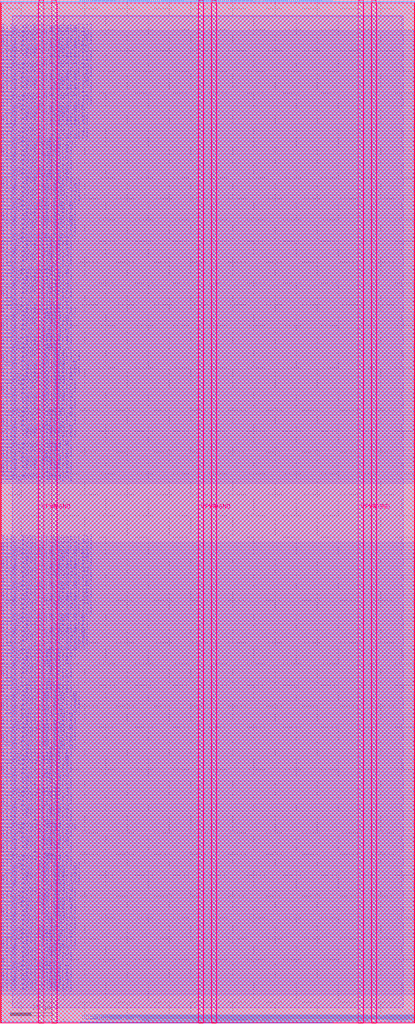
<source format=lef>
VERSION 5.7 ;
  NOWIREEXTENSIONATPIN ON ;
  DIVIDERCHAR "/" ;
  BUSBITCHARS "[]" ;
MACRO DSP
  CLASS BLOCK ;
  FOREIGN DSP ;
  ORIGIN 0.000 0.000 ;
  SIZE 196.320 BY 483.840 ;
  PIN Tile_X0Y0_E1BEG[0]
    DIRECTION OUTPUT ;
    USE SIGNAL ;
    ANTENNADIFFAREA 0.654800 ;
    PORT
      LAYER Metal2 ;
        RECT 195.870 336.220 196.320 336.620 ;
    END
  END Tile_X0Y0_E1BEG[0]
  PIN Tile_X0Y0_E1BEG[1]
    DIRECTION OUTPUT ;
    USE SIGNAL ;
    ANTENNADIFFAREA 0.654800 ;
    PORT
      LAYER Metal2 ;
        RECT 195.870 337.900 196.320 338.300 ;
    END
  END Tile_X0Y0_E1BEG[1]
  PIN Tile_X0Y0_E1BEG[2]
    DIRECTION OUTPUT ;
    USE SIGNAL ;
    ANTENNADIFFAREA 0.654800 ;
    PORT
      LAYER Metal2 ;
        RECT 195.870 339.580 196.320 339.980 ;
    END
  END Tile_X0Y0_E1BEG[2]
  PIN Tile_X0Y0_E1BEG[3]
    DIRECTION OUTPUT ;
    USE SIGNAL ;
    ANTENNADIFFAREA 0.654800 ;
    PORT
      LAYER Metal2 ;
        RECT 195.870 341.260 196.320 341.660 ;
    END
  END Tile_X0Y0_E1BEG[3]
  PIN Tile_X0Y0_E1END[0]
    DIRECTION INPUT ;
    USE SIGNAL ;
    ANTENNAGATEAREA 0.213200 ;
    PORT
      LAYER Metal2 ;
        RECT 0.000 336.220 0.450 336.620 ;
    END
  END Tile_X0Y0_E1END[0]
  PIN Tile_X0Y0_E1END[1]
    DIRECTION INPUT ;
    USE SIGNAL ;
    ANTENNAGATEAREA 0.180700 ;
    PORT
      LAYER Metal2 ;
        RECT 0.000 337.900 0.450 338.300 ;
    END
  END Tile_X0Y0_E1END[1]
  PIN Tile_X0Y0_E1END[2]
    DIRECTION INPUT ;
    USE SIGNAL ;
    ANTENNAGATEAREA 0.180700 ;
    PORT
      LAYER Metal2 ;
        RECT 0.000 339.580 0.450 339.980 ;
    END
  END Tile_X0Y0_E1END[2]
  PIN Tile_X0Y0_E1END[3]
    DIRECTION INPUT ;
    USE SIGNAL ;
    ANTENNAGATEAREA 0.180700 ;
    PORT
      LAYER Metal2 ;
        RECT 0.000 341.260 0.450 341.660 ;
    END
  END Tile_X0Y0_E1END[3]
  PIN Tile_X0Y0_E2BEG[0]
    DIRECTION OUTPUT ;
    USE SIGNAL ;
    ANTENNADIFFAREA 0.654800 ;
    PORT
      LAYER Metal2 ;
        RECT 195.870 342.940 196.320 343.340 ;
    END
  END Tile_X0Y0_E2BEG[0]
  PIN Tile_X0Y0_E2BEG[1]
    DIRECTION OUTPUT ;
    USE SIGNAL ;
    ANTENNADIFFAREA 0.654800 ;
    PORT
      LAYER Metal2 ;
        RECT 195.870 344.620 196.320 345.020 ;
    END
  END Tile_X0Y0_E2BEG[1]
  PIN Tile_X0Y0_E2BEG[2]
    DIRECTION OUTPUT ;
    USE SIGNAL ;
    ANTENNADIFFAREA 0.654800 ;
    PORT
      LAYER Metal2 ;
        RECT 195.870 346.300 196.320 346.700 ;
    END
  END Tile_X0Y0_E2BEG[2]
  PIN Tile_X0Y0_E2BEG[3]
    DIRECTION OUTPUT ;
    USE SIGNAL ;
    ANTENNADIFFAREA 0.654800 ;
    PORT
      LAYER Metal2 ;
        RECT 195.870 347.980 196.320 348.380 ;
    END
  END Tile_X0Y0_E2BEG[3]
  PIN Tile_X0Y0_E2BEG[4]
    DIRECTION OUTPUT ;
    USE SIGNAL ;
    ANTENNADIFFAREA 0.654800 ;
    PORT
      LAYER Metal2 ;
        RECT 195.870 349.660 196.320 350.060 ;
    END
  END Tile_X0Y0_E2BEG[4]
  PIN Tile_X0Y0_E2BEG[5]
    DIRECTION OUTPUT ;
    USE SIGNAL ;
    ANTENNADIFFAREA 0.654800 ;
    PORT
      LAYER Metal2 ;
        RECT 195.870 351.340 196.320 351.740 ;
    END
  END Tile_X0Y0_E2BEG[5]
  PIN Tile_X0Y0_E2BEG[6]
    DIRECTION OUTPUT ;
    USE SIGNAL ;
    ANTENNADIFFAREA 0.654800 ;
    PORT
      LAYER Metal2 ;
        RECT 195.870 353.020 196.320 353.420 ;
    END
  END Tile_X0Y0_E2BEG[6]
  PIN Tile_X0Y0_E2BEG[7]
    DIRECTION OUTPUT ;
    USE SIGNAL ;
    ANTENNADIFFAREA 0.654800 ;
    PORT
      LAYER Metal2 ;
        RECT 195.870 354.700 196.320 355.100 ;
    END
  END Tile_X0Y0_E2BEG[7]
  PIN Tile_X0Y0_E2BEGb[0]
    DIRECTION OUTPUT ;
    USE SIGNAL ;
    ANTENNADIFFAREA 0.654800 ;
    PORT
      LAYER Metal2 ;
        RECT 195.870 356.380 196.320 356.780 ;
    END
  END Tile_X0Y0_E2BEGb[0]
  PIN Tile_X0Y0_E2BEGb[1]
    DIRECTION OUTPUT ;
    USE SIGNAL ;
    ANTENNADIFFAREA 0.654800 ;
    PORT
      LAYER Metal2 ;
        RECT 195.870 358.060 196.320 358.460 ;
    END
  END Tile_X0Y0_E2BEGb[1]
  PIN Tile_X0Y0_E2BEGb[2]
    DIRECTION OUTPUT ;
    USE SIGNAL ;
    ANTENNADIFFAREA 0.654800 ;
    PORT
      LAYER Metal2 ;
        RECT 195.870 359.740 196.320 360.140 ;
    END
  END Tile_X0Y0_E2BEGb[2]
  PIN Tile_X0Y0_E2BEGb[3]
    DIRECTION OUTPUT ;
    USE SIGNAL ;
    ANTENNADIFFAREA 0.654800 ;
    PORT
      LAYER Metal2 ;
        RECT 195.870 361.420 196.320 361.820 ;
    END
  END Tile_X0Y0_E2BEGb[3]
  PIN Tile_X0Y0_E2BEGb[4]
    DIRECTION OUTPUT ;
    USE SIGNAL ;
    ANTENNADIFFAREA 0.654800 ;
    PORT
      LAYER Metal2 ;
        RECT 195.870 363.100 196.320 363.500 ;
    END
  END Tile_X0Y0_E2BEGb[4]
  PIN Tile_X0Y0_E2BEGb[5]
    DIRECTION OUTPUT ;
    USE SIGNAL ;
    ANTENNADIFFAREA 0.654800 ;
    PORT
      LAYER Metal2 ;
        RECT 195.870 364.780 196.320 365.180 ;
    END
  END Tile_X0Y0_E2BEGb[5]
  PIN Tile_X0Y0_E2BEGb[6]
    DIRECTION OUTPUT ;
    USE SIGNAL ;
    ANTENNADIFFAREA 0.654800 ;
    PORT
      LAYER Metal2 ;
        RECT 195.870 366.460 196.320 366.860 ;
    END
  END Tile_X0Y0_E2BEGb[6]
  PIN Tile_X0Y0_E2BEGb[7]
    DIRECTION OUTPUT ;
    USE SIGNAL ;
    ANTENNADIFFAREA 0.654800 ;
    PORT
      LAYER Metal2 ;
        RECT 195.870 368.140 196.320 368.540 ;
    END
  END Tile_X0Y0_E2BEGb[7]
  PIN Tile_X0Y0_E2END[0]
    DIRECTION INPUT ;
    USE SIGNAL ;
    ANTENNAGATEAREA 0.180700 ;
    PORT
      LAYER Metal2 ;
        RECT 0.000 356.380 0.450 356.780 ;
    END
  END Tile_X0Y0_E2END[0]
  PIN Tile_X0Y0_E2END[1]
    DIRECTION INPUT ;
    USE SIGNAL ;
    ANTENNAGATEAREA 0.180700 ;
    PORT
      LAYER Metal2 ;
        RECT 0.000 358.060 0.450 358.460 ;
    END
  END Tile_X0Y0_E2END[1]
  PIN Tile_X0Y0_E2END[2]
    DIRECTION INPUT ;
    USE SIGNAL ;
    ANTENNAGATEAREA 0.725400 ;
    PORT
      LAYER Metal2 ;
        RECT 0.000 359.740 0.450 360.140 ;
    END
  END Tile_X0Y0_E2END[2]
  PIN Tile_X0Y0_E2END[3]
    DIRECTION INPUT ;
    USE SIGNAL ;
    ANTENNAGATEAREA 0.180700 ;
    PORT
      LAYER Metal2 ;
        RECT 0.000 361.420 0.450 361.820 ;
    END
  END Tile_X0Y0_E2END[3]
  PIN Tile_X0Y0_E2END[4]
    DIRECTION INPUT ;
    USE SIGNAL ;
    ANTENNAGATEAREA 0.180700 ;
    PORT
      LAYER Metal2 ;
        RECT 0.000 363.100 0.450 363.500 ;
    END
  END Tile_X0Y0_E2END[4]
  PIN Tile_X0Y0_E2END[5]
    DIRECTION INPUT ;
    USE SIGNAL ;
    ANTENNAGATEAREA 0.180700 ;
    PORT
      LAYER Metal2 ;
        RECT 0.000 364.780 0.450 365.180 ;
    END
  END Tile_X0Y0_E2END[5]
  PIN Tile_X0Y0_E2END[6]
    DIRECTION INPUT ;
    USE SIGNAL ;
    ANTENNAGATEAREA 0.180700 ;
    PORT
      LAYER Metal2 ;
        RECT 0.000 366.460 0.450 366.860 ;
    END
  END Tile_X0Y0_E2END[6]
  PIN Tile_X0Y0_E2END[7]
    DIRECTION INPUT ;
    USE SIGNAL ;
    ANTENNAGATEAREA 0.180700 ;
    PORT
      LAYER Metal2 ;
        RECT 0.000 368.140 0.450 368.540 ;
    END
  END Tile_X0Y0_E2END[7]
  PIN Tile_X0Y0_E2MID[0]
    DIRECTION INPUT ;
    USE SIGNAL ;
    ANTENNAGATEAREA 0.180700 ;
    PORT
      LAYER Metal2 ;
        RECT 0.000 342.940 0.450 343.340 ;
    END
  END Tile_X0Y0_E2MID[0]
  PIN Tile_X0Y0_E2MID[1]
    DIRECTION INPUT ;
    USE SIGNAL ;
    ANTENNAGATEAREA 0.180700 ;
    PORT
      LAYER Metal2 ;
        RECT 0.000 344.620 0.450 345.020 ;
    END
  END Tile_X0Y0_E2MID[1]
  PIN Tile_X0Y0_E2MID[2]
    DIRECTION INPUT ;
    USE SIGNAL ;
    ANTENNAGATEAREA 0.180700 ;
    PORT
      LAYER Metal2 ;
        RECT 0.000 346.300 0.450 346.700 ;
    END
  END Tile_X0Y0_E2MID[2]
  PIN Tile_X0Y0_E2MID[3]
    DIRECTION INPUT ;
    USE SIGNAL ;
    ANTENNAGATEAREA 0.180700 ;
    PORT
      LAYER Metal2 ;
        RECT 0.000 347.980 0.450 348.380 ;
    END
  END Tile_X0Y0_E2MID[3]
  PIN Tile_X0Y0_E2MID[4]
    DIRECTION INPUT ;
    USE SIGNAL ;
    ANTENNAGATEAREA 0.180700 ;
    PORT
      LAYER Metal2 ;
        RECT 0.000 349.660 0.450 350.060 ;
    END
  END Tile_X0Y0_E2MID[4]
  PIN Tile_X0Y0_E2MID[5]
    DIRECTION INPUT ;
    USE SIGNAL ;
    ANTENNAGATEAREA 0.180700 ;
    PORT
      LAYER Metal2 ;
        RECT 0.000 351.340 0.450 351.740 ;
    END
  END Tile_X0Y0_E2MID[5]
  PIN Tile_X0Y0_E2MID[6]
    DIRECTION INPUT ;
    USE SIGNAL ;
    ANTENNAGATEAREA 0.180700 ;
    PORT
      LAYER Metal2 ;
        RECT 0.000 353.020 0.450 353.420 ;
    END
  END Tile_X0Y0_E2MID[6]
  PIN Tile_X0Y0_E2MID[7]
    DIRECTION INPUT ;
    USE SIGNAL ;
    ANTENNAGATEAREA 0.180700 ;
    PORT
      LAYER Metal2 ;
        RECT 0.000 354.700 0.450 355.100 ;
    END
  END Tile_X0Y0_E2MID[7]
  PIN Tile_X0Y0_E6BEG[0]
    DIRECTION OUTPUT ;
    USE SIGNAL ;
    ANTENNADIFFAREA 0.654800 ;
    PORT
      LAYER Metal2 ;
        RECT 195.870 396.700 196.320 397.100 ;
    END
  END Tile_X0Y0_E6BEG[0]
  PIN Tile_X0Y0_E6BEG[10]
    DIRECTION OUTPUT ;
    USE SIGNAL ;
    ANTENNADIFFAREA 0.654800 ;
    PORT
      LAYER Metal2 ;
        RECT 195.870 413.500 196.320 413.900 ;
    END
  END Tile_X0Y0_E6BEG[10]
  PIN Tile_X0Y0_E6BEG[11]
    DIRECTION OUTPUT ;
    USE SIGNAL ;
    ANTENNADIFFAREA 0.654800 ;
    PORT
      LAYER Metal2 ;
        RECT 195.870 415.180 196.320 415.580 ;
    END
  END Tile_X0Y0_E6BEG[11]
  PIN Tile_X0Y0_E6BEG[1]
    DIRECTION OUTPUT ;
    USE SIGNAL ;
    ANTENNADIFFAREA 0.654800 ;
    PORT
      LAYER Metal2 ;
        RECT 195.870 398.380 196.320 398.780 ;
    END
  END Tile_X0Y0_E6BEG[1]
  PIN Tile_X0Y0_E6BEG[2]
    DIRECTION OUTPUT ;
    USE SIGNAL ;
    ANTENNADIFFAREA 0.654800 ;
    PORT
      LAYER Metal2 ;
        RECT 195.870 400.060 196.320 400.460 ;
    END
  END Tile_X0Y0_E6BEG[2]
  PIN Tile_X0Y0_E6BEG[3]
    DIRECTION OUTPUT ;
    USE SIGNAL ;
    ANTENNADIFFAREA 0.654800 ;
    PORT
      LAYER Metal2 ;
        RECT 195.870 401.740 196.320 402.140 ;
    END
  END Tile_X0Y0_E6BEG[3]
  PIN Tile_X0Y0_E6BEG[4]
    DIRECTION OUTPUT ;
    USE SIGNAL ;
    ANTENNADIFFAREA 0.654800 ;
    PORT
      LAYER Metal2 ;
        RECT 195.870 403.420 196.320 403.820 ;
    END
  END Tile_X0Y0_E6BEG[4]
  PIN Tile_X0Y0_E6BEG[5]
    DIRECTION OUTPUT ;
    USE SIGNAL ;
    ANTENNADIFFAREA 0.654800 ;
    PORT
      LAYER Metal2 ;
        RECT 195.870 405.100 196.320 405.500 ;
    END
  END Tile_X0Y0_E6BEG[5]
  PIN Tile_X0Y0_E6BEG[6]
    DIRECTION OUTPUT ;
    USE SIGNAL ;
    ANTENNADIFFAREA 0.654800 ;
    PORT
      LAYER Metal2 ;
        RECT 195.870 406.780 196.320 407.180 ;
    END
  END Tile_X0Y0_E6BEG[6]
  PIN Tile_X0Y0_E6BEG[7]
    DIRECTION OUTPUT ;
    USE SIGNAL ;
    ANTENNADIFFAREA 0.654800 ;
    PORT
      LAYER Metal2 ;
        RECT 195.870 408.460 196.320 408.860 ;
    END
  END Tile_X0Y0_E6BEG[7]
  PIN Tile_X0Y0_E6BEG[8]
    DIRECTION OUTPUT ;
    USE SIGNAL ;
    ANTENNADIFFAREA 0.654800 ;
    PORT
      LAYER Metal2 ;
        RECT 195.870 410.140 196.320 410.540 ;
    END
  END Tile_X0Y0_E6BEG[8]
  PIN Tile_X0Y0_E6BEG[9]
    DIRECTION OUTPUT ;
    USE SIGNAL ;
    ANTENNADIFFAREA 0.654800 ;
    PORT
      LAYER Metal2 ;
        RECT 195.870 411.820 196.320 412.220 ;
    END
  END Tile_X0Y0_E6BEG[9]
  PIN Tile_X0Y0_E6END[0]
    DIRECTION INPUT ;
    USE SIGNAL ;
    ANTENNAGATEAREA 0.213200 ;
    PORT
      LAYER Metal2 ;
        RECT 0.000 396.700 0.450 397.100 ;
    END
  END Tile_X0Y0_E6END[0]
  PIN Tile_X0Y0_E6END[10]
    DIRECTION INPUT ;
    USE SIGNAL ;
    ANTENNAGATEAREA 0.180700 ;
    PORT
      LAYER Metal2 ;
        RECT 0.000 413.500 0.450 413.900 ;
    END
  END Tile_X0Y0_E6END[10]
  PIN Tile_X0Y0_E6END[11]
    DIRECTION INPUT ;
    USE SIGNAL ;
    ANTENNAGATEAREA 0.180700 ;
    PORT
      LAYER Metal2 ;
        RECT 0.000 415.180 0.450 415.580 ;
    END
  END Tile_X0Y0_E6END[11]
  PIN Tile_X0Y0_E6END[1]
    DIRECTION INPUT ;
    USE SIGNAL ;
    ANTENNAGATEAREA 0.180700 ;
    PORT
      LAYER Metal2 ;
        RECT 0.000 398.380 0.450 398.780 ;
    END
  END Tile_X0Y0_E6END[1]
  PIN Tile_X0Y0_E6END[2]
    DIRECTION INPUT ;
    USE SIGNAL ;
    ANTENNAGATEAREA 0.180700 ;
    PORT
      LAYER Metal2 ;
        RECT 0.000 400.060 0.450 400.460 ;
    END
  END Tile_X0Y0_E6END[2]
  PIN Tile_X0Y0_E6END[3]
    DIRECTION INPUT ;
    USE SIGNAL ;
    ANTENNAGATEAREA 0.180700 ;
    PORT
      LAYER Metal2 ;
        RECT 0.000 401.740 0.450 402.140 ;
    END
  END Tile_X0Y0_E6END[3]
  PIN Tile_X0Y0_E6END[4]
    DIRECTION INPUT ;
    USE SIGNAL ;
    ANTENNAGATEAREA 0.180700 ;
    PORT
      LAYER Metal2 ;
        RECT 0.000 403.420 0.450 403.820 ;
    END
  END Tile_X0Y0_E6END[4]
  PIN Tile_X0Y0_E6END[5]
    DIRECTION INPUT ;
    USE SIGNAL ;
    ANTENNAGATEAREA 0.180700 ;
    PORT
      LAYER Metal2 ;
        RECT 0.000 405.100 0.450 405.500 ;
    END
  END Tile_X0Y0_E6END[5]
  PIN Tile_X0Y0_E6END[6]
    DIRECTION INPUT ;
    USE SIGNAL ;
    ANTENNAGATEAREA 0.180700 ;
    PORT
      LAYER Metal2 ;
        RECT 0.000 406.780 0.450 407.180 ;
    END
  END Tile_X0Y0_E6END[6]
  PIN Tile_X0Y0_E6END[7]
    DIRECTION INPUT ;
    USE SIGNAL ;
    ANTENNAGATEAREA 0.180700 ;
    PORT
      LAYER Metal2 ;
        RECT 0.000 408.460 0.450 408.860 ;
    END
  END Tile_X0Y0_E6END[7]
  PIN Tile_X0Y0_E6END[8]
    DIRECTION INPUT ;
    USE SIGNAL ;
    ANTENNAGATEAREA 0.180700 ;
    PORT
      LAYER Metal2 ;
        RECT 0.000 410.140 0.450 410.540 ;
    END
  END Tile_X0Y0_E6END[8]
  PIN Tile_X0Y0_E6END[9]
    DIRECTION INPUT ;
    USE SIGNAL ;
    ANTENNAGATEAREA 0.180700 ;
    PORT
      LAYER Metal2 ;
        RECT 0.000 411.820 0.450 412.220 ;
    END
  END Tile_X0Y0_E6END[9]
  PIN Tile_X0Y0_EE4BEG[0]
    DIRECTION OUTPUT ;
    USE SIGNAL ;
    ANTENNADIFFAREA 0.654800 ;
    PORT
      LAYER Metal2 ;
        RECT 195.870 369.820 196.320 370.220 ;
    END
  END Tile_X0Y0_EE4BEG[0]
  PIN Tile_X0Y0_EE4BEG[10]
    DIRECTION OUTPUT ;
    USE SIGNAL ;
    ANTENNADIFFAREA 0.654800 ;
    PORT
      LAYER Metal2 ;
        RECT 195.870 386.620 196.320 387.020 ;
    END
  END Tile_X0Y0_EE4BEG[10]
  PIN Tile_X0Y0_EE4BEG[11]
    DIRECTION OUTPUT ;
    USE SIGNAL ;
    ANTENNADIFFAREA 0.654800 ;
    PORT
      LAYER Metal2 ;
        RECT 195.870 388.300 196.320 388.700 ;
    END
  END Tile_X0Y0_EE4BEG[11]
  PIN Tile_X0Y0_EE4BEG[12]
    DIRECTION OUTPUT ;
    USE SIGNAL ;
    ANTENNADIFFAREA 0.654800 ;
    PORT
      LAYER Metal2 ;
        RECT 195.870 389.980 196.320 390.380 ;
    END
  END Tile_X0Y0_EE4BEG[12]
  PIN Tile_X0Y0_EE4BEG[13]
    DIRECTION OUTPUT ;
    USE SIGNAL ;
    ANTENNADIFFAREA 0.654800 ;
    PORT
      LAYER Metal2 ;
        RECT 195.870 391.660 196.320 392.060 ;
    END
  END Tile_X0Y0_EE4BEG[13]
  PIN Tile_X0Y0_EE4BEG[14]
    DIRECTION OUTPUT ;
    USE SIGNAL ;
    ANTENNADIFFAREA 0.654800 ;
    PORT
      LAYER Metal2 ;
        RECT 195.870 393.340 196.320 393.740 ;
    END
  END Tile_X0Y0_EE4BEG[14]
  PIN Tile_X0Y0_EE4BEG[15]
    DIRECTION OUTPUT ;
    USE SIGNAL ;
    ANTENNADIFFAREA 0.654800 ;
    PORT
      LAYER Metal2 ;
        RECT 195.870 395.020 196.320 395.420 ;
    END
  END Tile_X0Y0_EE4BEG[15]
  PIN Tile_X0Y0_EE4BEG[1]
    DIRECTION OUTPUT ;
    USE SIGNAL ;
    ANTENNADIFFAREA 0.654800 ;
    PORT
      LAYER Metal2 ;
        RECT 195.870 371.500 196.320 371.900 ;
    END
  END Tile_X0Y0_EE4BEG[1]
  PIN Tile_X0Y0_EE4BEG[2]
    DIRECTION OUTPUT ;
    USE SIGNAL ;
    ANTENNADIFFAREA 0.654800 ;
    PORT
      LAYER Metal2 ;
        RECT 195.870 373.180 196.320 373.580 ;
    END
  END Tile_X0Y0_EE4BEG[2]
  PIN Tile_X0Y0_EE4BEG[3]
    DIRECTION OUTPUT ;
    USE SIGNAL ;
    ANTENNADIFFAREA 0.654800 ;
    PORT
      LAYER Metal2 ;
        RECT 195.870 374.860 196.320 375.260 ;
    END
  END Tile_X0Y0_EE4BEG[3]
  PIN Tile_X0Y0_EE4BEG[4]
    DIRECTION OUTPUT ;
    USE SIGNAL ;
    ANTENNADIFFAREA 0.654800 ;
    PORT
      LAYER Metal2 ;
        RECT 195.870 376.540 196.320 376.940 ;
    END
  END Tile_X0Y0_EE4BEG[4]
  PIN Tile_X0Y0_EE4BEG[5]
    DIRECTION OUTPUT ;
    USE SIGNAL ;
    ANTENNADIFFAREA 0.654800 ;
    PORT
      LAYER Metal2 ;
        RECT 195.870 378.220 196.320 378.620 ;
    END
  END Tile_X0Y0_EE4BEG[5]
  PIN Tile_X0Y0_EE4BEG[6]
    DIRECTION OUTPUT ;
    USE SIGNAL ;
    ANTENNADIFFAREA 0.654800 ;
    PORT
      LAYER Metal2 ;
        RECT 195.870 379.900 196.320 380.300 ;
    END
  END Tile_X0Y0_EE4BEG[6]
  PIN Tile_X0Y0_EE4BEG[7]
    DIRECTION OUTPUT ;
    USE SIGNAL ;
    ANTENNADIFFAREA 0.654800 ;
    PORT
      LAYER Metal2 ;
        RECT 195.870 381.580 196.320 381.980 ;
    END
  END Tile_X0Y0_EE4BEG[7]
  PIN Tile_X0Y0_EE4BEG[8]
    DIRECTION OUTPUT ;
    USE SIGNAL ;
    ANTENNADIFFAREA 0.654800 ;
    PORT
      LAYER Metal2 ;
        RECT 195.870 383.260 196.320 383.660 ;
    END
  END Tile_X0Y0_EE4BEG[8]
  PIN Tile_X0Y0_EE4BEG[9]
    DIRECTION OUTPUT ;
    USE SIGNAL ;
    ANTENNADIFFAREA 0.654800 ;
    PORT
      LAYER Metal2 ;
        RECT 195.870 384.940 196.320 385.340 ;
    END
  END Tile_X0Y0_EE4BEG[9]
  PIN Tile_X0Y0_EE4END[0]
    DIRECTION INPUT ;
    USE SIGNAL ;
    ANTENNAGATEAREA 0.180700 ;
    PORT
      LAYER Metal2 ;
        RECT 0.000 369.820 0.450 370.220 ;
    END
  END Tile_X0Y0_EE4END[0]
  PIN Tile_X0Y0_EE4END[10]
    DIRECTION INPUT ;
    USE SIGNAL ;
    ANTENNAGATEAREA 0.180700 ;
    PORT
      LAYER Metal2 ;
        RECT 0.000 386.620 0.450 387.020 ;
    END
  END Tile_X0Y0_EE4END[10]
  PIN Tile_X0Y0_EE4END[11]
    DIRECTION INPUT ;
    USE SIGNAL ;
    ANTENNAGATEAREA 0.180700 ;
    PORT
      LAYER Metal2 ;
        RECT 0.000 388.300 0.450 388.700 ;
    END
  END Tile_X0Y0_EE4END[11]
  PIN Tile_X0Y0_EE4END[12]
    DIRECTION INPUT ;
    USE SIGNAL ;
    ANTENNAGATEAREA 0.180700 ;
    PORT
      LAYER Metal2 ;
        RECT 0.000 389.980 0.450 390.380 ;
    END
  END Tile_X0Y0_EE4END[12]
  PIN Tile_X0Y0_EE4END[13]
    DIRECTION INPUT ;
    USE SIGNAL ;
    ANTENNAGATEAREA 0.180700 ;
    PORT
      LAYER Metal2 ;
        RECT 0.000 391.660 0.450 392.060 ;
    END
  END Tile_X0Y0_EE4END[13]
  PIN Tile_X0Y0_EE4END[14]
    DIRECTION INPUT ;
    USE SIGNAL ;
    ANTENNAGATEAREA 0.180700 ;
    PORT
      LAYER Metal2 ;
        RECT 0.000 393.340 0.450 393.740 ;
    END
  END Tile_X0Y0_EE4END[14]
  PIN Tile_X0Y0_EE4END[15]
    DIRECTION INPUT ;
    USE SIGNAL ;
    ANTENNAGATEAREA 0.180700 ;
    PORT
      LAYER Metal2 ;
        RECT 0.000 395.020 0.450 395.420 ;
    END
  END Tile_X0Y0_EE4END[15]
  PIN Tile_X0Y0_EE4END[1]
    DIRECTION INPUT ;
    USE SIGNAL ;
    ANTENNAGATEAREA 0.180700 ;
    PORT
      LAYER Metal2 ;
        RECT 0.000 371.500 0.450 371.900 ;
    END
  END Tile_X0Y0_EE4END[1]
  PIN Tile_X0Y0_EE4END[2]
    DIRECTION INPUT ;
    USE SIGNAL ;
    ANTENNAGATEAREA 0.180700 ;
    PORT
      LAYER Metal2 ;
        RECT 0.000 373.180 0.450 373.580 ;
    END
  END Tile_X0Y0_EE4END[2]
  PIN Tile_X0Y0_EE4END[3]
    DIRECTION INPUT ;
    USE SIGNAL ;
    ANTENNAGATEAREA 0.180700 ;
    PORT
      LAYER Metal2 ;
        RECT 0.000 374.860 0.450 375.260 ;
    END
  END Tile_X0Y0_EE4END[3]
  PIN Tile_X0Y0_EE4END[4]
    DIRECTION INPUT ;
    USE SIGNAL ;
    ANTENNAGATEAREA 0.180700 ;
    PORT
      LAYER Metal2 ;
        RECT 0.000 376.540 0.450 376.940 ;
    END
  END Tile_X0Y0_EE4END[4]
  PIN Tile_X0Y0_EE4END[5]
    DIRECTION INPUT ;
    USE SIGNAL ;
    ANTENNAGATEAREA 0.180700 ;
    PORT
      LAYER Metal2 ;
        RECT 0.000 378.220 0.450 378.620 ;
    END
  END Tile_X0Y0_EE4END[5]
  PIN Tile_X0Y0_EE4END[6]
    DIRECTION INPUT ;
    USE SIGNAL ;
    ANTENNAGATEAREA 0.180700 ;
    PORT
      LAYER Metal2 ;
        RECT 0.000 379.900 0.450 380.300 ;
    END
  END Tile_X0Y0_EE4END[6]
  PIN Tile_X0Y0_EE4END[7]
    DIRECTION INPUT ;
    USE SIGNAL ;
    ANTENNAGATEAREA 0.180700 ;
    PORT
      LAYER Metal2 ;
        RECT 0.000 381.580 0.450 381.980 ;
    END
  END Tile_X0Y0_EE4END[7]
  PIN Tile_X0Y0_EE4END[8]
    DIRECTION INPUT ;
    USE SIGNAL ;
    ANTENNAGATEAREA 0.180700 ;
    PORT
      LAYER Metal2 ;
        RECT 0.000 383.260 0.450 383.660 ;
    END
  END Tile_X0Y0_EE4END[8]
  PIN Tile_X0Y0_EE4END[9]
    DIRECTION INPUT ;
    USE SIGNAL ;
    ANTENNAGATEAREA 0.180700 ;
    PORT
      LAYER Metal2 ;
        RECT 0.000 384.940 0.450 385.340 ;
    END
  END Tile_X0Y0_EE4END[9]
  PIN Tile_X0Y0_FrameData[0]
    DIRECTION INPUT ;
    USE SIGNAL ;
    ANTENNAGATEAREA 0.361400 ;
    PORT
      LAYER Metal2 ;
        RECT 0.000 416.860 0.450 417.260 ;
    END
  END Tile_X0Y0_FrameData[0]
  PIN Tile_X0Y0_FrameData[10]
    DIRECTION INPUT ;
    USE SIGNAL ;
    ANTENNAGATEAREA 0.361400 ;
    PORT
      LAYER Metal2 ;
        RECT 0.000 433.660 0.450 434.060 ;
    END
  END Tile_X0Y0_FrameData[10]
  PIN Tile_X0Y0_FrameData[11]
    DIRECTION INPUT ;
    USE SIGNAL ;
    ANTENNAGATEAREA 0.180700 ;
    PORT
      LAYER Metal2 ;
        RECT 0.000 435.340 0.450 435.740 ;
    END
  END Tile_X0Y0_FrameData[11]
  PIN Tile_X0Y0_FrameData[12]
    DIRECTION INPUT ;
    USE SIGNAL ;
    ANTENNAGATEAREA 0.180700 ;
    PORT
      LAYER Metal2 ;
        RECT 0.000 437.020 0.450 437.420 ;
    END
  END Tile_X0Y0_FrameData[12]
  PIN Tile_X0Y0_FrameData[13]
    DIRECTION INPUT ;
    USE SIGNAL ;
    ANTENNAGATEAREA 0.180700 ;
    PORT
      LAYER Metal2 ;
        RECT 0.000 438.700 0.450 439.100 ;
    END
  END Tile_X0Y0_FrameData[13]
  PIN Tile_X0Y0_FrameData[14]
    DIRECTION INPUT ;
    USE SIGNAL ;
    ANTENNAGATEAREA 0.180700 ;
    PORT
      LAYER Metal2 ;
        RECT 0.000 440.380 0.450 440.780 ;
    END
  END Tile_X0Y0_FrameData[14]
  PIN Tile_X0Y0_FrameData[15]
    DIRECTION INPUT ;
    USE SIGNAL ;
    ANTENNAGATEAREA 0.180700 ;
    PORT
      LAYER Metal2 ;
        RECT 0.000 442.060 0.450 442.460 ;
    END
  END Tile_X0Y0_FrameData[15]
  PIN Tile_X0Y0_FrameData[16]
    DIRECTION INPUT ;
    USE SIGNAL ;
    ANTENNAGATEAREA 0.180700 ;
    PORT
      LAYER Metal2 ;
        RECT 0.000 443.740 0.450 444.140 ;
    END
  END Tile_X0Y0_FrameData[16]
  PIN Tile_X0Y0_FrameData[17]
    DIRECTION INPUT ;
    USE SIGNAL ;
    ANTENNAGATEAREA 0.180700 ;
    PORT
      LAYER Metal2 ;
        RECT 0.000 445.420 0.450 445.820 ;
    END
  END Tile_X0Y0_FrameData[17]
  PIN Tile_X0Y0_FrameData[18]
    DIRECTION INPUT ;
    USE SIGNAL ;
    ANTENNAGATEAREA 0.180700 ;
    PORT
      LAYER Metal2 ;
        RECT 0.000 447.100 0.450 447.500 ;
    END
  END Tile_X0Y0_FrameData[18]
  PIN Tile_X0Y0_FrameData[19]
    DIRECTION INPUT ;
    USE SIGNAL ;
    ANTENNAGATEAREA 0.180700 ;
    PORT
      LAYER Metal2 ;
        RECT 0.000 448.780 0.450 449.180 ;
    END
  END Tile_X0Y0_FrameData[19]
  PIN Tile_X0Y0_FrameData[1]
    DIRECTION INPUT ;
    USE SIGNAL ;
    ANTENNAGATEAREA 0.180700 ;
    PORT
      LAYER Metal2 ;
        RECT 0.000 418.540 0.450 418.940 ;
    END
  END Tile_X0Y0_FrameData[1]
  PIN Tile_X0Y0_FrameData[20]
    DIRECTION INPUT ;
    USE SIGNAL ;
    ANTENNAGATEAREA 0.180700 ;
    PORT
      LAYER Metal2 ;
        RECT 0.000 450.460 0.450 450.860 ;
    END
  END Tile_X0Y0_FrameData[20]
  PIN Tile_X0Y0_FrameData[21]
    DIRECTION INPUT ;
    USE SIGNAL ;
    ANTENNAGATEAREA 0.180700 ;
    PORT
      LAYER Metal2 ;
        RECT 0.000 452.140 0.450 452.540 ;
    END
  END Tile_X0Y0_FrameData[21]
  PIN Tile_X0Y0_FrameData[22]
    DIRECTION INPUT ;
    USE SIGNAL ;
    ANTENNAGATEAREA 0.361400 ;
    PORT
      LAYER Metal2 ;
        RECT 0.000 453.820 0.450 454.220 ;
    END
  END Tile_X0Y0_FrameData[22]
  PIN Tile_X0Y0_FrameData[23]
    DIRECTION INPUT ;
    USE SIGNAL ;
    ANTENNAGATEAREA 0.361400 ;
    PORT
      LAYER Metal2 ;
        RECT 0.000 455.500 0.450 455.900 ;
    END
  END Tile_X0Y0_FrameData[23]
  PIN Tile_X0Y0_FrameData[24]
    DIRECTION INPUT ;
    USE SIGNAL ;
    ANTENNAGATEAREA 0.180700 ;
    PORT
      LAYER Metal2 ;
        RECT 0.000 457.180 0.450 457.580 ;
    END
  END Tile_X0Y0_FrameData[24]
  PIN Tile_X0Y0_FrameData[25]
    DIRECTION INPUT ;
    USE SIGNAL ;
    ANTENNAGATEAREA 0.180700 ;
    PORT
      LAYER Metal2 ;
        RECT 0.000 458.860 0.450 459.260 ;
    END
  END Tile_X0Y0_FrameData[25]
  PIN Tile_X0Y0_FrameData[26]
    DIRECTION INPUT ;
    USE SIGNAL ;
    ANTENNAGATEAREA 0.361400 ;
    PORT
      LAYER Metal2 ;
        RECT 0.000 460.540 0.450 460.940 ;
    END
  END Tile_X0Y0_FrameData[26]
  PIN Tile_X0Y0_FrameData[27]
    DIRECTION INPUT ;
    USE SIGNAL ;
    ANTENNAGATEAREA 0.180700 ;
    PORT
      LAYER Metal2 ;
        RECT 0.000 462.220 0.450 462.620 ;
    END
  END Tile_X0Y0_FrameData[27]
  PIN Tile_X0Y0_FrameData[28]
    DIRECTION INPUT ;
    USE SIGNAL ;
    ANTENNAGATEAREA 0.361400 ;
    PORT
      LAYER Metal2 ;
        RECT 0.000 463.900 0.450 464.300 ;
    END
  END Tile_X0Y0_FrameData[28]
  PIN Tile_X0Y0_FrameData[29]
    DIRECTION INPUT ;
    USE SIGNAL ;
    ANTENNAGATEAREA 0.361400 ;
    PORT
      LAYER Metal2 ;
        RECT 0.000 465.580 0.450 465.980 ;
    END
  END Tile_X0Y0_FrameData[29]
  PIN Tile_X0Y0_FrameData[2]
    DIRECTION INPUT ;
    USE SIGNAL ;
    ANTENNAGATEAREA 0.180700 ;
    PORT
      LAYER Metal2 ;
        RECT 0.000 420.220 0.450 420.620 ;
    END
  END Tile_X0Y0_FrameData[2]
  PIN Tile_X0Y0_FrameData[30]
    DIRECTION INPUT ;
    USE SIGNAL ;
    ANTENNAGATEAREA 0.361400 ;
    PORT
      LAYER Metal2 ;
        RECT 0.000 467.260 0.450 467.660 ;
    END
  END Tile_X0Y0_FrameData[30]
  PIN Tile_X0Y0_FrameData[31]
    DIRECTION INPUT ;
    USE SIGNAL ;
    ANTENNAGATEAREA 0.361400 ;
    PORT
      LAYER Metal2 ;
        RECT 0.000 468.940 0.450 469.340 ;
    END
  END Tile_X0Y0_FrameData[31]
  PIN Tile_X0Y0_FrameData[3]
    DIRECTION INPUT ;
    USE SIGNAL ;
    ANTENNAGATEAREA 0.180700 ;
    PORT
      LAYER Metal2 ;
        RECT 0.000 421.900 0.450 422.300 ;
    END
  END Tile_X0Y0_FrameData[3]
  PIN Tile_X0Y0_FrameData[4]
    DIRECTION INPUT ;
    USE SIGNAL ;
    ANTENNAGATEAREA 0.361400 ;
    PORT
      LAYER Metal2 ;
        RECT 0.000 423.580 0.450 423.980 ;
    END
  END Tile_X0Y0_FrameData[4]
  PIN Tile_X0Y0_FrameData[5]
    DIRECTION INPUT ;
    USE SIGNAL ;
    ANTENNAGATEAREA 0.361400 ;
    PORT
      LAYER Metal2 ;
        RECT 0.000 425.260 0.450 425.660 ;
    END
  END Tile_X0Y0_FrameData[5]
  PIN Tile_X0Y0_FrameData[6]
    DIRECTION INPUT ;
    USE SIGNAL ;
    ANTENNAGATEAREA 0.180700 ;
    PORT
      LAYER Metal2 ;
        RECT 0.000 426.940 0.450 427.340 ;
    END
  END Tile_X0Y0_FrameData[6]
  PIN Tile_X0Y0_FrameData[7]
    DIRECTION INPUT ;
    USE SIGNAL ;
    ANTENNAGATEAREA 0.180700 ;
    PORT
      LAYER Metal2 ;
        RECT 0.000 428.620 0.450 429.020 ;
    END
  END Tile_X0Y0_FrameData[7]
  PIN Tile_X0Y0_FrameData[8]
    DIRECTION INPUT ;
    USE SIGNAL ;
    ANTENNAGATEAREA 0.180700 ;
    PORT
      LAYER Metal2 ;
        RECT 0.000 430.300 0.450 430.700 ;
    END
  END Tile_X0Y0_FrameData[8]
  PIN Tile_X0Y0_FrameData[9]
    DIRECTION INPUT ;
    USE SIGNAL ;
    ANTENNAGATEAREA 0.180700 ;
    PORT
      LAYER Metal2 ;
        RECT 0.000 431.980 0.450 432.380 ;
    END
  END Tile_X0Y0_FrameData[9]
  PIN Tile_X0Y0_FrameData_O[0]
    DIRECTION OUTPUT ;
    USE SIGNAL ;
    ANTENNADIFFAREA 0.654800 ;
    PORT
      LAYER Metal2 ;
        RECT 195.870 416.860 196.320 417.260 ;
    END
  END Tile_X0Y0_FrameData_O[0]
  PIN Tile_X0Y0_FrameData_O[10]
    DIRECTION OUTPUT ;
    USE SIGNAL ;
    ANTENNADIFFAREA 0.654800 ;
    PORT
      LAYER Metal2 ;
        RECT 195.870 433.660 196.320 434.060 ;
    END
  END Tile_X0Y0_FrameData_O[10]
  PIN Tile_X0Y0_FrameData_O[11]
    DIRECTION OUTPUT ;
    USE SIGNAL ;
    ANTENNADIFFAREA 0.654800 ;
    PORT
      LAYER Metal2 ;
        RECT 195.870 435.340 196.320 435.740 ;
    END
  END Tile_X0Y0_FrameData_O[11]
  PIN Tile_X0Y0_FrameData_O[12]
    DIRECTION OUTPUT ;
    USE SIGNAL ;
    ANTENNADIFFAREA 0.654800 ;
    PORT
      LAYER Metal2 ;
        RECT 195.870 437.020 196.320 437.420 ;
    END
  END Tile_X0Y0_FrameData_O[12]
  PIN Tile_X0Y0_FrameData_O[13]
    DIRECTION OUTPUT ;
    USE SIGNAL ;
    ANTENNADIFFAREA 0.654800 ;
    PORT
      LAYER Metal2 ;
        RECT 195.870 438.700 196.320 439.100 ;
    END
  END Tile_X0Y0_FrameData_O[13]
  PIN Tile_X0Y0_FrameData_O[14]
    DIRECTION OUTPUT ;
    USE SIGNAL ;
    ANTENNADIFFAREA 0.654800 ;
    PORT
      LAYER Metal2 ;
        RECT 195.870 440.380 196.320 440.780 ;
    END
  END Tile_X0Y0_FrameData_O[14]
  PIN Tile_X0Y0_FrameData_O[15]
    DIRECTION OUTPUT ;
    USE SIGNAL ;
    ANTENNADIFFAREA 0.654800 ;
    PORT
      LAYER Metal2 ;
        RECT 195.870 442.060 196.320 442.460 ;
    END
  END Tile_X0Y0_FrameData_O[15]
  PIN Tile_X0Y0_FrameData_O[16]
    DIRECTION OUTPUT ;
    USE SIGNAL ;
    ANTENNADIFFAREA 0.654800 ;
    PORT
      LAYER Metal2 ;
        RECT 195.870 443.740 196.320 444.140 ;
    END
  END Tile_X0Y0_FrameData_O[16]
  PIN Tile_X0Y0_FrameData_O[17]
    DIRECTION OUTPUT ;
    USE SIGNAL ;
    ANTENNADIFFAREA 0.654800 ;
    PORT
      LAYER Metal2 ;
        RECT 195.870 445.420 196.320 445.820 ;
    END
  END Tile_X0Y0_FrameData_O[17]
  PIN Tile_X0Y0_FrameData_O[18]
    DIRECTION OUTPUT ;
    USE SIGNAL ;
    ANTENNADIFFAREA 0.654800 ;
    PORT
      LAYER Metal2 ;
        RECT 195.870 447.100 196.320 447.500 ;
    END
  END Tile_X0Y0_FrameData_O[18]
  PIN Tile_X0Y0_FrameData_O[19]
    DIRECTION OUTPUT ;
    USE SIGNAL ;
    ANTENNADIFFAREA 0.654800 ;
    PORT
      LAYER Metal2 ;
        RECT 195.870 448.780 196.320 449.180 ;
    END
  END Tile_X0Y0_FrameData_O[19]
  PIN Tile_X0Y0_FrameData_O[1]
    DIRECTION OUTPUT ;
    USE SIGNAL ;
    ANTENNADIFFAREA 0.654800 ;
    PORT
      LAYER Metal2 ;
        RECT 195.870 418.540 196.320 418.940 ;
    END
  END Tile_X0Y0_FrameData_O[1]
  PIN Tile_X0Y0_FrameData_O[20]
    DIRECTION OUTPUT ;
    USE SIGNAL ;
    ANTENNADIFFAREA 0.654800 ;
    PORT
      LAYER Metal2 ;
        RECT 195.870 450.460 196.320 450.860 ;
    END
  END Tile_X0Y0_FrameData_O[20]
  PIN Tile_X0Y0_FrameData_O[21]
    DIRECTION OUTPUT ;
    USE SIGNAL ;
    ANTENNADIFFAREA 0.654800 ;
    PORT
      LAYER Metal2 ;
        RECT 195.870 452.140 196.320 452.540 ;
    END
  END Tile_X0Y0_FrameData_O[21]
  PIN Tile_X0Y0_FrameData_O[22]
    DIRECTION OUTPUT ;
    USE SIGNAL ;
    ANTENNADIFFAREA 0.654800 ;
    PORT
      LAYER Metal2 ;
        RECT 195.870 453.820 196.320 454.220 ;
    END
  END Tile_X0Y0_FrameData_O[22]
  PIN Tile_X0Y0_FrameData_O[23]
    DIRECTION OUTPUT ;
    USE SIGNAL ;
    ANTENNADIFFAREA 0.654800 ;
    PORT
      LAYER Metal2 ;
        RECT 195.870 455.500 196.320 455.900 ;
    END
  END Tile_X0Y0_FrameData_O[23]
  PIN Tile_X0Y0_FrameData_O[24]
    DIRECTION OUTPUT ;
    USE SIGNAL ;
    ANTENNADIFFAREA 0.654800 ;
    PORT
      LAYER Metal2 ;
        RECT 195.870 457.180 196.320 457.580 ;
    END
  END Tile_X0Y0_FrameData_O[24]
  PIN Tile_X0Y0_FrameData_O[25]
    DIRECTION OUTPUT ;
    USE SIGNAL ;
    ANTENNADIFFAREA 0.654800 ;
    PORT
      LAYER Metal2 ;
        RECT 195.870 458.860 196.320 459.260 ;
    END
  END Tile_X0Y0_FrameData_O[25]
  PIN Tile_X0Y0_FrameData_O[26]
    DIRECTION OUTPUT ;
    USE SIGNAL ;
    ANTENNADIFFAREA 0.654800 ;
    PORT
      LAYER Metal2 ;
        RECT 195.870 460.540 196.320 460.940 ;
    END
  END Tile_X0Y0_FrameData_O[26]
  PIN Tile_X0Y0_FrameData_O[27]
    DIRECTION OUTPUT ;
    USE SIGNAL ;
    ANTENNADIFFAREA 0.654800 ;
    PORT
      LAYER Metal2 ;
        RECT 195.870 462.220 196.320 462.620 ;
    END
  END Tile_X0Y0_FrameData_O[27]
  PIN Tile_X0Y0_FrameData_O[28]
    DIRECTION OUTPUT ;
    USE SIGNAL ;
    ANTENNADIFFAREA 0.654800 ;
    PORT
      LAYER Metal2 ;
        RECT 195.870 463.900 196.320 464.300 ;
    END
  END Tile_X0Y0_FrameData_O[28]
  PIN Tile_X0Y0_FrameData_O[29]
    DIRECTION OUTPUT ;
    USE SIGNAL ;
    ANTENNADIFFAREA 0.654800 ;
    PORT
      LAYER Metal2 ;
        RECT 195.870 465.580 196.320 465.980 ;
    END
  END Tile_X0Y0_FrameData_O[29]
  PIN Tile_X0Y0_FrameData_O[2]
    DIRECTION OUTPUT ;
    USE SIGNAL ;
    ANTENNADIFFAREA 0.654800 ;
    PORT
      LAYER Metal2 ;
        RECT 195.870 420.220 196.320 420.620 ;
    END
  END Tile_X0Y0_FrameData_O[2]
  PIN Tile_X0Y0_FrameData_O[30]
    DIRECTION OUTPUT ;
    USE SIGNAL ;
    ANTENNADIFFAREA 0.654800 ;
    PORT
      LAYER Metal2 ;
        RECT 195.870 467.260 196.320 467.660 ;
    END
  END Tile_X0Y0_FrameData_O[30]
  PIN Tile_X0Y0_FrameData_O[31]
    DIRECTION OUTPUT ;
    USE SIGNAL ;
    ANTENNADIFFAREA 0.654800 ;
    PORT
      LAYER Metal2 ;
        RECT 195.870 468.940 196.320 469.340 ;
    END
  END Tile_X0Y0_FrameData_O[31]
  PIN Tile_X0Y0_FrameData_O[3]
    DIRECTION OUTPUT ;
    USE SIGNAL ;
    ANTENNADIFFAREA 0.654800 ;
    PORT
      LAYER Metal2 ;
        RECT 195.870 421.900 196.320 422.300 ;
    END
  END Tile_X0Y0_FrameData_O[3]
  PIN Tile_X0Y0_FrameData_O[4]
    DIRECTION OUTPUT ;
    USE SIGNAL ;
    ANTENNADIFFAREA 0.654800 ;
    PORT
      LAYER Metal2 ;
        RECT 195.870 423.580 196.320 423.980 ;
    END
  END Tile_X0Y0_FrameData_O[4]
  PIN Tile_X0Y0_FrameData_O[5]
    DIRECTION OUTPUT ;
    USE SIGNAL ;
    ANTENNADIFFAREA 0.654800 ;
    PORT
      LAYER Metal2 ;
        RECT 195.870 425.260 196.320 425.660 ;
    END
  END Tile_X0Y0_FrameData_O[5]
  PIN Tile_X0Y0_FrameData_O[6]
    DIRECTION OUTPUT ;
    USE SIGNAL ;
    ANTENNADIFFAREA 0.654800 ;
    PORT
      LAYER Metal2 ;
        RECT 195.870 426.940 196.320 427.340 ;
    END
  END Tile_X0Y0_FrameData_O[6]
  PIN Tile_X0Y0_FrameData_O[7]
    DIRECTION OUTPUT ;
    USE SIGNAL ;
    ANTENNADIFFAREA 0.654800 ;
    PORT
      LAYER Metal2 ;
        RECT 195.870 428.620 196.320 429.020 ;
    END
  END Tile_X0Y0_FrameData_O[7]
  PIN Tile_X0Y0_FrameData_O[8]
    DIRECTION OUTPUT ;
    USE SIGNAL ;
    ANTENNADIFFAREA 0.654800 ;
    PORT
      LAYER Metal2 ;
        RECT 195.870 430.300 196.320 430.700 ;
    END
  END Tile_X0Y0_FrameData_O[8]
  PIN Tile_X0Y0_FrameData_O[9]
    DIRECTION OUTPUT ;
    USE SIGNAL ;
    ANTENNADIFFAREA 0.654800 ;
    PORT
      LAYER Metal2 ;
        RECT 195.870 431.980 196.320 432.380 ;
    END
  END Tile_X0Y0_FrameData_O[9]
  PIN Tile_X0Y0_FrameStrobe_O[0]
    DIRECTION OUTPUT ;
    USE SIGNAL ;
    ANTENNADIFFAREA 0.654800 ;
    PORT
      LAYER Metal3 ;
        RECT 138.520 483.440 138.920 483.840 ;
    END
  END Tile_X0Y0_FrameStrobe_O[0]
  PIN Tile_X0Y0_FrameStrobe_O[10]
    DIRECTION OUTPUT ;
    USE SIGNAL ;
    ANTENNADIFFAREA 0.654800 ;
    PORT
      LAYER Metal3 ;
        RECT 148.120 483.440 148.520 483.840 ;
    END
  END Tile_X0Y0_FrameStrobe_O[10]
  PIN Tile_X0Y0_FrameStrobe_O[11]
    DIRECTION OUTPUT ;
    USE SIGNAL ;
    ANTENNADIFFAREA 0.654800 ;
    PORT
      LAYER Metal3 ;
        RECT 149.080 483.440 149.480 483.840 ;
    END
  END Tile_X0Y0_FrameStrobe_O[11]
  PIN Tile_X0Y0_FrameStrobe_O[12]
    DIRECTION OUTPUT ;
    USE SIGNAL ;
    ANTENNADIFFAREA 0.654800 ;
    PORT
      LAYER Metal3 ;
        RECT 150.040 483.440 150.440 483.840 ;
    END
  END Tile_X0Y0_FrameStrobe_O[12]
  PIN Tile_X0Y0_FrameStrobe_O[13]
    DIRECTION OUTPUT ;
    USE SIGNAL ;
    ANTENNADIFFAREA 0.654800 ;
    PORT
      LAYER Metal3 ;
        RECT 151.000 483.440 151.400 483.840 ;
    END
  END Tile_X0Y0_FrameStrobe_O[13]
  PIN Tile_X0Y0_FrameStrobe_O[14]
    DIRECTION OUTPUT ;
    USE SIGNAL ;
    ANTENNADIFFAREA 0.654800 ;
    PORT
      LAYER Metal3 ;
        RECT 151.960 483.440 152.360 483.840 ;
    END
  END Tile_X0Y0_FrameStrobe_O[14]
  PIN Tile_X0Y0_FrameStrobe_O[15]
    DIRECTION OUTPUT ;
    USE SIGNAL ;
    ANTENNADIFFAREA 0.654800 ;
    PORT
      LAYER Metal3 ;
        RECT 152.920 483.440 153.320 483.840 ;
    END
  END Tile_X0Y0_FrameStrobe_O[15]
  PIN Tile_X0Y0_FrameStrobe_O[16]
    DIRECTION OUTPUT ;
    USE SIGNAL ;
    ANTENNADIFFAREA 0.654800 ;
    PORT
      LAYER Metal3 ;
        RECT 153.880 483.440 154.280 483.840 ;
    END
  END Tile_X0Y0_FrameStrobe_O[16]
  PIN Tile_X0Y0_FrameStrobe_O[17]
    DIRECTION OUTPUT ;
    USE SIGNAL ;
    ANTENNADIFFAREA 0.654800 ;
    PORT
      LAYER Metal3 ;
        RECT 154.840 483.440 155.240 483.840 ;
    END
  END Tile_X0Y0_FrameStrobe_O[17]
  PIN Tile_X0Y0_FrameStrobe_O[18]
    DIRECTION OUTPUT ;
    USE SIGNAL ;
    ANTENNADIFFAREA 0.654800 ;
    PORT
      LAYER Metal3 ;
        RECT 155.800 483.440 156.200 483.840 ;
    END
  END Tile_X0Y0_FrameStrobe_O[18]
  PIN Tile_X0Y0_FrameStrobe_O[19]
    DIRECTION OUTPUT ;
    USE SIGNAL ;
    ANTENNADIFFAREA 0.654800 ;
    PORT
      LAYER Metal3 ;
        RECT 156.760 483.440 157.160 483.840 ;
    END
  END Tile_X0Y0_FrameStrobe_O[19]
  PIN Tile_X0Y0_FrameStrobe_O[1]
    DIRECTION OUTPUT ;
    USE SIGNAL ;
    ANTENNADIFFAREA 0.654800 ;
    PORT
      LAYER Metal3 ;
        RECT 139.480 483.440 139.880 483.840 ;
    END
  END Tile_X0Y0_FrameStrobe_O[1]
  PIN Tile_X0Y0_FrameStrobe_O[2]
    DIRECTION OUTPUT ;
    USE SIGNAL ;
    ANTENNADIFFAREA 0.654800 ;
    PORT
      LAYER Metal3 ;
        RECT 140.440 483.440 140.840 483.840 ;
    END
  END Tile_X0Y0_FrameStrobe_O[2]
  PIN Tile_X0Y0_FrameStrobe_O[3]
    DIRECTION OUTPUT ;
    USE SIGNAL ;
    ANTENNADIFFAREA 0.654800 ;
    PORT
      LAYER Metal3 ;
        RECT 141.400 483.440 141.800 483.840 ;
    END
  END Tile_X0Y0_FrameStrobe_O[3]
  PIN Tile_X0Y0_FrameStrobe_O[4]
    DIRECTION OUTPUT ;
    USE SIGNAL ;
    ANTENNADIFFAREA 0.654800 ;
    PORT
      LAYER Metal3 ;
        RECT 142.360 483.440 142.760 483.840 ;
    END
  END Tile_X0Y0_FrameStrobe_O[4]
  PIN Tile_X0Y0_FrameStrobe_O[5]
    DIRECTION OUTPUT ;
    USE SIGNAL ;
    ANTENNADIFFAREA 0.654800 ;
    PORT
      LAYER Metal3 ;
        RECT 143.320 483.440 143.720 483.840 ;
    END
  END Tile_X0Y0_FrameStrobe_O[5]
  PIN Tile_X0Y0_FrameStrobe_O[6]
    DIRECTION OUTPUT ;
    USE SIGNAL ;
    ANTENNADIFFAREA 0.654800 ;
    PORT
      LAYER Metal3 ;
        RECT 144.280 483.440 144.680 483.840 ;
    END
  END Tile_X0Y0_FrameStrobe_O[6]
  PIN Tile_X0Y0_FrameStrobe_O[7]
    DIRECTION OUTPUT ;
    USE SIGNAL ;
    ANTENNADIFFAREA 0.654800 ;
    PORT
      LAYER Metal3 ;
        RECT 145.240 483.440 145.640 483.840 ;
    END
  END Tile_X0Y0_FrameStrobe_O[7]
  PIN Tile_X0Y0_FrameStrobe_O[8]
    DIRECTION OUTPUT ;
    USE SIGNAL ;
    ANTENNADIFFAREA 0.654800 ;
    PORT
      LAYER Metal3 ;
        RECT 146.200 483.440 146.600 483.840 ;
    END
  END Tile_X0Y0_FrameStrobe_O[8]
  PIN Tile_X0Y0_FrameStrobe_O[9]
    DIRECTION OUTPUT ;
    USE SIGNAL ;
    ANTENNADIFFAREA 0.654800 ;
    PORT
      LAYER Metal3 ;
        RECT 147.160 483.440 147.560 483.840 ;
    END
  END Tile_X0Y0_FrameStrobe_O[9]
  PIN Tile_X0Y0_N1BEG[0]
    DIRECTION OUTPUT ;
    USE SIGNAL ;
    ANTENNADIFFAREA 0.654800 ;
    PORT
      LAYER Metal3 ;
        RECT 37.720 483.440 38.120 483.840 ;
    END
  END Tile_X0Y0_N1BEG[0]
  PIN Tile_X0Y0_N1BEG[1]
    DIRECTION OUTPUT ;
    USE SIGNAL ;
    ANTENNADIFFAREA 0.654800 ;
    PORT
      LAYER Metal3 ;
        RECT 38.680 483.440 39.080 483.840 ;
    END
  END Tile_X0Y0_N1BEG[1]
  PIN Tile_X0Y0_N1BEG[2]
    DIRECTION OUTPUT ;
    USE SIGNAL ;
    ANTENNADIFFAREA 0.654800 ;
    PORT
      LAYER Metal3 ;
        RECT 39.640 483.440 40.040 483.840 ;
    END
  END Tile_X0Y0_N1BEG[2]
  PIN Tile_X0Y0_N1BEG[3]
    DIRECTION OUTPUT ;
    USE SIGNAL ;
    ANTENNADIFFAREA 2.827200 ;
    PORT
      LAYER Metal3 ;
        RECT 40.600 483.440 41.000 483.840 ;
    END
  END Tile_X0Y0_N1BEG[3]
  PIN Tile_X0Y0_N2BEG[0]
    DIRECTION OUTPUT ;
    USE SIGNAL ;
    ANTENNADIFFAREA 0.654800 ;
    PORT
      LAYER Metal3 ;
        RECT 41.560 483.440 41.960 483.840 ;
    END
  END Tile_X0Y0_N2BEG[0]
  PIN Tile_X0Y0_N2BEG[1]
    DIRECTION OUTPUT ;
    USE SIGNAL ;
    ANTENNADIFFAREA 0.654800 ;
    PORT
      LAYER Metal3 ;
        RECT 42.520 483.440 42.920 483.840 ;
    END
  END Tile_X0Y0_N2BEG[1]
  PIN Tile_X0Y0_N2BEG[2]
    DIRECTION OUTPUT ;
    USE SIGNAL ;
    ANTENNADIFFAREA 0.654800 ;
    PORT
      LAYER Metal3 ;
        RECT 43.480 483.440 43.880 483.840 ;
    END
  END Tile_X0Y0_N2BEG[2]
  PIN Tile_X0Y0_N2BEG[3]
    DIRECTION OUTPUT ;
    USE SIGNAL ;
    ANTENNADIFFAREA 0.654800 ;
    PORT
      LAYER Metal3 ;
        RECT 44.440 483.440 44.840 483.840 ;
    END
  END Tile_X0Y0_N2BEG[3]
  PIN Tile_X0Y0_N2BEG[4]
    DIRECTION OUTPUT ;
    USE SIGNAL ;
    ANTENNADIFFAREA 0.654800 ;
    PORT
      LAYER Metal3 ;
        RECT 45.400 483.440 45.800 483.840 ;
    END
  END Tile_X0Y0_N2BEG[4]
  PIN Tile_X0Y0_N2BEG[5]
    DIRECTION OUTPUT ;
    USE SIGNAL ;
    ANTENNADIFFAREA 0.654800 ;
    PORT
      LAYER Metal3 ;
        RECT 46.360 483.440 46.760 483.840 ;
    END
  END Tile_X0Y0_N2BEG[5]
  PIN Tile_X0Y0_N2BEG[6]
    DIRECTION OUTPUT ;
    USE SIGNAL ;
    ANTENNADIFFAREA 0.654800 ;
    PORT
      LAYER Metal3 ;
        RECT 47.320 483.440 47.720 483.840 ;
    END
  END Tile_X0Y0_N2BEG[6]
  PIN Tile_X0Y0_N2BEG[7]
    DIRECTION OUTPUT ;
    USE SIGNAL ;
    ANTENNADIFFAREA 0.654800 ;
    PORT
      LAYER Metal3 ;
        RECT 48.280 483.440 48.680 483.840 ;
    END
  END Tile_X0Y0_N2BEG[7]
  PIN Tile_X0Y0_N2BEGb[0]
    DIRECTION OUTPUT ;
    USE SIGNAL ;
    ANTENNADIFFAREA 0.654800 ;
    PORT
      LAYER Metal3 ;
        RECT 49.240 483.440 49.640 483.840 ;
    END
  END Tile_X0Y0_N2BEGb[0]
  PIN Tile_X0Y0_N2BEGb[1]
    DIRECTION OUTPUT ;
    USE SIGNAL ;
    ANTENNADIFFAREA 0.654800 ;
    PORT
      LAYER Metal3 ;
        RECT 50.200 483.440 50.600 483.840 ;
    END
  END Tile_X0Y0_N2BEGb[1]
  PIN Tile_X0Y0_N2BEGb[2]
    DIRECTION OUTPUT ;
    USE SIGNAL ;
    ANTENNADIFFAREA 0.654800 ;
    PORT
      LAYER Metal3 ;
        RECT 51.160 483.440 51.560 483.840 ;
    END
  END Tile_X0Y0_N2BEGb[2]
  PIN Tile_X0Y0_N2BEGb[3]
    DIRECTION OUTPUT ;
    USE SIGNAL ;
    ANTENNADIFFAREA 0.654800 ;
    PORT
      LAYER Metal3 ;
        RECT 52.120 483.440 52.520 483.840 ;
    END
  END Tile_X0Y0_N2BEGb[3]
  PIN Tile_X0Y0_N2BEGb[4]
    DIRECTION OUTPUT ;
    USE SIGNAL ;
    ANTENNADIFFAREA 2.827200 ;
    PORT
      LAYER Metal3 ;
        RECT 53.080 483.440 53.480 483.840 ;
    END
  END Tile_X0Y0_N2BEGb[4]
  PIN Tile_X0Y0_N2BEGb[5]
    DIRECTION OUTPUT ;
    USE SIGNAL ;
    ANTENNADIFFAREA 0.654800 ;
    PORT
      LAYER Metal3 ;
        RECT 54.040 483.440 54.440 483.840 ;
    END
  END Tile_X0Y0_N2BEGb[5]
  PIN Tile_X0Y0_N2BEGb[6]
    DIRECTION OUTPUT ;
    USE SIGNAL ;
    ANTENNADIFFAREA 0.654800 ;
    PORT
      LAYER Metal3 ;
        RECT 55.000 483.440 55.400 483.840 ;
    END
  END Tile_X0Y0_N2BEGb[6]
  PIN Tile_X0Y0_N2BEGb[7]
    DIRECTION OUTPUT ;
    USE SIGNAL ;
    ANTENNADIFFAREA 0.654800 ;
    PORT
      LAYER Metal3 ;
        RECT 55.960 483.440 56.360 483.840 ;
    END
  END Tile_X0Y0_N2BEGb[7]
  PIN Tile_X0Y0_N4BEG[0]
    DIRECTION OUTPUT ;
    USE SIGNAL ;
    ANTENNADIFFAREA 0.654800 ;
    PORT
      LAYER Metal3 ;
        RECT 56.920 483.440 57.320 483.840 ;
    END
  END Tile_X0Y0_N4BEG[0]
  PIN Tile_X0Y0_N4BEG[10]
    DIRECTION OUTPUT ;
    USE SIGNAL ;
    ANTENNADIFFAREA 0.654800 ;
    PORT
      LAYER Metal3 ;
        RECT 66.520 483.440 66.920 483.840 ;
    END
  END Tile_X0Y0_N4BEG[10]
  PIN Tile_X0Y0_N4BEG[11]
    DIRECTION OUTPUT ;
    USE SIGNAL ;
    ANTENNADIFFAREA 0.654800 ;
    PORT
      LAYER Metal3 ;
        RECT 67.480 483.440 67.880 483.840 ;
    END
  END Tile_X0Y0_N4BEG[11]
  PIN Tile_X0Y0_N4BEG[12]
    DIRECTION OUTPUT ;
    USE SIGNAL ;
    ANTENNADIFFAREA 0.654800 ;
    PORT
      LAYER Metal3 ;
        RECT 68.440 483.440 68.840 483.840 ;
    END
  END Tile_X0Y0_N4BEG[12]
  PIN Tile_X0Y0_N4BEG[13]
    DIRECTION OUTPUT ;
    USE SIGNAL ;
    ANTENNADIFFAREA 0.654800 ;
    PORT
      LAYER Metal3 ;
        RECT 69.400 483.440 69.800 483.840 ;
    END
  END Tile_X0Y0_N4BEG[13]
  PIN Tile_X0Y0_N4BEG[14]
    DIRECTION OUTPUT ;
    USE SIGNAL ;
    ANTENNADIFFAREA 0.654800 ;
    PORT
      LAYER Metal3 ;
        RECT 70.360 483.440 70.760 483.840 ;
    END
  END Tile_X0Y0_N4BEG[14]
  PIN Tile_X0Y0_N4BEG[15]
    DIRECTION OUTPUT ;
    USE SIGNAL ;
    ANTENNADIFFAREA 0.654800 ;
    PORT
      LAYER Metal3 ;
        RECT 71.320 483.440 71.720 483.840 ;
    END
  END Tile_X0Y0_N4BEG[15]
  PIN Tile_X0Y0_N4BEG[1]
    DIRECTION OUTPUT ;
    USE SIGNAL ;
    ANTENNADIFFAREA 0.654800 ;
    PORT
      LAYER Metal3 ;
        RECT 57.880 483.440 58.280 483.840 ;
    END
  END Tile_X0Y0_N4BEG[1]
  PIN Tile_X0Y0_N4BEG[2]
    DIRECTION OUTPUT ;
    USE SIGNAL ;
    ANTENNADIFFAREA 0.654800 ;
    PORT
      LAYER Metal3 ;
        RECT 58.840 483.440 59.240 483.840 ;
    END
  END Tile_X0Y0_N4BEG[2]
  PIN Tile_X0Y0_N4BEG[3]
    DIRECTION OUTPUT ;
    USE SIGNAL ;
    ANTENNADIFFAREA 0.654800 ;
    PORT
      LAYER Metal3 ;
        RECT 59.800 483.440 60.200 483.840 ;
    END
  END Tile_X0Y0_N4BEG[3]
  PIN Tile_X0Y0_N4BEG[4]
    DIRECTION OUTPUT ;
    USE SIGNAL ;
    ANTENNADIFFAREA 0.654800 ;
    PORT
      LAYER Metal3 ;
        RECT 60.760 483.440 61.160 483.840 ;
    END
  END Tile_X0Y0_N4BEG[4]
  PIN Tile_X0Y0_N4BEG[5]
    DIRECTION OUTPUT ;
    USE SIGNAL ;
    ANTENNADIFFAREA 0.654800 ;
    PORT
      LAYER Metal3 ;
        RECT 61.720 483.440 62.120 483.840 ;
    END
  END Tile_X0Y0_N4BEG[5]
  PIN Tile_X0Y0_N4BEG[6]
    DIRECTION OUTPUT ;
    USE SIGNAL ;
    ANTENNADIFFAREA 0.654800 ;
    PORT
      LAYER Metal3 ;
        RECT 62.680 483.440 63.080 483.840 ;
    END
  END Tile_X0Y0_N4BEG[6]
  PIN Tile_X0Y0_N4BEG[7]
    DIRECTION OUTPUT ;
    USE SIGNAL ;
    ANTENNADIFFAREA 0.654800 ;
    PORT
      LAYER Metal3 ;
        RECT 63.640 483.440 64.040 483.840 ;
    END
  END Tile_X0Y0_N4BEG[7]
  PIN Tile_X0Y0_N4BEG[8]
    DIRECTION OUTPUT ;
    USE SIGNAL ;
    ANTENNADIFFAREA 0.654800 ;
    PORT
      LAYER Metal3 ;
        RECT 64.600 483.440 65.000 483.840 ;
    END
  END Tile_X0Y0_N4BEG[8]
  PIN Tile_X0Y0_N4BEG[9]
    DIRECTION OUTPUT ;
    USE SIGNAL ;
    ANTENNADIFFAREA 0.654800 ;
    PORT
      LAYER Metal3 ;
        RECT 65.560 483.440 65.960 483.840 ;
    END
  END Tile_X0Y0_N4BEG[9]
  PIN Tile_X0Y0_NN4BEG[0]
    DIRECTION OUTPUT ;
    USE SIGNAL ;
    ANTENNADIFFAREA 0.654800 ;
    PORT
      LAYER Metal3 ;
        RECT 72.280 483.440 72.680 483.840 ;
    END
  END Tile_X0Y0_NN4BEG[0]
  PIN Tile_X0Y0_NN4BEG[10]
    DIRECTION OUTPUT ;
    USE SIGNAL ;
    ANTENNADIFFAREA 0.654800 ;
    PORT
      LAYER Metal3 ;
        RECT 81.880 483.440 82.280 483.840 ;
    END
  END Tile_X0Y0_NN4BEG[10]
  PIN Tile_X0Y0_NN4BEG[11]
    DIRECTION OUTPUT ;
    USE SIGNAL ;
    ANTENNADIFFAREA 0.654800 ;
    PORT
      LAYER Metal3 ;
        RECT 82.840 483.440 83.240 483.840 ;
    END
  END Tile_X0Y0_NN4BEG[11]
  PIN Tile_X0Y0_NN4BEG[12]
    DIRECTION OUTPUT ;
    USE SIGNAL ;
    ANTENNADIFFAREA 0.654800 ;
    PORT
      LAYER Metal3 ;
        RECT 83.800 483.440 84.200 483.840 ;
    END
  END Tile_X0Y0_NN4BEG[12]
  PIN Tile_X0Y0_NN4BEG[13]
    DIRECTION OUTPUT ;
    USE SIGNAL ;
    ANTENNADIFFAREA 0.654800 ;
    PORT
      LAYER Metal3 ;
        RECT 84.760 483.440 85.160 483.840 ;
    END
  END Tile_X0Y0_NN4BEG[13]
  PIN Tile_X0Y0_NN4BEG[14]
    DIRECTION OUTPUT ;
    USE SIGNAL ;
    ANTENNADIFFAREA 0.654800 ;
    PORT
      LAYER Metal3 ;
        RECT 85.720 483.440 86.120 483.840 ;
    END
  END Tile_X0Y0_NN4BEG[14]
  PIN Tile_X0Y0_NN4BEG[15]
    DIRECTION OUTPUT ;
    USE SIGNAL ;
    ANTENNADIFFAREA 0.654800 ;
    PORT
      LAYER Metal3 ;
        RECT 86.680 483.440 87.080 483.840 ;
    END
  END Tile_X0Y0_NN4BEG[15]
  PIN Tile_X0Y0_NN4BEG[1]
    DIRECTION OUTPUT ;
    USE SIGNAL ;
    ANTENNADIFFAREA 0.654800 ;
    PORT
      LAYER Metal3 ;
        RECT 73.240 483.440 73.640 483.840 ;
    END
  END Tile_X0Y0_NN4BEG[1]
  PIN Tile_X0Y0_NN4BEG[2]
    DIRECTION OUTPUT ;
    USE SIGNAL ;
    ANTENNADIFFAREA 0.654800 ;
    PORT
      LAYER Metal3 ;
        RECT 74.200 483.440 74.600 483.840 ;
    END
  END Tile_X0Y0_NN4BEG[2]
  PIN Tile_X0Y0_NN4BEG[3]
    DIRECTION OUTPUT ;
    USE SIGNAL ;
    ANTENNADIFFAREA 0.654800 ;
    PORT
      LAYER Metal3 ;
        RECT 75.160 483.440 75.560 483.840 ;
    END
  END Tile_X0Y0_NN4BEG[3]
  PIN Tile_X0Y0_NN4BEG[4]
    DIRECTION OUTPUT ;
    USE SIGNAL ;
    ANTENNADIFFAREA 0.654800 ;
    PORT
      LAYER Metal3 ;
        RECT 76.120 483.440 76.520 483.840 ;
    END
  END Tile_X0Y0_NN4BEG[4]
  PIN Tile_X0Y0_NN4BEG[5]
    DIRECTION OUTPUT ;
    USE SIGNAL ;
    ANTENNADIFFAREA 0.654800 ;
    PORT
      LAYER Metal3 ;
        RECT 77.080 483.440 77.480 483.840 ;
    END
  END Tile_X0Y0_NN4BEG[5]
  PIN Tile_X0Y0_NN4BEG[6]
    DIRECTION OUTPUT ;
    USE SIGNAL ;
    ANTENNADIFFAREA 0.654800 ;
    PORT
      LAYER Metal3 ;
        RECT 78.040 483.440 78.440 483.840 ;
    END
  END Tile_X0Y0_NN4BEG[6]
  PIN Tile_X0Y0_NN4BEG[7]
    DIRECTION OUTPUT ;
    USE SIGNAL ;
    ANTENNADIFFAREA 0.654800 ;
    PORT
      LAYER Metal3 ;
        RECT 79.000 483.440 79.400 483.840 ;
    END
  END Tile_X0Y0_NN4BEG[7]
  PIN Tile_X0Y0_NN4BEG[8]
    DIRECTION OUTPUT ;
    USE SIGNAL ;
    ANTENNADIFFAREA 0.654800 ;
    PORT
      LAYER Metal3 ;
        RECT 79.960 483.440 80.360 483.840 ;
    END
  END Tile_X0Y0_NN4BEG[8]
  PIN Tile_X0Y0_NN4BEG[9]
    DIRECTION OUTPUT ;
    USE SIGNAL ;
    ANTENNADIFFAREA 0.654800 ;
    PORT
      LAYER Metal3 ;
        RECT 80.920 483.440 81.320 483.840 ;
    END
  END Tile_X0Y0_NN4BEG[9]
  PIN Tile_X0Y0_S1END[0]
    DIRECTION INPUT ;
    USE SIGNAL ;
    ANTENNAGATEAREA 0.180700 ;
    PORT
      LAYER Metal3 ;
        RECT 87.640 483.440 88.040 483.840 ;
    END
  END Tile_X0Y0_S1END[0]
  PIN Tile_X0Y0_S1END[1]
    DIRECTION INPUT ;
    USE SIGNAL ;
    ANTENNAGATEAREA 0.180700 ;
    PORT
      LAYER Metal3 ;
        RECT 88.600 483.440 89.000 483.840 ;
    END
  END Tile_X0Y0_S1END[1]
  PIN Tile_X0Y0_S1END[2]
    DIRECTION INPUT ;
    USE SIGNAL ;
    ANTENNAGATEAREA 0.180700 ;
    PORT
      LAYER Metal3 ;
        RECT 89.560 483.440 89.960 483.840 ;
    END
  END Tile_X0Y0_S1END[2]
  PIN Tile_X0Y0_S1END[3]
    DIRECTION INPUT ;
    USE SIGNAL ;
    ANTENNAGATEAREA 0.180700 ;
    PORT
      LAYER Metal3 ;
        RECT 90.520 483.440 90.920 483.840 ;
    END
  END Tile_X0Y0_S1END[3]
  PIN Tile_X0Y0_S2END[0]
    DIRECTION INPUT ;
    USE SIGNAL ;
    ANTENNAGATEAREA 0.180700 ;
    PORT
      LAYER Metal3 ;
        RECT 99.160 483.440 99.560 483.840 ;
    END
  END Tile_X0Y0_S2END[0]
  PIN Tile_X0Y0_S2END[1]
    DIRECTION INPUT ;
    USE SIGNAL ;
    ANTENNAGATEAREA 0.180700 ;
    PORT
      LAYER Metal3 ;
        RECT 100.120 483.440 100.520 483.840 ;
    END
  END Tile_X0Y0_S2END[1]
  PIN Tile_X0Y0_S2END[2]
    DIRECTION INPUT ;
    USE SIGNAL ;
    ANTENNAGATEAREA 1.450800 ;
    PORT
      LAYER Metal3 ;
        RECT 101.080 483.440 101.480 483.840 ;
    END
  END Tile_X0Y0_S2END[2]
  PIN Tile_X0Y0_S2END[3]
    DIRECTION INPUT ;
    USE SIGNAL ;
    ANTENNAGATEAREA 0.180700 ;
    PORT
      LAYER Metal3 ;
        RECT 102.040 483.440 102.440 483.840 ;
    END
  END Tile_X0Y0_S2END[3]
  PIN Tile_X0Y0_S2END[4]
    DIRECTION INPUT ;
    USE SIGNAL ;
    ANTENNAGATEAREA 0.180700 ;
    PORT
      LAYER Metal3 ;
        RECT 103.000 483.440 103.400 483.840 ;
    END
  END Tile_X0Y0_S2END[4]
  PIN Tile_X0Y0_S2END[5]
    DIRECTION INPUT ;
    USE SIGNAL ;
    ANTENNAGATEAREA 0.180700 ;
    PORT
      LAYER Metal3 ;
        RECT 103.960 483.440 104.360 483.840 ;
    END
  END Tile_X0Y0_S2END[5]
  PIN Tile_X0Y0_S2END[6]
    DIRECTION INPUT ;
    USE SIGNAL ;
    ANTENNAGATEAREA 0.180700 ;
    PORT
      LAYER Metal3 ;
        RECT 104.920 483.440 105.320 483.840 ;
    END
  END Tile_X0Y0_S2END[6]
  PIN Tile_X0Y0_S2END[7]
    DIRECTION INPUT ;
    USE SIGNAL ;
    ANTENNAGATEAREA 0.180700 ;
    PORT
      LAYER Metal3 ;
        RECT 105.880 483.440 106.280 483.840 ;
    END
  END Tile_X0Y0_S2END[7]
  PIN Tile_X0Y0_S2MID[0]
    DIRECTION INPUT ;
    USE SIGNAL ;
    ANTENNAGATEAREA 0.180700 ;
    PORT
      LAYER Metal3 ;
        RECT 91.480 483.440 91.880 483.840 ;
    END
  END Tile_X0Y0_S2MID[0]
  PIN Tile_X0Y0_S2MID[1]
    DIRECTION INPUT ;
    USE SIGNAL ;
    ANTENNAGATEAREA 0.180700 ;
    PORT
      LAYER Metal3 ;
        RECT 92.440 483.440 92.840 483.840 ;
    END
  END Tile_X0Y0_S2MID[1]
  PIN Tile_X0Y0_S2MID[2]
    DIRECTION INPUT ;
    USE SIGNAL ;
    ANTENNAGATEAREA 0.180700 ;
    PORT
      LAYER Metal3 ;
        RECT 93.400 483.440 93.800 483.840 ;
    END
  END Tile_X0Y0_S2MID[2]
  PIN Tile_X0Y0_S2MID[3]
    DIRECTION INPUT ;
    USE SIGNAL ;
    ANTENNAGATEAREA 0.180700 ;
    PORT
      LAYER Metal3 ;
        RECT 94.360 483.440 94.760 483.840 ;
    END
  END Tile_X0Y0_S2MID[3]
  PIN Tile_X0Y0_S2MID[4]
    DIRECTION INPUT ;
    USE SIGNAL ;
    ANTENNAGATEAREA 0.180700 ;
    PORT
      LAYER Metal3 ;
        RECT 95.320 483.440 95.720 483.840 ;
    END
  END Tile_X0Y0_S2MID[4]
  PIN Tile_X0Y0_S2MID[5]
    DIRECTION INPUT ;
    USE SIGNAL ;
    ANTENNAGATEAREA 0.180700 ;
    PORT
      LAYER Metal3 ;
        RECT 96.280 483.440 96.680 483.840 ;
    END
  END Tile_X0Y0_S2MID[5]
  PIN Tile_X0Y0_S2MID[6]
    DIRECTION INPUT ;
    USE SIGNAL ;
    ANTENNAGATEAREA 0.180700 ;
    PORT
      LAYER Metal3 ;
        RECT 97.240 483.440 97.640 483.840 ;
    END
  END Tile_X0Y0_S2MID[6]
  PIN Tile_X0Y0_S2MID[7]
    DIRECTION INPUT ;
    USE SIGNAL ;
    ANTENNAGATEAREA 0.180700 ;
    PORT
      LAYER Metal3 ;
        RECT 98.200 483.440 98.600 483.840 ;
    END
  END Tile_X0Y0_S2MID[7]
  PIN Tile_X0Y0_S4END[0]
    DIRECTION INPUT ;
    USE SIGNAL ;
    ANTENNAGATEAREA 0.180700 ;
    PORT
      LAYER Metal3 ;
        RECT 106.840 483.440 107.240 483.840 ;
    END
  END Tile_X0Y0_S4END[0]
  PIN Tile_X0Y0_S4END[10]
    DIRECTION INPUT ;
    USE SIGNAL ;
    ANTENNAGATEAREA 0.180700 ;
    PORT
      LAYER Metal3 ;
        RECT 116.440 483.440 116.840 483.840 ;
    END
  END Tile_X0Y0_S4END[10]
  PIN Tile_X0Y0_S4END[11]
    DIRECTION INPUT ;
    USE SIGNAL ;
    ANTENNAGATEAREA 0.180700 ;
    PORT
      LAYER Metal3 ;
        RECT 117.400 483.440 117.800 483.840 ;
    END
  END Tile_X0Y0_S4END[11]
  PIN Tile_X0Y0_S4END[12]
    DIRECTION INPUT ;
    USE SIGNAL ;
    ANTENNAGATEAREA 0.180700 ;
    PORT
      LAYER Metal3 ;
        RECT 118.360 483.440 118.760 483.840 ;
    END
  END Tile_X0Y0_S4END[12]
  PIN Tile_X0Y0_S4END[13]
    DIRECTION INPUT ;
    USE SIGNAL ;
    ANTENNAGATEAREA 0.180700 ;
    PORT
      LAYER Metal3 ;
        RECT 119.320 483.440 119.720 483.840 ;
    END
  END Tile_X0Y0_S4END[13]
  PIN Tile_X0Y0_S4END[14]
    DIRECTION INPUT ;
    USE SIGNAL ;
    ANTENNAGATEAREA 0.180700 ;
    PORT
      LAYER Metal3 ;
        RECT 120.280 483.440 120.680 483.840 ;
    END
  END Tile_X0Y0_S4END[14]
  PIN Tile_X0Y0_S4END[15]
    DIRECTION INPUT ;
    USE SIGNAL ;
    ANTENNAGATEAREA 0.180700 ;
    PORT
      LAYER Metal3 ;
        RECT 121.240 483.440 121.640 483.840 ;
    END
  END Tile_X0Y0_S4END[15]
  PIN Tile_X0Y0_S4END[1]
    DIRECTION INPUT ;
    USE SIGNAL ;
    ANTENNAGATEAREA 0.180700 ;
    PORT
      LAYER Metal3 ;
        RECT 107.800 483.440 108.200 483.840 ;
    END
  END Tile_X0Y0_S4END[1]
  PIN Tile_X0Y0_S4END[2]
    DIRECTION INPUT ;
    USE SIGNAL ;
    ANTENNAGATEAREA 0.180700 ;
    PORT
      LAYER Metal3 ;
        RECT 108.760 483.440 109.160 483.840 ;
    END
  END Tile_X0Y0_S4END[2]
  PIN Tile_X0Y0_S4END[3]
    DIRECTION INPUT ;
    USE SIGNAL ;
    ANTENNAGATEAREA 0.180700 ;
    PORT
      LAYER Metal3 ;
        RECT 109.720 483.440 110.120 483.840 ;
    END
  END Tile_X0Y0_S4END[3]
  PIN Tile_X0Y0_S4END[4]
    DIRECTION INPUT ;
    USE SIGNAL ;
    ANTENNAGATEAREA 0.180700 ;
    PORT
      LAYER Metal3 ;
        RECT 110.680 483.440 111.080 483.840 ;
    END
  END Tile_X0Y0_S4END[4]
  PIN Tile_X0Y0_S4END[5]
    DIRECTION INPUT ;
    USE SIGNAL ;
    ANTENNAGATEAREA 0.180700 ;
    PORT
      LAYER Metal3 ;
        RECT 111.640 483.440 112.040 483.840 ;
    END
  END Tile_X0Y0_S4END[5]
  PIN Tile_X0Y0_S4END[6]
    DIRECTION INPUT ;
    USE SIGNAL ;
    ANTENNAGATEAREA 0.180700 ;
    PORT
      LAYER Metal3 ;
        RECT 112.600 483.440 113.000 483.840 ;
    END
  END Tile_X0Y0_S4END[6]
  PIN Tile_X0Y0_S4END[7]
    DIRECTION INPUT ;
    USE SIGNAL ;
    ANTENNAGATEAREA 0.180700 ;
    PORT
      LAYER Metal3 ;
        RECT 113.560 483.440 113.960 483.840 ;
    END
  END Tile_X0Y0_S4END[7]
  PIN Tile_X0Y0_S4END[8]
    DIRECTION INPUT ;
    USE SIGNAL ;
    ANTENNAGATEAREA 0.180700 ;
    PORT
      LAYER Metal3 ;
        RECT 114.520 483.440 114.920 483.840 ;
    END
  END Tile_X0Y0_S4END[8]
  PIN Tile_X0Y0_S4END[9]
    DIRECTION INPUT ;
    USE SIGNAL ;
    ANTENNAGATEAREA 0.180700 ;
    PORT
      LAYER Metal3 ;
        RECT 115.480 483.440 115.880 483.840 ;
    END
  END Tile_X0Y0_S4END[9]
  PIN Tile_X0Y0_SS4END[0]
    DIRECTION INPUT ;
    USE SIGNAL ;
    ANTENNAGATEAREA 0.180700 ;
    PORT
      LAYER Metal3 ;
        RECT 122.200 483.440 122.600 483.840 ;
    END
  END Tile_X0Y0_SS4END[0]
  PIN Tile_X0Y0_SS4END[10]
    DIRECTION INPUT ;
    USE SIGNAL ;
    ANTENNAGATEAREA 0.180700 ;
    PORT
      LAYER Metal3 ;
        RECT 131.800 483.440 132.200 483.840 ;
    END
  END Tile_X0Y0_SS4END[10]
  PIN Tile_X0Y0_SS4END[11]
    DIRECTION INPUT ;
    USE SIGNAL ;
    ANTENNAGATEAREA 0.180700 ;
    PORT
      LAYER Metal3 ;
        RECT 132.760 483.440 133.160 483.840 ;
    END
  END Tile_X0Y0_SS4END[11]
  PIN Tile_X0Y0_SS4END[12]
    DIRECTION INPUT ;
    USE SIGNAL ;
    ANTENNAGATEAREA 0.180700 ;
    PORT
      LAYER Metal3 ;
        RECT 133.720 483.440 134.120 483.840 ;
    END
  END Tile_X0Y0_SS4END[12]
  PIN Tile_X0Y0_SS4END[13]
    DIRECTION INPUT ;
    USE SIGNAL ;
    ANTENNAGATEAREA 0.180700 ;
    PORT
      LAYER Metal3 ;
        RECT 134.680 483.440 135.080 483.840 ;
    END
  END Tile_X0Y0_SS4END[13]
  PIN Tile_X0Y0_SS4END[14]
    DIRECTION INPUT ;
    USE SIGNAL ;
    ANTENNAGATEAREA 0.180700 ;
    PORT
      LAYER Metal3 ;
        RECT 135.640 483.440 136.040 483.840 ;
    END
  END Tile_X0Y0_SS4END[14]
  PIN Tile_X0Y0_SS4END[15]
    DIRECTION INPUT ;
    USE SIGNAL ;
    ANTENNAGATEAREA 0.180700 ;
    PORT
      LAYER Metal3 ;
        RECT 136.600 483.440 137.000 483.840 ;
    END
  END Tile_X0Y0_SS4END[15]
  PIN Tile_X0Y0_SS4END[1]
    DIRECTION INPUT ;
    USE SIGNAL ;
    ANTENNAGATEAREA 0.180700 ;
    PORT
      LAYER Metal3 ;
        RECT 123.160 483.440 123.560 483.840 ;
    END
  END Tile_X0Y0_SS4END[1]
  PIN Tile_X0Y0_SS4END[2]
    DIRECTION INPUT ;
    USE SIGNAL ;
    ANTENNAGATEAREA 0.180700 ;
    PORT
      LAYER Metal3 ;
        RECT 124.120 483.440 124.520 483.840 ;
    END
  END Tile_X0Y0_SS4END[2]
  PIN Tile_X0Y0_SS4END[3]
    DIRECTION INPUT ;
    USE SIGNAL ;
    ANTENNAGATEAREA 0.180700 ;
    PORT
      LAYER Metal3 ;
        RECT 125.080 483.440 125.480 483.840 ;
    END
  END Tile_X0Y0_SS4END[3]
  PIN Tile_X0Y0_SS4END[4]
    DIRECTION INPUT ;
    USE SIGNAL ;
    ANTENNAGATEAREA 0.180700 ;
    PORT
      LAYER Metal3 ;
        RECT 126.040 483.440 126.440 483.840 ;
    END
  END Tile_X0Y0_SS4END[4]
  PIN Tile_X0Y0_SS4END[5]
    DIRECTION INPUT ;
    USE SIGNAL ;
    ANTENNAGATEAREA 0.180700 ;
    PORT
      LAYER Metal3 ;
        RECT 127.000 483.440 127.400 483.840 ;
    END
  END Tile_X0Y0_SS4END[5]
  PIN Tile_X0Y0_SS4END[6]
    DIRECTION INPUT ;
    USE SIGNAL ;
    ANTENNAGATEAREA 0.180700 ;
    PORT
      LAYER Metal3 ;
        RECT 127.960 483.440 128.360 483.840 ;
    END
  END Tile_X0Y0_SS4END[6]
  PIN Tile_X0Y0_SS4END[7]
    DIRECTION INPUT ;
    USE SIGNAL ;
    ANTENNAGATEAREA 0.180700 ;
    PORT
      LAYER Metal3 ;
        RECT 128.920 483.440 129.320 483.840 ;
    END
  END Tile_X0Y0_SS4END[7]
  PIN Tile_X0Y0_SS4END[8]
    DIRECTION INPUT ;
    USE SIGNAL ;
    ANTENNAGATEAREA 0.180700 ;
    PORT
      LAYER Metal3 ;
        RECT 129.880 483.440 130.280 483.840 ;
    END
  END Tile_X0Y0_SS4END[8]
  PIN Tile_X0Y0_SS4END[9]
    DIRECTION INPUT ;
    USE SIGNAL ;
    ANTENNAGATEAREA 0.180700 ;
    PORT
      LAYER Metal3 ;
        RECT 130.840 483.440 131.240 483.840 ;
    END
  END Tile_X0Y0_SS4END[9]
  PIN Tile_X0Y0_UserCLKo
    DIRECTION OUTPUT ;
    USE SIGNAL ;
    ANTENNADIFFAREA 0.654800 ;
    PORT
      LAYER Metal3 ;
        RECT 137.560 483.440 137.960 483.840 ;
    END
  END Tile_X0Y0_UserCLKo
  PIN Tile_X0Y0_W1BEG[0]
    DIRECTION OUTPUT ;
    USE SIGNAL ;
    ANTENNADIFFAREA 0.654800 ;
    PORT
      LAYER Metal2 ;
        RECT 0.000 255.580 0.450 255.980 ;
    END
  END Tile_X0Y0_W1BEG[0]
  PIN Tile_X0Y0_W1BEG[1]
    DIRECTION OUTPUT ;
    USE SIGNAL ;
    ANTENNADIFFAREA 0.654800 ;
    PORT
      LAYER Metal2 ;
        RECT 0.000 257.260 0.450 257.660 ;
    END
  END Tile_X0Y0_W1BEG[1]
  PIN Tile_X0Y0_W1BEG[2]
    DIRECTION OUTPUT ;
    USE SIGNAL ;
    ANTENNADIFFAREA 0.654800 ;
    PORT
      LAYER Metal2 ;
        RECT 0.000 258.940 0.450 259.340 ;
    END
  END Tile_X0Y0_W1BEG[2]
  PIN Tile_X0Y0_W1BEG[3]
    DIRECTION OUTPUT ;
    USE SIGNAL ;
    ANTENNADIFFAREA 0.654800 ;
    PORT
      LAYER Metal2 ;
        RECT 0.000 260.620 0.450 261.020 ;
    END
  END Tile_X0Y0_W1BEG[3]
  PIN Tile_X0Y0_W1END[0]
    DIRECTION INPUT ;
    USE SIGNAL ;
    ANTENNAGATEAREA 0.180700 ;
    PORT
      LAYER Metal2 ;
        RECT 195.870 255.580 196.320 255.980 ;
    END
  END Tile_X0Y0_W1END[0]
  PIN Tile_X0Y0_W1END[1]
    DIRECTION INPUT ;
    USE SIGNAL ;
    ANTENNAGATEAREA 0.180700 ;
    PORT
      LAYER Metal2 ;
        RECT 195.870 257.260 196.320 257.660 ;
    END
  END Tile_X0Y0_W1END[1]
  PIN Tile_X0Y0_W1END[2]
    DIRECTION INPUT ;
    USE SIGNAL ;
    ANTENNAGATEAREA 0.180700 ;
    PORT
      LAYER Metal2 ;
        RECT 195.870 258.940 196.320 259.340 ;
    END
  END Tile_X0Y0_W1END[2]
  PIN Tile_X0Y0_W1END[3]
    DIRECTION INPUT ;
    USE SIGNAL ;
    ANTENNAGATEAREA 0.180700 ;
    PORT
      LAYER Metal2 ;
        RECT 195.870 260.620 196.320 261.020 ;
    END
  END Tile_X0Y0_W1END[3]
  PIN Tile_X0Y0_W2BEG[0]
    DIRECTION OUTPUT ;
    USE SIGNAL ;
    ANTENNADIFFAREA 0.654800 ;
    PORT
      LAYER Metal2 ;
        RECT 0.000 262.300 0.450 262.700 ;
    END
  END Tile_X0Y0_W2BEG[0]
  PIN Tile_X0Y0_W2BEG[1]
    DIRECTION OUTPUT ;
    USE SIGNAL ;
    ANTENNADIFFAREA 0.654800 ;
    PORT
      LAYER Metal2 ;
        RECT 0.000 263.980 0.450 264.380 ;
    END
  END Tile_X0Y0_W2BEG[1]
  PIN Tile_X0Y0_W2BEG[2]
    DIRECTION OUTPUT ;
    USE SIGNAL ;
    ANTENNADIFFAREA 0.654800 ;
    PORT
      LAYER Metal2 ;
        RECT 0.000 265.660 0.450 266.060 ;
    END
  END Tile_X0Y0_W2BEG[2]
  PIN Tile_X0Y0_W2BEG[3]
    DIRECTION OUTPUT ;
    USE SIGNAL ;
    ANTENNADIFFAREA 0.654800 ;
    PORT
      LAYER Metal2 ;
        RECT 0.000 267.340 0.450 267.740 ;
    END
  END Tile_X0Y0_W2BEG[3]
  PIN Tile_X0Y0_W2BEG[4]
    DIRECTION OUTPUT ;
    USE SIGNAL ;
    ANTENNADIFFAREA 0.654800 ;
    PORT
      LAYER Metal2 ;
        RECT 0.000 269.020 0.450 269.420 ;
    END
  END Tile_X0Y0_W2BEG[4]
  PIN Tile_X0Y0_W2BEG[5]
    DIRECTION OUTPUT ;
    USE SIGNAL ;
    ANTENNADIFFAREA 0.654800 ;
    PORT
      LAYER Metal2 ;
        RECT 0.000 270.700 0.450 271.100 ;
    END
  END Tile_X0Y0_W2BEG[5]
  PIN Tile_X0Y0_W2BEG[6]
    DIRECTION OUTPUT ;
    USE SIGNAL ;
    ANTENNADIFFAREA 0.654800 ;
    PORT
      LAYER Metal2 ;
        RECT 0.000 272.380 0.450 272.780 ;
    END
  END Tile_X0Y0_W2BEG[6]
  PIN Tile_X0Y0_W2BEG[7]
    DIRECTION OUTPUT ;
    USE SIGNAL ;
    ANTENNADIFFAREA 0.654800 ;
    PORT
      LAYER Metal2 ;
        RECT 0.000 274.060 0.450 274.460 ;
    END
  END Tile_X0Y0_W2BEG[7]
  PIN Tile_X0Y0_W2BEGb[0]
    DIRECTION OUTPUT ;
    USE SIGNAL ;
    ANTENNADIFFAREA 0.654800 ;
    PORT
      LAYER Metal2 ;
        RECT 0.000 275.740 0.450 276.140 ;
    END
  END Tile_X0Y0_W2BEGb[0]
  PIN Tile_X0Y0_W2BEGb[1]
    DIRECTION OUTPUT ;
    USE SIGNAL ;
    ANTENNADIFFAREA 0.654800 ;
    PORT
      LAYER Metal2 ;
        RECT 0.000 277.420 0.450 277.820 ;
    END
  END Tile_X0Y0_W2BEGb[1]
  PIN Tile_X0Y0_W2BEGb[2]
    DIRECTION OUTPUT ;
    USE SIGNAL ;
    ANTENNADIFFAREA 0.654800 ;
    PORT
      LAYER Metal2 ;
        RECT 0.000 279.100 0.450 279.500 ;
    END
  END Tile_X0Y0_W2BEGb[2]
  PIN Tile_X0Y0_W2BEGb[3]
    DIRECTION OUTPUT ;
    USE SIGNAL ;
    ANTENNADIFFAREA 0.654800 ;
    PORT
      LAYER Metal2 ;
        RECT 0.000 280.780 0.450 281.180 ;
    END
  END Tile_X0Y0_W2BEGb[3]
  PIN Tile_X0Y0_W2BEGb[4]
    DIRECTION OUTPUT ;
    USE SIGNAL ;
    ANTENNADIFFAREA 0.654800 ;
    PORT
      LAYER Metal2 ;
        RECT 0.000 282.460 0.450 282.860 ;
    END
  END Tile_X0Y0_W2BEGb[4]
  PIN Tile_X0Y0_W2BEGb[5]
    DIRECTION OUTPUT ;
    USE SIGNAL ;
    ANTENNADIFFAREA 0.654800 ;
    PORT
      LAYER Metal2 ;
        RECT 0.000 284.140 0.450 284.540 ;
    END
  END Tile_X0Y0_W2BEGb[5]
  PIN Tile_X0Y0_W2BEGb[6]
    DIRECTION OUTPUT ;
    USE SIGNAL ;
    ANTENNADIFFAREA 0.654800 ;
    PORT
      LAYER Metal2 ;
        RECT 0.000 285.820 0.450 286.220 ;
    END
  END Tile_X0Y0_W2BEGb[6]
  PIN Tile_X0Y0_W2BEGb[7]
    DIRECTION OUTPUT ;
    USE SIGNAL ;
    ANTENNADIFFAREA 0.654800 ;
    PORT
      LAYER Metal2 ;
        RECT 0.000 287.500 0.450 287.900 ;
    END
  END Tile_X0Y0_W2BEGb[7]
  PIN Tile_X0Y0_W2END[0]
    DIRECTION INPUT ;
    USE SIGNAL ;
    ANTENNAGATEAREA 0.180700 ;
    PORT
      LAYER Metal2 ;
        RECT 195.870 275.740 196.320 276.140 ;
    END
  END Tile_X0Y0_W2END[0]
  PIN Tile_X0Y0_W2END[1]
    DIRECTION INPUT ;
    USE SIGNAL ;
    ANTENNAGATEAREA 0.180700 ;
    PORT
      LAYER Metal2 ;
        RECT 195.870 277.420 196.320 277.820 ;
    END
  END Tile_X0Y0_W2END[1]
  PIN Tile_X0Y0_W2END[2]
    DIRECTION INPUT ;
    USE SIGNAL ;
    ANTENNAGATEAREA 0.725400 ;
    PORT
      LAYER Metal2 ;
        RECT 195.870 279.100 196.320 279.500 ;
    END
  END Tile_X0Y0_W2END[2]
  PIN Tile_X0Y0_W2END[3]
    DIRECTION INPUT ;
    USE SIGNAL ;
    ANTENNAGATEAREA 0.180700 ;
    PORT
      LAYER Metal2 ;
        RECT 195.870 280.780 196.320 281.180 ;
    END
  END Tile_X0Y0_W2END[3]
  PIN Tile_X0Y0_W2END[4]
    DIRECTION INPUT ;
    USE SIGNAL ;
    ANTENNAGATEAREA 0.180700 ;
    PORT
      LAYER Metal2 ;
        RECT 195.870 282.460 196.320 282.860 ;
    END
  END Tile_X0Y0_W2END[4]
  PIN Tile_X0Y0_W2END[5]
    DIRECTION INPUT ;
    USE SIGNAL ;
    ANTENNAGATEAREA 0.180700 ;
    PORT
      LAYER Metal2 ;
        RECT 195.870 284.140 196.320 284.540 ;
    END
  END Tile_X0Y0_W2END[5]
  PIN Tile_X0Y0_W2END[6]
    DIRECTION INPUT ;
    USE SIGNAL ;
    ANTENNAGATEAREA 0.180700 ;
    PORT
      LAYER Metal2 ;
        RECT 195.870 285.820 196.320 286.220 ;
    END
  END Tile_X0Y0_W2END[6]
  PIN Tile_X0Y0_W2END[7]
    DIRECTION INPUT ;
    USE SIGNAL ;
    ANTENNAGATEAREA 0.180700 ;
    PORT
      LAYER Metal2 ;
        RECT 195.870 287.500 196.320 287.900 ;
    END
  END Tile_X0Y0_W2END[7]
  PIN Tile_X0Y0_W2MID[0]
    DIRECTION INPUT ;
    USE SIGNAL ;
    ANTENNAGATEAREA 0.180700 ;
    PORT
      LAYER Metal2 ;
        RECT 195.870 262.300 196.320 262.700 ;
    END
  END Tile_X0Y0_W2MID[0]
  PIN Tile_X0Y0_W2MID[1]
    DIRECTION INPUT ;
    USE SIGNAL ;
    ANTENNAGATEAREA 0.180700 ;
    PORT
      LAYER Metal2 ;
        RECT 195.870 263.980 196.320 264.380 ;
    END
  END Tile_X0Y0_W2MID[1]
  PIN Tile_X0Y0_W2MID[2]
    DIRECTION INPUT ;
    USE SIGNAL ;
    ANTENNAGATEAREA 0.180700 ;
    PORT
      LAYER Metal2 ;
        RECT 195.870 265.660 196.320 266.060 ;
    END
  END Tile_X0Y0_W2MID[2]
  PIN Tile_X0Y0_W2MID[3]
    DIRECTION INPUT ;
    USE SIGNAL ;
    ANTENNAGATEAREA 0.180700 ;
    PORT
      LAYER Metal2 ;
        RECT 195.870 267.340 196.320 267.740 ;
    END
  END Tile_X0Y0_W2MID[3]
  PIN Tile_X0Y0_W2MID[4]
    DIRECTION INPUT ;
    USE SIGNAL ;
    ANTENNAGATEAREA 0.180700 ;
    PORT
      LAYER Metal2 ;
        RECT 195.870 269.020 196.320 269.420 ;
    END
  END Tile_X0Y0_W2MID[4]
  PIN Tile_X0Y0_W2MID[5]
    DIRECTION INPUT ;
    USE SIGNAL ;
    ANTENNAGATEAREA 0.180700 ;
    PORT
      LAYER Metal2 ;
        RECT 195.870 270.700 196.320 271.100 ;
    END
  END Tile_X0Y0_W2MID[5]
  PIN Tile_X0Y0_W2MID[6]
    DIRECTION INPUT ;
    USE SIGNAL ;
    ANTENNAGATEAREA 0.180700 ;
    PORT
      LAYER Metal2 ;
        RECT 195.870 272.380 196.320 272.780 ;
    END
  END Tile_X0Y0_W2MID[6]
  PIN Tile_X0Y0_W2MID[7]
    DIRECTION INPUT ;
    USE SIGNAL ;
    ANTENNAGATEAREA 0.180700 ;
    PORT
      LAYER Metal2 ;
        RECT 195.870 274.060 196.320 274.460 ;
    END
  END Tile_X0Y0_W2MID[7]
  PIN Tile_X0Y0_W6BEG[0]
    DIRECTION OUTPUT ;
    USE SIGNAL ;
    ANTENNADIFFAREA 0.654800 ;
    PORT
      LAYER Metal2 ;
        RECT 0.000 316.060 0.450 316.460 ;
    END
  END Tile_X0Y0_W6BEG[0]
  PIN Tile_X0Y0_W6BEG[10]
    DIRECTION OUTPUT ;
    USE SIGNAL ;
    ANTENNADIFFAREA 0.654800 ;
    PORT
      LAYER Metal2 ;
        RECT 0.000 332.860 0.450 333.260 ;
    END
  END Tile_X0Y0_W6BEG[10]
  PIN Tile_X0Y0_W6BEG[11]
    DIRECTION OUTPUT ;
    USE SIGNAL ;
    ANTENNADIFFAREA 0.654800 ;
    PORT
      LAYER Metal2 ;
        RECT 0.000 334.540 0.450 334.940 ;
    END
  END Tile_X0Y0_W6BEG[11]
  PIN Tile_X0Y0_W6BEG[1]
    DIRECTION OUTPUT ;
    USE SIGNAL ;
    ANTENNADIFFAREA 0.654800 ;
    PORT
      LAYER Metal2 ;
        RECT 0.000 317.740 0.450 318.140 ;
    END
  END Tile_X0Y0_W6BEG[1]
  PIN Tile_X0Y0_W6BEG[2]
    DIRECTION OUTPUT ;
    USE SIGNAL ;
    ANTENNADIFFAREA 0.654800 ;
    PORT
      LAYER Metal2 ;
        RECT 0.000 319.420 0.450 319.820 ;
    END
  END Tile_X0Y0_W6BEG[2]
  PIN Tile_X0Y0_W6BEG[3]
    DIRECTION OUTPUT ;
    USE SIGNAL ;
    ANTENNADIFFAREA 0.654800 ;
    PORT
      LAYER Metal2 ;
        RECT 0.000 321.100 0.450 321.500 ;
    END
  END Tile_X0Y0_W6BEG[3]
  PIN Tile_X0Y0_W6BEG[4]
    DIRECTION OUTPUT ;
    USE SIGNAL ;
    ANTENNADIFFAREA 0.654800 ;
    PORT
      LAYER Metal2 ;
        RECT 0.000 322.780 0.450 323.180 ;
    END
  END Tile_X0Y0_W6BEG[4]
  PIN Tile_X0Y0_W6BEG[5]
    DIRECTION OUTPUT ;
    USE SIGNAL ;
    ANTENNADIFFAREA 0.654800 ;
    PORT
      LAYER Metal2 ;
        RECT 0.000 324.460 0.450 324.860 ;
    END
  END Tile_X0Y0_W6BEG[5]
  PIN Tile_X0Y0_W6BEG[6]
    DIRECTION OUTPUT ;
    USE SIGNAL ;
    ANTENNADIFFAREA 0.654800 ;
    PORT
      LAYER Metal2 ;
        RECT 0.000 326.140 0.450 326.540 ;
    END
  END Tile_X0Y0_W6BEG[6]
  PIN Tile_X0Y0_W6BEG[7]
    DIRECTION OUTPUT ;
    USE SIGNAL ;
    ANTENNADIFFAREA 0.654800 ;
    PORT
      LAYER Metal2 ;
        RECT 0.000 327.820 0.450 328.220 ;
    END
  END Tile_X0Y0_W6BEG[7]
  PIN Tile_X0Y0_W6BEG[8]
    DIRECTION OUTPUT ;
    USE SIGNAL ;
    ANTENNADIFFAREA 0.654800 ;
    PORT
      LAYER Metal2 ;
        RECT 0.000 329.500 0.450 329.900 ;
    END
  END Tile_X0Y0_W6BEG[8]
  PIN Tile_X0Y0_W6BEG[9]
    DIRECTION OUTPUT ;
    USE SIGNAL ;
    ANTENNADIFFAREA 0.654800 ;
    PORT
      LAYER Metal2 ;
        RECT 0.000 331.180 0.450 331.580 ;
    END
  END Tile_X0Y0_W6BEG[9]
  PIN Tile_X0Y0_W6END[0]
    DIRECTION INPUT ;
    USE SIGNAL ;
    ANTENNAGATEAREA 0.725400 ;
    PORT
      LAYER Metal2 ;
        RECT 195.870 316.060 196.320 316.460 ;
    END
  END Tile_X0Y0_W6END[0]
  PIN Tile_X0Y0_W6END[10]
    DIRECTION INPUT ;
    USE SIGNAL ;
    ANTENNAGATEAREA 0.180700 ;
    PORT
      LAYER Metal2 ;
        RECT 195.870 332.860 196.320 333.260 ;
    END
  END Tile_X0Y0_W6END[10]
  PIN Tile_X0Y0_W6END[11]
    DIRECTION INPUT ;
    USE SIGNAL ;
    ANTENNAGATEAREA 0.180700 ;
    PORT
      LAYER Metal2 ;
        RECT 195.870 334.540 196.320 334.940 ;
    END
  END Tile_X0Y0_W6END[11]
  PIN Tile_X0Y0_W6END[1]
    DIRECTION INPUT ;
    USE SIGNAL ;
    ANTENNAGATEAREA 0.180700 ;
    PORT
      LAYER Metal2 ;
        RECT 195.870 317.740 196.320 318.140 ;
    END
  END Tile_X0Y0_W6END[1]
  PIN Tile_X0Y0_W6END[2]
    DIRECTION INPUT ;
    USE SIGNAL ;
    ANTENNAGATEAREA 0.180700 ;
    PORT
      LAYER Metal2 ;
        RECT 195.870 319.420 196.320 319.820 ;
    END
  END Tile_X0Y0_W6END[2]
  PIN Tile_X0Y0_W6END[3]
    DIRECTION INPUT ;
    USE SIGNAL ;
    ANTENNAGATEAREA 0.180700 ;
    PORT
      LAYER Metal2 ;
        RECT 195.870 321.100 196.320 321.500 ;
    END
  END Tile_X0Y0_W6END[3]
  PIN Tile_X0Y0_W6END[4]
    DIRECTION INPUT ;
    USE SIGNAL ;
    ANTENNAGATEAREA 0.180700 ;
    PORT
      LAYER Metal2 ;
        RECT 195.870 322.780 196.320 323.180 ;
    END
  END Tile_X0Y0_W6END[4]
  PIN Tile_X0Y0_W6END[5]
    DIRECTION INPUT ;
    USE SIGNAL ;
    ANTENNAGATEAREA 0.180700 ;
    PORT
      LAYER Metal2 ;
        RECT 195.870 324.460 196.320 324.860 ;
    END
  END Tile_X0Y0_W6END[5]
  PIN Tile_X0Y0_W6END[6]
    DIRECTION INPUT ;
    USE SIGNAL ;
    ANTENNAGATEAREA 0.180700 ;
    PORT
      LAYER Metal2 ;
        RECT 195.870 326.140 196.320 326.540 ;
    END
  END Tile_X0Y0_W6END[6]
  PIN Tile_X0Y0_W6END[7]
    DIRECTION INPUT ;
    USE SIGNAL ;
    ANTENNAGATEAREA 0.180700 ;
    PORT
      LAYER Metal2 ;
        RECT 195.870 327.820 196.320 328.220 ;
    END
  END Tile_X0Y0_W6END[7]
  PIN Tile_X0Y0_W6END[8]
    DIRECTION INPUT ;
    USE SIGNAL ;
    ANTENNAGATEAREA 0.180700 ;
    PORT
      LAYER Metal2 ;
        RECT 195.870 329.500 196.320 329.900 ;
    END
  END Tile_X0Y0_W6END[8]
  PIN Tile_X0Y0_W6END[9]
    DIRECTION INPUT ;
    USE SIGNAL ;
    ANTENNAGATEAREA 0.180700 ;
    PORT
      LAYER Metal2 ;
        RECT 195.870 331.180 196.320 331.580 ;
    END
  END Tile_X0Y0_W6END[9]
  PIN Tile_X0Y0_WW4BEG[0]
    DIRECTION OUTPUT ;
    USE SIGNAL ;
    ANTENNADIFFAREA 0.654800 ;
    PORT
      LAYER Metal2 ;
        RECT 0.000 289.180 0.450 289.580 ;
    END
  END Tile_X0Y0_WW4BEG[0]
  PIN Tile_X0Y0_WW4BEG[10]
    DIRECTION OUTPUT ;
    USE SIGNAL ;
    ANTENNADIFFAREA 0.654800 ;
    PORT
      LAYER Metal2 ;
        RECT 0.000 305.980 0.450 306.380 ;
    END
  END Tile_X0Y0_WW4BEG[10]
  PIN Tile_X0Y0_WW4BEG[11]
    DIRECTION OUTPUT ;
    USE SIGNAL ;
    ANTENNADIFFAREA 0.654800 ;
    PORT
      LAYER Metal2 ;
        RECT 0.000 307.660 0.450 308.060 ;
    END
  END Tile_X0Y0_WW4BEG[11]
  PIN Tile_X0Y0_WW4BEG[12]
    DIRECTION OUTPUT ;
    USE SIGNAL ;
    ANTENNADIFFAREA 0.654800 ;
    PORT
      LAYER Metal2 ;
        RECT 0.000 309.340 0.450 309.740 ;
    END
  END Tile_X0Y0_WW4BEG[12]
  PIN Tile_X0Y0_WW4BEG[13]
    DIRECTION OUTPUT ;
    USE SIGNAL ;
    ANTENNADIFFAREA 0.654800 ;
    PORT
      LAYER Metal2 ;
        RECT 0.000 311.020 0.450 311.420 ;
    END
  END Tile_X0Y0_WW4BEG[13]
  PIN Tile_X0Y0_WW4BEG[14]
    DIRECTION OUTPUT ;
    USE SIGNAL ;
    ANTENNADIFFAREA 0.654800 ;
    PORT
      LAYER Metal2 ;
        RECT 0.000 312.700 0.450 313.100 ;
    END
  END Tile_X0Y0_WW4BEG[14]
  PIN Tile_X0Y0_WW4BEG[15]
    DIRECTION OUTPUT ;
    USE SIGNAL ;
    ANTENNADIFFAREA 2.827200 ;
    PORT
      LAYER Metal2 ;
        RECT 0.000 314.380 0.450 314.780 ;
    END
  END Tile_X0Y0_WW4BEG[15]
  PIN Tile_X0Y0_WW4BEG[1]
    DIRECTION OUTPUT ;
    USE SIGNAL ;
    ANTENNADIFFAREA 0.654800 ;
    PORT
      LAYER Metal2 ;
        RECT 0.000 290.860 0.450 291.260 ;
    END
  END Tile_X0Y0_WW4BEG[1]
  PIN Tile_X0Y0_WW4BEG[2]
    DIRECTION OUTPUT ;
    USE SIGNAL ;
    ANTENNADIFFAREA 0.654800 ;
    PORT
      LAYER Metal2 ;
        RECT 0.000 292.540 0.450 292.940 ;
    END
  END Tile_X0Y0_WW4BEG[2]
  PIN Tile_X0Y0_WW4BEG[3]
    DIRECTION OUTPUT ;
    USE SIGNAL ;
    ANTENNADIFFAREA 0.654800 ;
    PORT
      LAYER Metal2 ;
        RECT 0.000 294.220 0.450 294.620 ;
    END
  END Tile_X0Y0_WW4BEG[3]
  PIN Tile_X0Y0_WW4BEG[4]
    DIRECTION OUTPUT ;
    USE SIGNAL ;
    ANTENNADIFFAREA 0.654800 ;
    PORT
      LAYER Metal2 ;
        RECT 0.000 295.900 0.450 296.300 ;
    END
  END Tile_X0Y0_WW4BEG[4]
  PIN Tile_X0Y0_WW4BEG[5]
    DIRECTION OUTPUT ;
    USE SIGNAL ;
    ANTENNADIFFAREA 0.654800 ;
    PORT
      LAYER Metal2 ;
        RECT 0.000 297.580 0.450 297.980 ;
    END
  END Tile_X0Y0_WW4BEG[5]
  PIN Tile_X0Y0_WW4BEG[6]
    DIRECTION OUTPUT ;
    USE SIGNAL ;
    ANTENNADIFFAREA 0.654800 ;
    PORT
      LAYER Metal2 ;
        RECT 0.000 299.260 0.450 299.660 ;
    END
  END Tile_X0Y0_WW4BEG[6]
  PIN Tile_X0Y0_WW4BEG[7]
    DIRECTION OUTPUT ;
    USE SIGNAL ;
    ANTENNADIFFAREA 0.654800 ;
    PORT
      LAYER Metal2 ;
        RECT 0.000 300.940 0.450 301.340 ;
    END
  END Tile_X0Y0_WW4BEG[7]
  PIN Tile_X0Y0_WW4BEG[8]
    DIRECTION OUTPUT ;
    USE SIGNAL ;
    ANTENNADIFFAREA 0.654800 ;
    PORT
      LAYER Metal2 ;
        RECT 0.000 302.620 0.450 303.020 ;
    END
  END Tile_X0Y0_WW4BEG[8]
  PIN Tile_X0Y0_WW4BEG[9]
    DIRECTION OUTPUT ;
    USE SIGNAL ;
    ANTENNADIFFAREA 0.654800 ;
    PORT
      LAYER Metal2 ;
        RECT 0.000 304.300 0.450 304.700 ;
    END
  END Tile_X0Y0_WW4BEG[9]
  PIN Tile_X0Y0_WW4END[0]
    DIRECTION INPUT ;
    USE SIGNAL ;
    ANTENNAGATEAREA 0.180700 ;
    PORT
      LAYER Metal2 ;
        RECT 195.870 289.180 196.320 289.580 ;
    END
  END Tile_X0Y0_WW4END[0]
  PIN Tile_X0Y0_WW4END[10]
    DIRECTION INPUT ;
    USE SIGNAL ;
    ANTENNAGATEAREA 0.180700 ;
    PORT
      LAYER Metal2 ;
        RECT 195.870 305.980 196.320 306.380 ;
    END
  END Tile_X0Y0_WW4END[10]
  PIN Tile_X0Y0_WW4END[11]
    DIRECTION INPUT ;
    USE SIGNAL ;
    ANTENNAGATEAREA 0.180700 ;
    PORT
      LAYER Metal2 ;
        RECT 195.870 307.660 196.320 308.060 ;
    END
  END Tile_X0Y0_WW4END[11]
  PIN Tile_X0Y0_WW4END[12]
    DIRECTION INPUT ;
    USE SIGNAL ;
    ANTENNAGATEAREA 0.180700 ;
    PORT
      LAYER Metal2 ;
        RECT 195.870 309.340 196.320 309.740 ;
    END
  END Tile_X0Y0_WW4END[12]
  PIN Tile_X0Y0_WW4END[13]
    DIRECTION INPUT ;
    USE SIGNAL ;
    ANTENNAGATEAREA 0.180700 ;
    PORT
      LAYER Metal2 ;
        RECT 195.870 311.020 196.320 311.420 ;
    END
  END Tile_X0Y0_WW4END[13]
  PIN Tile_X0Y0_WW4END[14]
    DIRECTION INPUT ;
    USE SIGNAL ;
    ANTENNAGATEAREA 0.180700 ;
    PORT
      LAYER Metal2 ;
        RECT 195.870 312.700 196.320 313.100 ;
    END
  END Tile_X0Y0_WW4END[14]
  PIN Tile_X0Y0_WW4END[15]
    DIRECTION INPUT ;
    USE SIGNAL ;
    ANTENNAGATEAREA 0.180700 ;
    PORT
      LAYER Metal2 ;
        RECT 195.870 314.380 196.320 314.780 ;
    END
  END Tile_X0Y0_WW4END[15]
  PIN Tile_X0Y0_WW4END[1]
    DIRECTION INPUT ;
    USE SIGNAL ;
    ANTENNAGATEAREA 0.180700 ;
    PORT
      LAYER Metal2 ;
        RECT 195.870 290.860 196.320 291.260 ;
    END
  END Tile_X0Y0_WW4END[1]
  PIN Tile_X0Y0_WW4END[2]
    DIRECTION INPUT ;
    USE SIGNAL ;
    ANTENNAGATEAREA 0.180700 ;
    PORT
      LAYER Metal2 ;
        RECT 195.870 292.540 196.320 292.940 ;
    END
  END Tile_X0Y0_WW4END[2]
  PIN Tile_X0Y0_WW4END[3]
    DIRECTION INPUT ;
    USE SIGNAL ;
    ANTENNAGATEAREA 0.180700 ;
    PORT
      LAYER Metal2 ;
        RECT 195.870 294.220 196.320 294.620 ;
    END
  END Tile_X0Y0_WW4END[3]
  PIN Tile_X0Y0_WW4END[4]
    DIRECTION INPUT ;
    USE SIGNAL ;
    ANTENNAGATEAREA 0.180700 ;
    PORT
      LAYER Metal2 ;
        RECT 195.870 295.900 196.320 296.300 ;
    END
  END Tile_X0Y0_WW4END[4]
  PIN Tile_X0Y0_WW4END[5]
    DIRECTION INPUT ;
    USE SIGNAL ;
    ANTENNAGATEAREA 0.180700 ;
    PORT
      LAYER Metal2 ;
        RECT 195.870 297.580 196.320 297.980 ;
    END
  END Tile_X0Y0_WW4END[5]
  PIN Tile_X0Y0_WW4END[6]
    DIRECTION INPUT ;
    USE SIGNAL ;
    ANTENNAGATEAREA 0.180700 ;
    PORT
      LAYER Metal2 ;
        RECT 195.870 299.260 196.320 299.660 ;
    END
  END Tile_X0Y0_WW4END[6]
  PIN Tile_X0Y0_WW4END[7]
    DIRECTION INPUT ;
    USE SIGNAL ;
    ANTENNAGATEAREA 0.180700 ;
    PORT
      LAYER Metal2 ;
        RECT 195.870 300.940 196.320 301.340 ;
    END
  END Tile_X0Y0_WW4END[7]
  PIN Tile_X0Y0_WW4END[8]
    DIRECTION INPUT ;
    USE SIGNAL ;
    ANTENNAGATEAREA 0.180700 ;
    PORT
      LAYER Metal2 ;
        RECT 195.870 302.620 196.320 303.020 ;
    END
  END Tile_X0Y0_WW4END[8]
  PIN Tile_X0Y0_WW4END[9]
    DIRECTION INPUT ;
    USE SIGNAL ;
    ANTENNAGATEAREA 0.180700 ;
    PORT
      LAYER Metal2 ;
        RECT 195.870 304.300 196.320 304.700 ;
    END
  END Tile_X0Y0_WW4END[9]
  PIN Tile_X0Y1_E1BEG[0]
    DIRECTION OUTPUT ;
    USE SIGNAL ;
    ANTENNADIFFAREA 0.654800 ;
    PORT
      LAYER Metal2 ;
        RECT 195.870 94.300 196.320 94.700 ;
    END
  END Tile_X0Y1_E1BEG[0]
  PIN Tile_X0Y1_E1BEG[1]
    DIRECTION OUTPUT ;
    USE SIGNAL ;
    ANTENNADIFFAREA 0.654800 ;
    PORT
      LAYER Metal2 ;
        RECT 195.870 95.980 196.320 96.380 ;
    END
  END Tile_X0Y1_E1BEG[1]
  PIN Tile_X0Y1_E1BEG[2]
    DIRECTION OUTPUT ;
    USE SIGNAL ;
    ANTENNADIFFAREA 0.654800 ;
    PORT
      LAYER Metal2 ;
        RECT 195.870 97.660 196.320 98.060 ;
    END
  END Tile_X0Y1_E1BEG[2]
  PIN Tile_X0Y1_E1BEG[3]
    DIRECTION OUTPUT ;
    USE SIGNAL ;
    ANTENNADIFFAREA 0.654800 ;
    PORT
      LAYER Metal2 ;
        RECT 195.870 99.340 196.320 99.740 ;
    END
  END Tile_X0Y1_E1BEG[3]
  PIN Tile_X0Y1_E1END[0]
    DIRECTION INPUT ;
    USE SIGNAL ;
    ANTENNAGATEAREA 0.180700 ;
    PORT
      LAYER Metal2 ;
        RECT 0.000 94.300 0.450 94.700 ;
    END
  END Tile_X0Y1_E1END[0]
  PIN Tile_X0Y1_E1END[1]
    DIRECTION INPUT ;
    USE SIGNAL ;
    ANTENNAGATEAREA 0.180700 ;
    PORT
      LAYER Metal2 ;
        RECT 0.000 95.980 0.450 96.380 ;
    END
  END Tile_X0Y1_E1END[1]
  PIN Tile_X0Y1_E1END[2]
    DIRECTION INPUT ;
    USE SIGNAL ;
    ANTENNAGATEAREA 0.180700 ;
    PORT
      LAYER Metal2 ;
        RECT 0.000 97.660 0.450 98.060 ;
    END
  END Tile_X0Y1_E1END[2]
  PIN Tile_X0Y1_E1END[3]
    DIRECTION INPUT ;
    USE SIGNAL ;
    ANTENNAGATEAREA 0.180700 ;
    PORT
      LAYER Metal2 ;
        RECT 0.000 99.340 0.450 99.740 ;
    END
  END Tile_X0Y1_E1END[3]
  PIN Tile_X0Y1_E2BEG[0]
    DIRECTION OUTPUT ;
    USE SIGNAL ;
    ANTENNADIFFAREA 0.654800 ;
    PORT
      LAYER Metal2 ;
        RECT 195.870 101.020 196.320 101.420 ;
    END
  END Tile_X0Y1_E2BEG[0]
  PIN Tile_X0Y1_E2BEG[1]
    DIRECTION OUTPUT ;
    USE SIGNAL ;
    ANTENNADIFFAREA 0.654800 ;
    PORT
      LAYER Metal2 ;
        RECT 195.870 102.700 196.320 103.100 ;
    END
  END Tile_X0Y1_E2BEG[1]
  PIN Tile_X0Y1_E2BEG[2]
    DIRECTION OUTPUT ;
    USE SIGNAL ;
    ANTENNADIFFAREA 0.654800 ;
    PORT
      LAYER Metal2 ;
        RECT 195.870 104.380 196.320 104.780 ;
    END
  END Tile_X0Y1_E2BEG[2]
  PIN Tile_X0Y1_E2BEG[3]
    DIRECTION OUTPUT ;
    USE SIGNAL ;
    ANTENNADIFFAREA 0.654800 ;
    PORT
      LAYER Metal2 ;
        RECT 195.870 106.060 196.320 106.460 ;
    END
  END Tile_X0Y1_E2BEG[3]
  PIN Tile_X0Y1_E2BEG[4]
    DIRECTION OUTPUT ;
    USE SIGNAL ;
    ANTENNADIFFAREA 0.654800 ;
    PORT
      LAYER Metal2 ;
        RECT 195.870 107.740 196.320 108.140 ;
    END
  END Tile_X0Y1_E2BEG[4]
  PIN Tile_X0Y1_E2BEG[5]
    DIRECTION OUTPUT ;
    USE SIGNAL ;
    ANTENNADIFFAREA 0.654800 ;
    PORT
      LAYER Metal2 ;
        RECT 195.870 109.420 196.320 109.820 ;
    END
  END Tile_X0Y1_E2BEG[5]
  PIN Tile_X0Y1_E2BEG[6]
    DIRECTION OUTPUT ;
    USE SIGNAL ;
    ANTENNADIFFAREA 0.654800 ;
    PORT
      LAYER Metal2 ;
        RECT 195.870 111.100 196.320 111.500 ;
    END
  END Tile_X0Y1_E2BEG[6]
  PIN Tile_X0Y1_E2BEG[7]
    DIRECTION OUTPUT ;
    USE SIGNAL ;
    ANTENNADIFFAREA 2.827200 ;
    PORT
      LAYER Metal2 ;
        RECT 195.870 112.780 196.320 113.180 ;
    END
  END Tile_X0Y1_E2BEG[7]
  PIN Tile_X0Y1_E2BEGb[0]
    DIRECTION OUTPUT ;
    USE SIGNAL ;
    ANTENNADIFFAREA 0.654800 ;
    PORT
      LAYER Metal2 ;
        RECT 195.870 114.460 196.320 114.860 ;
    END
  END Tile_X0Y1_E2BEGb[0]
  PIN Tile_X0Y1_E2BEGb[1]
    DIRECTION OUTPUT ;
    USE SIGNAL ;
    ANTENNADIFFAREA 0.654800 ;
    PORT
      LAYER Metal2 ;
        RECT 195.870 116.140 196.320 116.540 ;
    END
  END Tile_X0Y1_E2BEGb[1]
  PIN Tile_X0Y1_E2BEGb[2]
    DIRECTION OUTPUT ;
    USE SIGNAL ;
    ANTENNADIFFAREA 0.654800 ;
    PORT
      LAYER Metal2 ;
        RECT 195.870 117.820 196.320 118.220 ;
    END
  END Tile_X0Y1_E2BEGb[2]
  PIN Tile_X0Y1_E2BEGb[3]
    DIRECTION OUTPUT ;
    USE SIGNAL ;
    ANTENNADIFFAREA 0.654800 ;
    PORT
      LAYER Metal2 ;
        RECT 195.870 119.500 196.320 119.900 ;
    END
  END Tile_X0Y1_E2BEGb[3]
  PIN Tile_X0Y1_E2BEGb[4]
    DIRECTION OUTPUT ;
    USE SIGNAL ;
    ANTENNADIFFAREA 0.654800 ;
    PORT
      LAYER Metal2 ;
        RECT 195.870 121.180 196.320 121.580 ;
    END
  END Tile_X0Y1_E2BEGb[4]
  PIN Tile_X0Y1_E2BEGb[5]
    DIRECTION OUTPUT ;
    USE SIGNAL ;
    ANTENNADIFFAREA 0.654800 ;
    PORT
      LAYER Metal2 ;
        RECT 195.870 122.860 196.320 123.260 ;
    END
  END Tile_X0Y1_E2BEGb[5]
  PIN Tile_X0Y1_E2BEGb[6]
    DIRECTION OUTPUT ;
    USE SIGNAL ;
    ANTENNADIFFAREA 0.654800 ;
    PORT
      LAYER Metal2 ;
        RECT 195.870 124.540 196.320 124.940 ;
    END
  END Tile_X0Y1_E2BEGb[6]
  PIN Tile_X0Y1_E2BEGb[7]
    DIRECTION OUTPUT ;
    USE SIGNAL ;
    ANTENNADIFFAREA 0.654800 ;
    PORT
      LAYER Metal2 ;
        RECT 195.870 126.220 196.320 126.620 ;
    END
  END Tile_X0Y1_E2BEGb[7]
  PIN Tile_X0Y1_E2END[0]
    DIRECTION INPUT ;
    USE SIGNAL ;
    ANTENNAGATEAREA 0.180700 ;
    PORT
      LAYER Metal2 ;
        RECT 0.000 114.460 0.450 114.860 ;
    END
  END Tile_X0Y1_E2END[0]
  PIN Tile_X0Y1_E2END[1]
    DIRECTION INPUT ;
    USE SIGNAL ;
    ANTENNAGATEAREA 0.180700 ;
    PORT
      LAYER Metal2 ;
        RECT 0.000 116.140 0.450 116.540 ;
    END
  END Tile_X0Y1_E2END[1]
  PIN Tile_X0Y1_E2END[2]
    DIRECTION INPUT ;
    USE SIGNAL ;
    ANTENNAGATEAREA 0.180700 ;
    PORT
      LAYER Metal2 ;
        RECT 0.000 117.820 0.450 118.220 ;
    END
  END Tile_X0Y1_E2END[2]
  PIN Tile_X0Y1_E2END[3]
    DIRECTION INPUT ;
    USE SIGNAL ;
    ANTENNAGATEAREA 0.180700 ;
    PORT
      LAYER Metal2 ;
        RECT 0.000 119.500 0.450 119.900 ;
    END
  END Tile_X0Y1_E2END[3]
  PIN Tile_X0Y1_E2END[4]
    DIRECTION INPUT ;
    USE SIGNAL ;
    ANTENNAGATEAREA 0.180700 ;
    PORT
      LAYER Metal2 ;
        RECT 0.000 121.180 0.450 121.580 ;
    END
  END Tile_X0Y1_E2END[4]
  PIN Tile_X0Y1_E2END[5]
    DIRECTION INPUT ;
    USE SIGNAL ;
    ANTENNAGATEAREA 0.180700 ;
    PORT
      LAYER Metal2 ;
        RECT 0.000 122.860 0.450 123.260 ;
    END
  END Tile_X0Y1_E2END[5]
  PIN Tile_X0Y1_E2END[6]
    DIRECTION INPUT ;
    USE SIGNAL ;
    ANTENNAGATEAREA 0.180700 ;
    PORT
      LAYER Metal2 ;
        RECT 0.000 124.540 0.450 124.940 ;
    END
  END Tile_X0Y1_E2END[6]
  PIN Tile_X0Y1_E2END[7]
    DIRECTION INPUT ;
    USE SIGNAL ;
    ANTENNAGATEAREA 0.180700 ;
    PORT
      LAYER Metal2 ;
        RECT 0.000 126.220 0.450 126.620 ;
    END
  END Tile_X0Y1_E2END[7]
  PIN Tile_X0Y1_E2MID[0]
    DIRECTION INPUT ;
    USE SIGNAL ;
    ANTENNAGATEAREA 0.180700 ;
    PORT
      LAYER Metal2 ;
        RECT 0.000 101.020 0.450 101.420 ;
    END
  END Tile_X0Y1_E2MID[0]
  PIN Tile_X0Y1_E2MID[1]
    DIRECTION INPUT ;
    USE SIGNAL ;
    ANTENNAGATEAREA 0.180700 ;
    PORT
      LAYER Metal2 ;
        RECT 0.000 102.700 0.450 103.100 ;
    END
  END Tile_X0Y1_E2MID[1]
  PIN Tile_X0Y1_E2MID[2]
    DIRECTION INPUT ;
    USE SIGNAL ;
    ANTENNAGATEAREA 0.180700 ;
    PORT
      LAYER Metal2 ;
        RECT 0.000 104.380 0.450 104.780 ;
    END
  END Tile_X0Y1_E2MID[2]
  PIN Tile_X0Y1_E2MID[3]
    DIRECTION INPUT ;
    USE SIGNAL ;
    ANTENNAGATEAREA 0.180700 ;
    PORT
      LAYER Metal2 ;
        RECT 0.000 106.060 0.450 106.460 ;
    END
  END Tile_X0Y1_E2MID[3]
  PIN Tile_X0Y1_E2MID[4]
    DIRECTION INPUT ;
    USE SIGNAL ;
    ANTENNAGATEAREA 0.180700 ;
    PORT
      LAYER Metal2 ;
        RECT 0.000 107.740 0.450 108.140 ;
    END
  END Tile_X0Y1_E2MID[4]
  PIN Tile_X0Y1_E2MID[5]
    DIRECTION INPUT ;
    USE SIGNAL ;
    ANTENNAGATEAREA 0.180700 ;
    PORT
      LAYER Metal2 ;
        RECT 0.000 109.420 0.450 109.820 ;
    END
  END Tile_X0Y1_E2MID[5]
  PIN Tile_X0Y1_E2MID[6]
    DIRECTION INPUT ;
    USE SIGNAL ;
    ANTENNAGATEAREA 0.180700 ;
    PORT
      LAYER Metal2 ;
        RECT 0.000 111.100 0.450 111.500 ;
    END
  END Tile_X0Y1_E2MID[6]
  PIN Tile_X0Y1_E2MID[7]
    DIRECTION INPUT ;
    USE SIGNAL ;
    ANTENNAGATEAREA 0.180700 ;
    PORT
      LAYER Metal2 ;
        RECT 0.000 112.780 0.450 113.180 ;
    END
  END Tile_X0Y1_E2MID[7]
  PIN Tile_X0Y1_E6BEG[0]
    DIRECTION OUTPUT ;
    USE SIGNAL ;
    ANTENNADIFFAREA 0.654800 ;
    PORT
      LAYER Metal2 ;
        RECT 195.870 154.780 196.320 155.180 ;
    END
  END Tile_X0Y1_E6BEG[0]
  PIN Tile_X0Y1_E6BEG[10]
    DIRECTION OUTPUT ;
    USE SIGNAL ;
    ANTENNADIFFAREA 2.827200 ;
    PORT
      LAYER Metal2 ;
        RECT 195.870 171.580 196.320 171.980 ;
    END
  END Tile_X0Y1_E6BEG[10]
  PIN Tile_X0Y1_E6BEG[11]
    DIRECTION OUTPUT ;
    USE SIGNAL ;
    ANTENNADIFFAREA 0.654800 ;
    PORT
      LAYER Metal2 ;
        RECT 195.870 173.260 196.320 173.660 ;
    END
  END Tile_X0Y1_E6BEG[11]
  PIN Tile_X0Y1_E6BEG[1]
    DIRECTION OUTPUT ;
    USE SIGNAL ;
    ANTENNADIFFAREA 0.654800 ;
    PORT
      LAYER Metal2 ;
        RECT 195.870 156.460 196.320 156.860 ;
    END
  END Tile_X0Y1_E6BEG[1]
  PIN Tile_X0Y1_E6BEG[2]
    DIRECTION OUTPUT ;
    USE SIGNAL ;
    ANTENNADIFFAREA 0.654800 ;
    PORT
      LAYER Metal2 ;
        RECT 195.870 158.140 196.320 158.540 ;
    END
  END Tile_X0Y1_E6BEG[2]
  PIN Tile_X0Y1_E6BEG[3]
    DIRECTION OUTPUT ;
    USE SIGNAL ;
    ANTENNADIFFAREA 0.654800 ;
    PORT
      LAYER Metal2 ;
        RECT 195.870 159.820 196.320 160.220 ;
    END
  END Tile_X0Y1_E6BEG[3]
  PIN Tile_X0Y1_E6BEG[4]
    DIRECTION OUTPUT ;
    USE SIGNAL ;
    ANTENNADIFFAREA 0.654800 ;
    PORT
      LAYER Metal2 ;
        RECT 195.870 161.500 196.320 161.900 ;
    END
  END Tile_X0Y1_E6BEG[4]
  PIN Tile_X0Y1_E6BEG[5]
    DIRECTION OUTPUT ;
    USE SIGNAL ;
    ANTENNADIFFAREA 0.654800 ;
    PORT
      LAYER Metal2 ;
        RECT 195.870 163.180 196.320 163.580 ;
    END
  END Tile_X0Y1_E6BEG[5]
  PIN Tile_X0Y1_E6BEG[6]
    DIRECTION OUTPUT ;
    USE SIGNAL ;
    ANTENNADIFFAREA 0.654800 ;
    PORT
      LAYER Metal2 ;
        RECT 195.870 164.860 196.320 165.260 ;
    END
  END Tile_X0Y1_E6BEG[6]
  PIN Tile_X0Y1_E6BEG[7]
    DIRECTION OUTPUT ;
    USE SIGNAL ;
    ANTENNADIFFAREA 0.654800 ;
    PORT
      LAYER Metal2 ;
        RECT 195.870 166.540 196.320 166.940 ;
    END
  END Tile_X0Y1_E6BEG[7]
  PIN Tile_X0Y1_E6BEG[8]
    DIRECTION OUTPUT ;
    USE SIGNAL ;
    ANTENNADIFFAREA 0.654800 ;
    PORT
      LAYER Metal2 ;
        RECT 195.870 168.220 196.320 168.620 ;
    END
  END Tile_X0Y1_E6BEG[8]
  PIN Tile_X0Y1_E6BEG[9]
    DIRECTION OUTPUT ;
    USE SIGNAL ;
    ANTENNADIFFAREA 0.654800 ;
    PORT
      LAYER Metal2 ;
        RECT 195.870 169.900 196.320 170.300 ;
    END
  END Tile_X0Y1_E6BEG[9]
  PIN Tile_X0Y1_E6END[0]
    DIRECTION INPUT ;
    USE SIGNAL ;
    ANTENNAGATEAREA 0.180700 ;
    PORT
      LAYER Metal2 ;
        RECT 0.000 154.780 0.450 155.180 ;
    END
  END Tile_X0Y1_E6END[0]
  PIN Tile_X0Y1_E6END[10]
    DIRECTION INPUT ;
    USE SIGNAL ;
    ANTENNAGATEAREA 0.180700 ;
    PORT
      LAYER Metal2 ;
        RECT 0.000 171.580 0.450 171.980 ;
    END
  END Tile_X0Y1_E6END[10]
  PIN Tile_X0Y1_E6END[11]
    DIRECTION INPUT ;
    USE SIGNAL ;
    ANTENNAGATEAREA 0.180700 ;
    PORT
      LAYER Metal2 ;
        RECT 0.000 173.260 0.450 173.660 ;
    END
  END Tile_X0Y1_E6END[11]
  PIN Tile_X0Y1_E6END[1]
    DIRECTION INPUT ;
    USE SIGNAL ;
    ANTENNAGATEAREA 0.361400 ;
    PORT
      LAYER Metal2 ;
        RECT 0.000 156.460 0.450 156.860 ;
    END
  END Tile_X0Y1_E6END[1]
  PIN Tile_X0Y1_E6END[2]
    DIRECTION INPUT ;
    USE SIGNAL ;
    ANTENNAGATEAREA 0.180700 ;
    PORT
      LAYER Metal2 ;
        RECT 0.000 158.140 0.450 158.540 ;
    END
  END Tile_X0Y1_E6END[2]
  PIN Tile_X0Y1_E6END[3]
    DIRECTION INPUT ;
    USE SIGNAL ;
    ANTENNAGATEAREA 0.180700 ;
    PORT
      LAYER Metal2 ;
        RECT 0.000 159.820 0.450 160.220 ;
    END
  END Tile_X0Y1_E6END[3]
  PIN Tile_X0Y1_E6END[4]
    DIRECTION INPUT ;
    USE SIGNAL ;
    ANTENNAGATEAREA 0.180700 ;
    PORT
      LAYER Metal2 ;
        RECT 0.000 161.500 0.450 161.900 ;
    END
  END Tile_X0Y1_E6END[4]
  PIN Tile_X0Y1_E6END[5]
    DIRECTION INPUT ;
    USE SIGNAL ;
    ANTENNAGATEAREA 0.180700 ;
    PORT
      LAYER Metal2 ;
        RECT 0.000 163.180 0.450 163.580 ;
    END
  END Tile_X0Y1_E6END[5]
  PIN Tile_X0Y1_E6END[6]
    DIRECTION INPUT ;
    USE SIGNAL ;
    ANTENNAGATEAREA 0.180700 ;
    PORT
      LAYER Metal2 ;
        RECT 0.000 164.860 0.450 165.260 ;
    END
  END Tile_X0Y1_E6END[6]
  PIN Tile_X0Y1_E6END[7]
    DIRECTION INPUT ;
    USE SIGNAL ;
    ANTENNAGATEAREA 0.180700 ;
    PORT
      LAYER Metal2 ;
        RECT 0.000 166.540 0.450 166.940 ;
    END
  END Tile_X0Y1_E6END[7]
  PIN Tile_X0Y1_E6END[8]
    DIRECTION INPUT ;
    USE SIGNAL ;
    ANTENNAGATEAREA 0.180700 ;
    PORT
      LAYER Metal2 ;
        RECT 0.000 168.220 0.450 168.620 ;
    END
  END Tile_X0Y1_E6END[8]
  PIN Tile_X0Y1_E6END[9]
    DIRECTION INPUT ;
    USE SIGNAL ;
    ANTENNAGATEAREA 0.180700 ;
    PORT
      LAYER Metal2 ;
        RECT 0.000 169.900 0.450 170.300 ;
    END
  END Tile_X0Y1_E6END[9]
  PIN Tile_X0Y1_EE4BEG[0]
    DIRECTION OUTPUT ;
    USE SIGNAL ;
    ANTENNADIFFAREA 0.654800 ;
    PORT
      LAYER Metal2 ;
        RECT 195.870 127.900 196.320 128.300 ;
    END
  END Tile_X0Y1_EE4BEG[0]
  PIN Tile_X0Y1_EE4BEG[10]
    DIRECTION OUTPUT ;
    USE SIGNAL ;
    ANTENNADIFFAREA 0.654800 ;
    PORT
      LAYER Metal2 ;
        RECT 195.870 144.700 196.320 145.100 ;
    END
  END Tile_X0Y1_EE4BEG[10]
  PIN Tile_X0Y1_EE4BEG[11]
    DIRECTION OUTPUT ;
    USE SIGNAL ;
    ANTENNADIFFAREA 0.654800 ;
    PORT
      LAYER Metal2 ;
        RECT 195.870 146.380 196.320 146.780 ;
    END
  END Tile_X0Y1_EE4BEG[11]
  PIN Tile_X0Y1_EE4BEG[12]
    DIRECTION OUTPUT ;
    USE SIGNAL ;
    ANTENNADIFFAREA 0.654800 ;
    PORT
      LAYER Metal2 ;
        RECT 195.870 148.060 196.320 148.460 ;
    END
  END Tile_X0Y1_EE4BEG[12]
  PIN Tile_X0Y1_EE4BEG[13]
    DIRECTION OUTPUT ;
    USE SIGNAL ;
    ANTENNADIFFAREA 0.654800 ;
    PORT
      LAYER Metal2 ;
        RECT 195.870 149.740 196.320 150.140 ;
    END
  END Tile_X0Y1_EE4BEG[13]
  PIN Tile_X0Y1_EE4BEG[14]
    DIRECTION OUTPUT ;
    USE SIGNAL ;
    ANTENNADIFFAREA 0.654800 ;
    PORT
      LAYER Metal2 ;
        RECT 195.870 151.420 196.320 151.820 ;
    END
  END Tile_X0Y1_EE4BEG[14]
  PIN Tile_X0Y1_EE4BEG[15]
    DIRECTION OUTPUT ;
    USE SIGNAL ;
    ANTENNADIFFAREA 0.654800 ;
    PORT
      LAYER Metal2 ;
        RECT 195.870 153.100 196.320 153.500 ;
    END
  END Tile_X0Y1_EE4BEG[15]
  PIN Tile_X0Y1_EE4BEG[1]
    DIRECTION OUTPUT ;
    USE SIGNAL ;
    ANTENNADIFFAREA 0.654800 ;
    PORT
      LAYER Metal2 ;
        RECT 195.870 129.580 196.320 129.980 ;
    END
  END Tile_X0Y1_EE4BEG[1]
  PIN Tile_X0Y1_EE4BEG[2]
    DIRECTION OUTPUT ;
    USE SIGNAL ;
    ANTENNADIFFAREA 0.654800 ;
    PORT
      LAYER Metal2 ;
        RECT 195.870 131.260 196.320 131.660 ;
    END
  END Tile_X0Y1_EE4BEG[2]
  PIN Tile_X0Y1_EE4BEG[3]
    DIRECTION OUTPUT ;
    USE SIGNAL ;
    ANTENNADIFFAREA 0.654800 ;
    PORT
      LAYER Metal2 ;
        RECT 195.870 132.940 196.320 133.340 ;
    END
  END Tile_X0Y1_EE4BEG[3]
  PIN Tile_X0Y1_EE4BEG[4]
    DIRECTION OUTPUT ;
    USE SIGNAL ;
    ANTENNADIFFAREA 0.654800 ;
    PORT
      LAYER Metal2 ;
        RECT 195.870 134.620 196.320 135.020 ;
    END
  END Tile_X0Y1_EE4BEG[4]
  PIN Tile_X0Y1_EE4BEG[5]
    DIRECTION OUTPUT ;
    USE SIGNAL ;
    ANTENNADIFFAREA 0.654800 ;
    PORT
      LAYER Metal2 ;
        RECT 195.870 136.300 196.320 136.700 ;
    END
  END Tile_X0Y1_EE4BEG[5]
  PIN Tile_X0Y1_EE4BEG[6]
    DIRECTION OUTPUT ;
    USE SIGNAL ;
    ANTENNADIFFAREA 0.654800 ;
    PORT
      LAYER Metal2 ;
        RECT 195.870 137.980 196.320 138.380 ;
    END
  END Tile_X0Y1_EE4BEG[6]
  PIN Tile_X0Y1_EE4BEG[7]
    DIRECTION OUTPUT ;
    USE SIGNAL ;
    ANTENNADIFFAREA 0.654800 ;
    PORT
      LAYER Metal2 ;
        RECT 195.870 139.660 196.320 140.060 ;
    END
  END Tile_X0Y1_EE4BEG[7]
  PIN Tile_X0Y1_EE4BEG[8]
    DIRECTION OUTPUT ;
    USE SIGNAL ;
    ANTENNADIFFAREA 0.654800 ;
    PORT
      LAYER Metal2 ;
        RECT 195.870 141.340 196.320 141.740 ;
    END
  END Tile_X0Y1_EE4BEG[8]
  PIN Tile_X0Y1_EE4BEG[9]
    DIRECTION OUTPUT ;
    USE SIGNAL ;
    ANTENNADIFFAREA 0.654800 ;
    PORT
      LAYER Metal2 ;
        RECT 195.870 143.020 196.320 143.420 ;
    END
  END Tile_X0Y1_EE4BEG[9]
  PIN Tile_X0Y1_EE4END[0]
    DIRECTION INPUT ;
    USE SIGNAL ;
    ANTENNAGATEAREA 0.180700 ;
    PORT
      LAYER Metal2 ;
        RECT 0.000 127.900 0.450 128.300 ;
    END
  END Tile_X0Y1_EE4END[0]
  PIN Tile_X0Y1_EE4END[10]
    DIRECTION INPUT ;
    USE SIGNAL ;
    ANTENNAGATEAREA 0.180700 ;
    PORT
      LAYER Metal2 ;
        RECT 0.000 144.700 0.450 145.100 ;
    END
  END Tile_X0Y1_EE4END[10]
  PIN Tile_X0Y1_EE4END[11]
    DIRECTION INPUT ;
    USE SIGNAL ;
    ANTENNAGATEAREA 0.180700 ;
    PORT
      LAYER Metal2 ;
        RECT 0.000 146.380 0.450 146.780 ;
    END
  END Tile_X0Y1_EE4END[11]
  PIN Tile_X0Y1_EE4END[12]
    DIRECTION INPUT ;
    USE SIGNAL ;
    ANTENNAGATEAREA 0.180700 ;
    PORT
      LAYER Metal2 ;
        RECT 0.000 148.060 0.450 148.460 ;
    END
  END Tile_X0Y1_EE4END[12]
  PIN Tile_X0Y1_EE4END[13]
    DIRECTION INPUT ;
    USE SIGNAL ;
    ANTENNAGATEAREA 0.180700 ;
    PORT
      LAYER Metal2 ;
        RECT 0.000 149.740 0.450 150.140 ;
    END
  END Tile_X0Y1_EE4END[13]
  PIN Tile_X0Y1_EE4END[14]
    DIRECTION INPUT ;
    USE SIGNAL ;
    ANTENNAGATEAREA 0.180700 ;
    PORT
      LAYER Metal2 ;
        RECT 0.000 151.420 0.450 151.820 ;
    END
  END Tile_X0Y1_EE4END[14]
  PIN Tile_X0Y1_EE4END[15]
    DIRECTION INPUT ;
    USE SIGNAL ;
    ANTENNAGATEAREA 0.180700 ;
    PORT
      LAYER Metal2 ;
        RECT 0.000 153.100 0.450 153.500 ;
    END
  END Tile_X0Y1_EE4END[15]
  PIN Tile_X0Y1_EE4END[1]
    DIRECTION INPUT ;
    USE SIGNAL ;
    ANTENNAGATEAREA 0.180700 ;
    PORT
      LAYER Metal2 ;
        RECT 0.000 129.580 0.450 129.980 ;
    END
  END Tile_X0Y1_EE4END[1]
  PIN Tile_X0Y1_EE4END[2]
    DIRECTION INPUT ;
    USE SIGNAL ;
    ANTENNAGATEAREA 0.180700 ;
    PORT
      LAYER Metal2 ;
        RECT 0.000 131.260 0.450 131.660 ;
    END
  END Tile_X0Y1_EE4END[2]
  PIN Tile_X0Y1_EE4END[3]
    DIRECTION INPUT ;
    USE SIGNAL ;
    ANTENNAGATEAREA 0.180700 ;
    PORT
      LAYER Metal2 ;
        RECT 0.000 132.940 0.450 133.340 ;
    END
  END Tile_X0Y1_EE4END[3]
  PIN Tile_X0Y1_EE4END[4]
    DIRECTION INPUT ;
    USE SIGNAL ;
    ANTENNAGATEAREA 0.180700 ;
    PORT
      LAYER Metal2 ;
        RECT 0.000 134.620 0.450 135.020 ;
    END
  END Tile_X0Y1_EE4END[4]
  PIN Tile_X0Y1_EE4END[5]
    DIRECTION INPUT ;
    USE SIGNAL ;
    ANTENNAGATEAREA 0.180700 ;
    PORT
      LAYER Metal2 ;
        RECT 0.000 136.300 0.450 136.700 ;
    END
  END Tile_X0Y1_EE4END[5]
  PIN Tile_X0Y1_EE4END[6]
    DIRECTION INPUT ;
    USE SIGNAL ;
    ANTENNAGATEAREA 0.180700 ;
    PORT
      LAYER Metal2 ;
        RECT 0.000 137.980 0.450 138.380 ;
    END
  END Tile_X0Y1_EE4END[6]
  PIN Tile_X0Y1_EE4END[7]
    DIRECTION INPUT ;
    USE SIGNAL ;
    ANTENNAGATEAREA 0.180700 ;
    PORT
      LAYER Metal2 ;
        RECT 0.000 139.660 0.450 140.060 ;
    END
  END Tile_X0Y1_EE4END[7]
  PIN Tile_X0Y1_EE4END[8]
    DIRECTION INPUT ;
    USE SIGNAL ;
    ANTENNAGATEAREA 0.180700 ;
    PORT
      LAYER Metal2 ;
        RECT 0.000 141.340 0.450 141.740 ;
    END
  END Tile_X0Y1_EE4END[8]
  PIN Tile_X0Y1_EE4END[9]
    DIRECTION INPUT ;
    USE SIGNAL ;
    ANTENNAGATEAREA 0.180700 ;
    PORT
      LAYER Metal2 ;
        RECT 0.000 143.020 0.450 143.420 ;
    END
  END Tile_X0Y1_EE4END[9]
  PIN Tile_X0Y1_FrameData[0]
    DIRECTION INPUT ;
    USE SIGNAL ;
    ANTENNAGATEAREA 0.361400 ;
    PORT
      LAYER Metal2 ;
        RECT 0.000 174.940 0.450 175.340 ;
    END
  END Tile_X0Y1_FrameData[0]
  PIN Tile_X0Y1_FrameData[10]
    DIRECTION INPUT ;
    USE SIGNAL ;
    ANTENNAGATEAREA 0.180700 ;
    PORT
      LAYER Metal2 ;
        RECT 0.000 191.740 0.450 192.140 ;
    END
  END Tile_X0Y1_FrameData[10]
  PIN Tile_X0Y1_FrameData[11]
    DIRECTION INPUT ;
    USE SIGNAL ;
    ANTENNAGATEAREA 0.180700 ;
    PORT
      LAYER Metal2 ;
        RECT 0.000 193.420 0.450 193.820 ;
    END
  END Tile_X0Y1_FrameData[11]
  PIN Tile_X0Y1_FrameData[12]
    DIRECTION INPUT ;
    USE SIGNAL ;
    ANTENNAGATEAREA 0.180700 ;
    PORT
      LAYER Metal2 ;
        RECT 0.000 195.100 0.450 195.500 ;
    END
  END Tile_X0Y1_FrameData[12]
  PIN Tile_X0Y1_FrameData[13]
    DIRECTION INPUT ;
    USE SIGNAL ;
    ANTENNAGATEAREA 0.180700 ;
    PORT
      LAYER Metal2 ;
        RECT 0.000 196.780 0.450 197.180 ;
    END
  END Tile_X0Y1_FrameData[13]
  PIN Tile_X0Y1_FrameData[14]
    DIRECTION INPUT ;
    USE SIGNAL ;
    ANTENNAGATEAREA 0.180700 ;
    PORT
      LAYER Metal2 ;
        RECT 0.000 198.460 0.450 198.860 ;
    END
  END Tile_X0Y1_FrameData[14]
  PIN Tile_X0Y1_FrameData[15]
    DIRECTION INPUT ;
    USE SIGNAL ;
    ANTENNAGATEAREA 0.180700 ;
    PORT
      LAYER Metal2 ;
        RECT 0.000 200.140 0.450 200.540 ;
    END
  END Tile_X0Y1_FrameData[15]
  PIN Tile_X0Y1_FrameData[16]
    DIRECTION INPUT ;
    USE SIGNAL ;
    ANTENNAGATEAREA 0.361400 ;
    PORT
      LAYER Metal2 ;
        RECT 0.000 201.820 0.450 202.220 ;
    END
  END Tile_X0Y1_FrameData[16]
  PIN Tile_X0Y1_FrameData[17]
    DIRECTION INPUT ;
    USE SIGNAL ;
    ANTENNAGATEAREA 0.180700 ;
    PORT
      LAYER Metal2 ;
        RECT 0.000 203.500 0.450 203.900 ;
    END
  END Tile_X0Y1_FrameData[17]
  PIN Tile_X0Y1_FrameData[18]
    DIRECTION INPUT ;
    USE SIGNAL ;
    ANTENNAGATEAREA 0.361400 ;
    PORT
      LAYER Metal2 ;
        RECT 0.000 205.180 0.450 205.580 ;
    END
  END Tile_X0Y1_FrameData[18]
  PIN Tile_X0Y1_FrameData[19]
    DIRECTION INPUT ;
    USE SIGNAL ;
    ANTENNAGATEAREA 0.361400 ;
    PORT
      LAYER Metal2 ;
        RECT 0.000 206.860 0.450 207.260 ;
    END
  END Tile_X0Y1_FrameData[19]
  PIN Tile_X0Y1_FrameData[1]
    DIRECTION INPUT ;
    USE SIGNAL ;
    ANTENNAGATEAREA 0.361400 ;
    PORT
      LAYER Metal2 ;
        RECT 0.000 176.620 0.450 177.020 ;
    END
  END Tile_X0Y1_FrameData[1]
  PIN Tile_X0Y1_FrameData[20]
    DIRECTION INPUT ;
    USE SIGNAL ;
    ANTENNAGATEAREA 0.180700 ;
    PORT
      LAYER Metal2 ;
        RECT 0.000 208.540 0.450 208.940 ;
    END
  END Tile_X0Y1_FrameData[20]
  PIN Tile_X0Y1_FrameData[21]
    DIRECTION INPUT ;
    USE SIGNAL ;
    ANTENNAGATEAREA 0.180700 ;
    PORT
      LAYER Metal2 ;
        RECT 0.000 210.220 0.450 210.620 ;
    END
  END Tile_X0Y1_FrameData[21]
  PIN Tile_X0Y1_FrameData[22]
    DIRECTION INPUT ;
    USE SIGNAL ;
    ANTENNAGATEAREA 0.180700 ;
    PORT
      LAYER Metal2 ;
        RECT 0.000 211.900 0.450 212.300 ;
    END
  END Tile_X0Y1_FrameData[22]
  PIN Tile_X0Y1_FrameData[23]
    DIRECTION INPUT ;
    USE SIGNAL ;
    ANTENNAGATEAREA 0.180700 ;
    PORT
      LAYER Metal2 ;
        RECT 0.000 213.580 0.450 213.980 ;
    END
  END Tile_X0Y1_FrameData[23]
  PIN Tile_X0Y1_FrameData[24]
    DIRECTION INPUT ;
    USE SIGNAL ;
    ANTENNAGATEAREA 0.361400 ;
    PORT
      LAYER Metal2 ;
        RECT 0.000 215.260 0.450 215.660 ;
    END
  END Tile_X0Y1_FrameData[24]
  PIN Tile_X0Y1_FrameData[25]
    DIRECTION INPUT ;
    USE SIGNAL ;
    ANTENNAGATEAREA 0.361400 ;
    PORT
      LAYER Metal2 ;
        RECT 0.000 216.940 0.450 217.340 ;
    END
  END Tile_X0Y1_FrameData[25]
  PIN Tile_X0Y1_FrameData[26]
    DIRECTION INPUT ;
    USE SIGNAL ;
    ANTENNAGATEAREA 0.361400 ;
    PORT
      LAYER Metal2 ;
        RECT 0.000 218.620 0.450 219.020 ;
    END
  END Tile_X0Y1_FrameData[26]
  PIN Tile_X0Y1_FrameData[27]
    DIRECTION INPUT ;
    USE SIGNAL ;
    ANTENNAGATEAREA 0.180700 ;
    PORT
      LAYER Metal2 ;
        RECT 0.000 220.300 0.450 220.700 ;
    END
  END Tile_X0Y1_FrameData[27]
  PIN Tile_X0Y1_FrameData[28]
    DIRECTION INPUT ;
    USE SIGNAL ;
    ANTENNAGATEAREA 0.361400 ;
    PORT
      LAYER Metal2 ;
        RECT 0.000 221.980 0.450 222.380 ;
    END
  END Tile_X0Y1_FrameData[28]
  PIN Tile_X0Y1_FrameData[29]
    DIRECTION INPUT ;
    USE SIGNAL ;
    ANTENNAGATEAREA 0.361400 ;
    PORT
      LAYER Metal2 ;
        RECT 0.000 223.660 0.450 224.060 ;
    END
  END Tile_X0Y1_FrameData[29]
  PIN Tile_X0Y1_FrameData[2]
    DIRECTION INPUT ;
    USE SIGNAL ;
    ANTENNAGATEAREA 0.361400 ;
    PORT
      LAYER Metal2 ;
        RECT 0.000 178.300 0.450 178.700 ;
    END
  END Tile_X0Y1_FrameData[2]
  PIN Tile_X0Y1_FrameData[30]
    DIRECTION INPUT ;
    USE SIGNAL ;
    ANTENNAGATEAREA 0.361400 ;
    PORT
      LAYER Metal2 ;
        RECT 0.000 225.340 0.450 225.740 ;
    END
  END Tile_X0Y1_FrameData[30]
  PIN Tile_X0Y1_FrameData[31]
    DIRECTION INPUT ;
    USE SIGNAL ;
    ANTENNAGATEAREA 0.361400 ;
    PORT
      LAYER Metal2 ;
        RECT 0.000 227.020 0.450 227.420 ;
    END
  END Tile_X0Y1_FrameData[31]
  PIN Tile_X0Y1_FrameData[3]
    DIRECTION INPUT ;
    USE SIGNAL ;
    ANTENNAGATEAREA 0.361400 ;
    PORT
      LAYER Metal2 ;
        RECT 0.000 179.980 0.450 180.380 ;
    END
  END Tile_X0Y1_FrameData[3]
  PIN Tile_X0Y1_FrameData[4]
    DIRECTION INPUT ;
    USE SIGNAL ;
    ANTENNAGATEAREA 0.180700 ;
    PORT
      LAYER Metal2 ;
        RECT 0.000 181.660 0.450 182.060 ;
    END
  END Tile_X0Y1_FrameData[4]
  PIN Tile_X0Y1_FrameData[5]
    DIRECTION INPUT ;
    USE SIGNAL ;
    ANTENNAGATEAREA 0.361400 ;
    PORT
      LAYER Metal2 ;
        RECT 0.000 183.340 0.450 183.740 ;
    END
  END Tile_X0Y1_FrameData[5]
  PIN Tile_X0Y1_FrameData[6]
    DIRECTION INPUT ;
    USE SIGNAL ;
    ANTENNAGATEAREA 0.361400 ;
    PORT
      LAYER Metal2 ;
        RECT 0.000 185.020 0.450 185.420 ;
    END
  END Tile_X0Y1_FrameData[6]
  PIN Tile_X0Y1_FrameData[7]
    DIRECTION INPUT ;
    USE SIGNAL ;
    ANTENNAGATEAREA 0.361400 ;
    PORT
      LAYER Metal2 ;
        RECT 0.000 186.700 0.450 187.100 ;
    END
  END Tile_X0Y1_FrameData[7]
  PIN Tile_X0Y1_FrameData[8]
    DIRECTION INPUT ;
    USE SIGNAL ;
    ANTENNAGATEAREA 0.180700 ;
    PORT
      LAYER Metal2 ;
        RECT 0.000 188.380 0.450 188.780 ;
    END
  END Tile_X0Y1_FrameData[8]
  PIN Tile_X0Y1_FrameData[9]
    DIRECTION INPUT ;
    USE SIGNAL ;
    ANTENNAGATEAREA 0.361400 ;
    PORT
      LAYER Metal2 ;
        RECT 0.000 190.060 0.450 190.460 ;
    END
  END Tile_X0Y1_FrameData[9]
  PIN Tile_X0Y1_FrameData_O[0]
    DIRECTION OUTPUT ;
    USE SIGNAL ;
    ANTENNADIFFAREA 0.654800 ;
    PORT
      LAYER Metal2 ;
        RECT 195.870 174.940 196.320 175.340 ;
    END
  END Tile_X0Y1_FrameData_O[0]
  PIN Tile_X0Y1_FrameData_O[10]
    DIRECTION OUTPUT ;
    USE SIGNAL ;
    ANTENNADIFFAREA 0.654800 ;
    PORT
      LAYER Metal2 ;
        RECT 195.870 191.740 196.320 192.140 ;
    END
  END Tile_X0Y1_FrameData_O[10]
  PIN Tile_X0Y1_FrameData_O[11]
    DIRECTION OUTPUT ;
    USE SIGNAL ;
    ANTENNADIFFAREA 0.654800 ;
    PORT
      LAYER Metal2 ;
        RECT 195.870 193.420 196.320 193.820 ;
    END
  END Tile_X0Y1_FrameData_O[11]
  PIN Tile_X0Y1_FrameData_O[12]
    DIRECTION OUTPUT ;
    USE SIGNAL ;
    ANTENNADIFFAREA 0.654800 ;
    PORT
      LAYER Metal2 ;
        RECT 195.870 195.100 196.320 195.500 ;
    END
  END Tile_X0Y1_FrameData_O[12]
  PIN Tile_X0Y1_FrameData_O[13]
    DIRECTION OUTPUT ;
    USE SIGNAL ;
    ANTENNADIFFAREA 0.654800 ;
    PORT
      LAYER Metal2 ;
        RECT 195.870 196.780 196.320 197.180 ;
    END
  END Tile_X0Y1_FrameData_O[13]
  PIN Tile_X0Y1_FrameData_O[14]
    DIRECTION OUTPUT ;
    USE SIGNAL ;
    ANTENNADIFFAREA 0.654800 ;
    PORT
      LAYER Metal2 ;
        RECT 195.870 198.460 196.320 198.860 ;
    END
  END Tile_X0Y1_FrameData_O[14]
  PIN Tile_X0Y1_FrameData_O[15]
    DIRECTION OUTPUT ;
    USE SIGNAL ;
    ANTENNADIFFAREA 0.654800 ;
    PORT
      LAYER Metal2 ;
        RECT 195.870 200.140 196.320 200.540 ;
    END
  END Tile_X0Y1_FrameData_O[15]
  PIN Tile_X0Y1_FrameData_O[16]
    DIRECTION OUTPUT ;
    USE SIGNAL ;
    ANTENNADIFFAREA 0.654800 ;
    PORT
      LAYER Metal2 ;
        RECT 195.870 201.820 196.320 202.220 ;
    END
  END Tile_X0Y1_FrameData_O[16]
  PIN Tile_X0Y1_FrameData_O[17]
    DIRECTION OUTPUT ;
    USE SIGNAL ;
    ANTENNADIFFAREA 0.654800 ;
    PORT
      LAYER Metal2 ;
        RECT 195.870 203.500 196.320 203.900 ;
    END
  END Tile_X0Y1_FrameData_O[17]
  PIN Tile_X0Y1_FrameData_O[18]
    DIRECTION OUTPUT ;
    USE SIGNAL ;
    ANTENNADIFFAREA 0.654800 ;
    PORT
      LAYER Metal2 ;
        RECT 195.870 205.180 196.320 205.580 ;
    END
  END Tile_X0Y1_FrameData_O[18]
  PIN Tile_X0Y1_FrameData_O[19]
    DIRECTION OUTPUT ;
    USE SIGNAL ;
    ANTENNADIFFAREA 0.654800 ;
    PORT
      LAYER Metal2 ;
        RECT 195.870 206.860 196.320 207.260 ;
    END
  END Tile_X0Y1_FrameData_O[19]
  PIN Tile_X0Y1_FrameData_O[1]
    DIRECTION OUTPUT ;
    USE SIGNAL ;
    ANTENNADIFFAREA 0.654800 ;
    PORT
      LAYER Metal2 ;
        RECT 195.870 176.620 196.320 177.020 ;
    END
  END Tile_X0Y1_FrameData_O[1]
  PIN Tile_X0Y1_FrameData_O[20]
    DIRECTION OUTPUT ;
    USE SIGNAL ;
    ANTENNADIFFAREA 0.654800 ;
    PORT
      LAYER Metal2 ;
        RECT 195.870 208.540 196.320 208.940 ;
    END
  END Tile_X0Y1_FrameData_O[20]
  PIN Tile_X0Y1_FrameData_O[21]
    DIRECTION OUTPUT ;
    USE SIGNAL ;
    ANTENNADIFFAREA 0.654800 ;
    PORT
      LAYER Metal2 ;
        RECT 195.870 210.220 196.320 210.620 ;
    END
  END Tile_X0Y1_FrameData_O[21]
  PIN Tile_X0Y1_FrameData_O[22]
    DIRECTION OUTPUT ;
    USE SIGNAL ;
    ANTENNADIFFAREA 0.654800 ;
    PORT
      LAYER Metal2 ;
        RECT 195.870 211.900 196.320 212.300 ;
    END
  END Tile_X0Y1_FrameData_O[22]
  PIN Tile_X0Y1_FrameData_O[23]
    DIRECTION OUTPUT ;
    USE SIGNAL ;
    ANTENNADIFFAREA 0.654800 ;
    PORT
      LAYER Metal2 ;
        RECT 195.870 213.580 196.320 213.980 ;
    END
  END Tile_X0Y1_FrameData_O[23]
  PIN Tile_X0Y1_FrameData_O[24]
    DIRECTION OUTPUT ;
    USE SIGNAL ;
    ANTENNADIFFAREA 0.654800 ;
    PORT
      LAYER Metal2 ;
        RECT 195.870 215.260 196.320 215.660 ;
    END
  END Tile_X0Y1_FrameData_O[24]
  PIN Tile_X0Y1_FrameData_O[25]
    DIRECTION OUTPUT ;
    USE SIGNAL ;
    ANTENNADIFFAREA 0.654800 ;
    PORT
      LAYER Metal2 ;
        RECT 195.870 216.940 196.320 217.340 ;
    END
  END Tile_X0Y1_FrameData_O[25]
  PIN Tile_X0Y1_FrameData_O[26]
    DIRECTION OUTPUT ;
    USE SIGNAL ;
    ANTENNADIFFAREA 0.654800 ;
    PORT
      LAYER Metal2 ;
        RECT 195.870 218.620 196.320 219.020 ;
    END
  END Tile_X0Y1_FrameData_O[26]
  PIN Tile_X0Y1_FrameData_O[27]
    DIRECTION OUTPUT ;
    USE SIGNAL ;
    ANTENNADIFFAREA 0.654800 ;
    PORT
      LAYER Metal2 ;
        RECT 195.870 220.300 196.320 220.700 ;
    END
  END Tile_X0Y1_FrameData_O[27]
  PIN Tile_X0Y1_FrameData_O[28]
    DIRECTION OUTPUT ;
    USE SIGNAL ;
    ANTENNADIFFAREA 0.654800 ;
    PORT
      LAYER Metal2 ;
        RECT 195.870 221.980 196.320 222.380 ;
    END
  END Tile_X0Y1_FrameData_O[28]
  PIN Tile_X0Y1_FrameData_O[29]
    DIRECTION OUTPUT ;
    USE SIGNAL ;
    ANTENNADIFFAREA 0.654800 ;
    PORT
      LAYER Metal2 ;
        RECT 195.870 223.660 196.320 224.060 ;
    END
  END Tile_X0Y1_FrameData_O[29]
  PIN Tile_X0Y1_FrameData_O[2]
    DIRECTION OUTPUT ;
    USE SIGNAL ;
    ANTENNADIFFAREA 0.654800 ;
    PORT
      LAYER Metal2 ;
        RECT 195.870 178.300 196.320 178.700 ;
    END
  END Tile_X0Y1_FrameData_O[2]
  PIN Tile_X0Y1_FrameData_O[30]
    DIRECTION OUTPUT ;
    USE SIGNAL ;
    ANTENNADIFFAREA 0.654800 ;
    PORT
      LAYER Metal2 ;
        RECT 195.870 225.340 196.320 225.740 ;
    END
  END Tile_X0Y1_FrameData_O[30]
  PIN Tile_X0Y1_FrameData_O[31]
    DIRECTION OUTPUT ;
    USE SIGNAL ;
    ANTENNADIFFAREA 0.654800 ;
    PORT
      LAYER Metal2 ;
        RECT 195.870 227.020 196.320 227.420 ;
    END
  END Tile_X0Y1_FrameData_O[31]
  PIN Tile_X0Y1_FrameData_O[3]
    DIRECTION OUTPUT ;
    USE SIGNAL ;
    ANTENNADIFFAREA 0.654800 ;
    PORT
      LAYER Metal2 ;
        RECT 195.870 179.980 196.320 180.380 ;
    END
  END Tile_X0Y1_FrameData_O[3]
  PIN Tile_X0Y1_FrameData_O[4]
    DIRECTION OUTPUT ;
    USE SIGNAL ;
    ANTENNADIFFAREA 0.654800 ;
    PORT
      LAYER Metal2 ;
        RECT 195.870 181.660 196.320 182.060 ;
    END
  END Tile_X0Y1_FrameData_O[4]
  PIN Tile_X0Y1_FrameData_O[5]
    DIRECTION OUTPUT ;
    USE SIGNAL ;
    ANTENNADIFFAREA 0.654800 ;
    PORT
      LAYER Metal2 ;
        RECT 195.870 183.340 196.320 183.740 ;
    END
  END Tile_X0Y1_FrameData_O[5]
  PIN Tile_X0Y1_FrameData_O[6]
    DIRECTION OUTPUT ;
    USE SIGNAL ;
    ANTENNADIFFAREA 0.654800 ;
    PORT
      LAYER Metal2 ;
        RECT 195.870 185.020 196.320 185.420 ;
    END
  END Tile_X0Y1_FrameData_O[6]
  PIN Tile_X0Y1_FrameData_O[7]
    DIRECTION OUTPUT ;
    USE SIGNAL ;
    ANTENNADIFFAREA 0.654800 ;
    PORT
      LAYER Metal2 ;
        RECT 195.870 186.700 196.320 187.100 ;
    END
  END Tile_X0Y1_FrameData_O[7]
  PIN Tile_X0Y1_FrameData_O[8]
    DIRECTION OUTPUT ;
    USE SIGNAL ;
    ANTENNADIFFAREA 0.654800 ;
    PORT
      LAYER Metal2 ;
        RECT 195.870 188.380 196.320 188.780 ;
    END
  END Tile_X0Y1_FrameData_O[8]
  PIN Tile_X0Y1_FrameData_O[9]
    DIRECTION OUTPUT ;
    USE SIGNAL ;
    ANTENNADIFFAREA 0.654800 ;
    PORT
      LAYER Metal2 ;
        RECT 195.870 190.060 196.320 190.460 ;
    END
  END Tile_X0Y1_FrameData_O[9]
  PIN Tile_X0Y1_FrameStrobe[0]
    DIRECTION INPUT ;
    USE SIGNAL ;
    ANTENNAGATEAREA 0.361400 ;
    PORT
      LAYER Metal3 ;
        RECT 138.520 0.000 138.920 0.400 ;
    END
  END Tile_X0Y1_FrameStrobe[0]
  PIN Tile_X0Y1_FrameStrobe[10]
    DIRECTION INPUT ;
    USE SIGNAL ;
    ANTENNAGATEAREA 0.542100 ;
    PORT
      LAYER Metal3 ;
        RECT 148.120 0.000 148.520 0.400 ;
    END
  END Tile_X0Y1_FrameStrobe[10]
  PIN Tile_X0Y1_FrameStrobe[11]
    DIRECTION INPUT ;
    USE SIGNAL ;
    ANTENNAGATEAREA 0.180700 ;
    PORT
      LAYER Metal3 ;
        RECT 149.080 0.000 149.480 0.400 ;
    END
  END Tile_X0Y1_FrameStrobe[11]
  PIN Tile_X0Y1_FrameStrobe[12]
    DIRECTION INPUT ;
    USE SIGNAL ;
    ANTENNAGATEAREA 0.180700 ;
    PORT
      LAYER Metal3 ;
        RECT 150.040 0.000 150.440 0.400 ;
    END
  END Tile_X0Y1_FrameStrobe[12]
  PIN Tile_X0Y1_FrameStrobe[13]
    DIRECTION INPUT ;
    USE SIGNAL ;
    ANTENNAGATEAREA 0.180700 ;
    PORT
      LAYER Metal3 ;
        RECT 151.000 0.000 151.400 0.400 ;
    END
  END Tile_X0Y1_FrameStrobe[13]
  PIN Tile_X0Y1_FrameStrobe[14]
    DIRECTION INPUT ;
    USE SIGNAL ;
    ANTENNAGATEAREA 0.180700 ;
    PORT
      LAYER Metal3 ;
        RECT 151.960 0.000 152.360 0.400 ;
    END
  END Tile_X0Y1_FrameStrobe[14]
  PIN Tile_X0Y1_FrameStrobe[15]
    DIRECTION INPUT ;
    USE SIGNAL ;
    ANTENNAGATEAREA 0.180700 ;
    PORT
      LAYER Metal3 ;
        RECT 152.920 0.000 153.320 0.400 ;
    END
  END Tile_X0Y1_FrameStrobe[15]
  PIN Tile_X0Y1_FrameStrobe[16]
    DIRECTION INPUT ;
    USE SIGNAL ;
    ANTENNAGATEAREA 0.180700 ;
    PORT
      LAYER Metal3 ;
        RECT 153.880 0.000 154.280 0.400 ;
    END
  END Tile_X0Y1_FrameStrobe[16]
  PIN Tile_X0Y1_FrameStrobe[17]
    DIRECTION INPUT ;
    USE SIGNAL ;
    ANTENNAGATEAREA 0.180700 ;
    PORT
      LAYER Metal3 ;
        RECT 154.840 0.000 155.240 0.400 ;
    END
  END Tile_X0Y1_FrameStrobe[17]
  PIN Tile_X0Y1_FrameStrobe[18]
    DIRECTION INPUT ;
    USE SIGNAL ;
    ANTENNAGATEAREA 0.180700 ;
    PORT
      LAYER Metal3 ;
        RECT 155.800 0.000 156.200 0.400 ;
    END
  END Tile_X0Y1_FrameStrobe[18]
  PIN Tile_X0Y1_FrameStrobe[19]
    DIRECTION INPUT ;
    USE SIGNAL ;
    ANTENNAGATEAREA 0.180700 ;
    PORT
      LAYER Metal3 ;
        RECT 156.760 0.000 157.160 0.400 ;
    END
  END Tile_X0Y1_FrameStrobe[19]
  PIN Tile_X0Y1_FrameStrobe[1]
    DIRECTION INPUT ;
    USE SIGNAL ;
    ANTENNAGATEAREA 0.180700 ;
    PORT
      LAYER Metal3 ;
        RECT 139.480 0.000 139.880 0.400 ;
    END
  END Tile_X0Y1_FrameStrobe[1]
  PIN Tile_X0Y1_FrameStrobe[2]
    DIRECTION INPUT ;
    USE SIGNAL ;
    ANTENNAGATEAREA 0.180700 ;
    PORT
      LAYER Metal3 ;
        RECT 140.440 0.000 140.840 0.400 ;
    END
  END Tile_X0Y1_FrameStrobe[2]
  PIN Tile_X0Y1_FrameStrobe[3]
    DIRECTION INPUT ;
    USE SIGNAL ;
    ANTENNAGATEAREA 0.542100 ;
    PORT
      LAYER Metal3 ;
        RECT 141.400 0.000 141.800 0.400 ;
    END
  END Tile_X0Y1_FrameStrobe[3]
  PIN Tile_X0Y1_FrameStrobe[4]
    DIRECTION INPUT ;
    USE SIGNAL ;
    ANTENNAGATEAREA 0.542100 ;
    PORT
      LAYER Metal3 ;
        RECT 142.360 0.000 142.760 0.400 ;
    END
  END Tile_X0Y1_FrameStrobe[4]
  PIN Tile_X0Y1_FrameStrobe[5]
    DIRECTION INPUT ;
    USE SIGNAL ;
    ANTENNAGATEAREA 0.361400 ;
    PORT
      LAYER Metal3 ;
        RECT 143.320 0.000 143.720 0.400 ;
    END
  END Tile_X0Y1_FrameStrobe[5]
  PIN Tile_X0Y1_FrameStrobe[6]
    DIRECTION INPUT ;
    USE SIGNAL ;
    ANTENNAGATEAREA 0.180700 ;
    PORT
      LAYER Metal3 ;
        RECT 144.280 0.000 144.680 0.400 ;
    END
  END Tile_X0Y1_FrameStrobe[6]
  PIN Tile_X0Y1_FrameStrobe[7]
    DIRECTION INPUT ;
    USE SIGNAL ;
    ANTENNAGATEAREA 0.542100 ;
    PORT
      LAYER Metal3 ;
        RECT 145.240 0.000 145.640 0.400 ;
    END
  END Tile_X0Y1_FrameStrobe[7]
  PIN Tile_X0Y1_FrameStrobe[8]
    DIRECTION INPUT ;
    USE SIGNAL ;
    ANTENNAGATEAREA 0.180700 ;
    PORT
      LAYER Metal3 ;
        RECT 146.200 0.000 146.600 0.400 ;
    END
  END Tile_X0Y1_FrameStrobe[8]
  PIN Tile_X0Y1_FrameStrobe[9]
    DIRECTION INPUT ;
    USE SIGNAL ;
    ANTENNAGATEAREA 0.542100 ;
    PORT
      LAYER Metal3 ;
        RECT 147.160 0.000 147.560 0.400 ;
    END
  END Tile_X0Y1_FrameStrobe[9]
  PIN Tile_X0Y1_N1END[0]
    DIRECTION INPUT ;
    USE SIGNAL ;
    ANTENNAGATEAREA 0.180700 ;
    PORT
      LAYER Metal3 ;
        RECT 37.720 0.000 38.120 0.400 ;
    END
  END Tile_X0Y1_N1END[0]
  PIN Tile_X0Y1_N1END[1]
    DIRECTION INPUT ;
    USE SIGNAL ;
    ANTENNAGATEAREA 0.180700 ;
    PORT
      LAYER Metal3 ;
        RECT 38.680 0.000 39.080 0.400 ;
    END
  END Tile_X0Y1_N1END[1]
  PIN Tile_X0Y1_N1END[2]
    DIRECTION INPUT ;
    USE SIGNAL ;
    ANTENNAGATEAREA 0.180700 ;
    PORT
      LAYER Metal3 ;
        RECT 39.640 0.000 40.040 0.400 ;
    END
  END Tile_X0Y1_N1END[2]
  PIN Tile_X0Y1_N1END[3]
    DIRECTION INPUT ;
    USE SIGNAL ;
    ANTENNAGATEAREA 0.180700 ;
    PORT
      LAYER Metal3 ;
        RECT 40.600 0.000 41.000 0.400 ;
    END
  END Tile_X0Y1_N1END[3]
  PIN Tile_X0Y1_N2END[0]
    DIRECTION INPUT ;
    USE SIGNAL ;
    ANTENNAGATEAREA 0.180700 ;
    PORT
      LAYER Metal3 ;
        RECT 49.240 0.000 49.640 0.400 ;
    END
  END Tile_X0Y1_N2END[0]
  PIN Tile_X0Y1_N2END[1]
    DIRECTION INPUT ;
    USE SIGNAL ;
    ANTENNAGATEAREA 0.180700 ;
    PORT
      LAYER Metal3 ;
        RECT 50.200 0.000 50.600 0.400 ;
    END
  END Tile_X0Y1_N2END[1]
  PIN Tile_X0Y1_N2END[2]
    DIRECTION INPUT ;
    USE SIGNAL ;
    ANTENNAGATEAREA 0.180700 ;
    PORT
      LAYER Metal3 ;
        RECT 51.160 0.000 51.560 0.400 ;
    END
  END Tile_X0Y1_N2END[2]
  PIN Tile_X0Y1_N2END[3]
    DIRECTION INPUT ;
    USE SIGNAL ;
    ANTENNAGATEAREA 0.180700 ;
    PORT
      LAYER Metal3 ;
        RECT 52.120 0.000 52.520 0.400 ;
    END
  END Tile_X0Y1_N2END[3]
  PIN Tile_X0Y1_N2END[4]
    DIRECTION INPUT ;
    USE SIGNAL ;
    ANTENNAGATEAREA 0.180700 ;
    PORT
      LAYER Metal3 ;
        RECT 53.080 0.000 53.480 0.400 ;
    END
  END Tile_X0Y1_N2END[4]
  PIN Tile_X0Y1_N2END[5]
    DIRECTION INPUT ;
    USE SIGNAL ;
    ANTENNAGATEAREA 0.180700 ;
    PORT
      LAYER Metal3 ;
        RECT 54.040 0.000 54.440 0.400 ;
    END
  END Tile_X0Y1_N2END[5]
  PIN Tile_X0Y1_N2END[6]
    DIRECTION INPUT ;
    USE SIGNAL ;
    ANTENNAGATEAREA 0.180700 ;
    PORT
      LAYER Metal3 ;
        RECT 55.000 0.000 55.400 0.400 ;
    END
  END Tile_X0Y1_N2END[6]
  PIN Tile_X0Y1_N2END[7]
    DIRECTION INPUT ;
    USE SIGNAL ;
    ANTENNAGATEAREA 0.180700 ;
    PORT
      LAYER Metal3 ;
        RECT 55.960 0.000 56.360 0.400 ;
    END
  END Tile_X0Y1_N2END[7]
  PIN Tile_X0Y1_N2MID[0]
    DIRECTION INPUT ;
    USE SIGNAL ;
    ANTENNAGATEAREA 0.180700 ;
    PORT
      LAYER Metal3 ;
        RECT 41.560 0.000 41.960 0.400 ;
    END
  END Tile_X0Y1_N2MID[0]
  PIN Tile_X0Y1_N2MID[1]
    DIRECTION INPUT ;
    USE SIGNAL ;
    ANTENNAGATEAREA 0.180700 ;
    PORT
      LAYER Metal3 ;
        RECT 42.520 0.000 42.920 0.400 ;
    END
  END Tile_X0Y1_N2MID[1]
  PIN Tile_X0Y1_N2MID[2]
    DIRECTION INPUT ;
    USE SIGNAL ;
    ANTENNAGATEAREA 0.725400 ;
    PORT
      LAYER Metal3 ;
        RECT 43.480 0.000 43.880 0.400 ;
    END
  END Tile_X0Y1_N2MID[2]
  PIN Tile_X0Y1_N2MID[3]
    DIRECTION INPUT ;
    USE SIGNAL ;
    ANTENNAGATEAREA 0.180700 ;
    PORT
      LAYER Metal3 ;
        RECT 44.440 0.000 44.840 0.400 ;
    END
  END Tile_X0Y1_N2MID[3]
  PIN Tile_X0Y1_N2MID[4]
    DIRECTION INPUT ;
    USE SIGNAL ;
    ANTENNAGATEAREA 0.180700 ;
    PORT
      LAYER Metal3 ;
        RECT 45.400 0.000 45.800 0.400 ;
    END
  END Tile_X0Y1_N2MID[4]
  PIN Tile_X0Y1_N2MID[5]
    DIRECTION INPUT ;
    USE SIGNAL ;
    ANTENNAGATEAREA 0.180700 ;
    PORT
      LAYER Metal3 ;
        RECT 46.360 0.000 46.760 0.400 ;
    END
  END Tile_X0Y1_N2MID[5]
  PIN Tile_X0Y1_N2MID[6]
    DIRECTION INPUT ;
    USE SIGNAL ;
    ANTENNAGATEAREA 0.180700 ;
    PORT
      LAYER Metal3 ;
        RECT 47.320 0.000 47.720 0.400 ;
    END
  END Tile_X0Y1_N2MID[6]
  PIN Tile_X0Y1_N2MID[7]
    DIRECTION INPUT ;
    USE SIGNAL ;
    ANTENNAGATEAREA 0.180700 ;
    PORT
      LAYER Metal3 ;
        RECT 48.280 0.000 48.680 0.400 ;
    END
  END Tile_X0Y1_N2MID[7]
  PIN Tile_X0Y1_N4END[0]
    DIRECTION INPUT ;
    USE SIGNAL ;
    ANTENNAGATEAREA 0.180700 ;
    PORT
      LAYER Metal3 ;
        RECT 56.920 0.000 57.320 0.400 ;
    END
  END Tile_X0Y1_N4END[0]
  PIN Tile_X0Y1_N4END[10]
    DIRECTION INPUT ;
    USE SIGNAL ;
    ANTENNAGATEAREA 0.180700 ;
    PORT
      LAYER Metal3 ;
        RECT 66.520 0.000 66.920 0.400 ;
    END
  END Tile_X0Y1_N4END[10]
  PIN Tile_X0Y1_N4END[11]
    DIRECTION INPUT ;
    USE SIGNAL ;
    ANTENNAGATEAREA 0.180700 ;
    PORT
      LAYER Metal3 ;
        RECT 67.480 0.000 67.880 0.400 ;
    END
  END Tile_X0Y1_N4END[11]
  PIN Tile_X0Y1_N4END[12]
    DIRECTION INPUT ;
    USE SIGNAL ;
    ANTENNAGATEAREA 0.180700 ;
    PORT
      LAYER Metal3 ;
        RECT 68.440 0.000 68.840 0.400 ;
    END
  END Tile_X0Y1_N4END[12]
  PIN Tile_X0Y1_N4END[13]
    DIRECTION INPUT ;
    USE SIGNAL ;
    ANTENNAGATEAREA 0.180700 ;
    PORT
      LAYER Metal3 ;
        RECT 69.400 0.000 69.800 0.400 ;
    END
  END Tile_X0Y1_N4END[13]
  PIN Tile_X0Y1_N4END[14]
    DIRECTION INPUT ;
    USE SIGNAL ;
    ANTENNAGATEAREA 0.180700 ;
    PORT
      LAYER Metal3 ;
        RECT 70.360 0.000 70.760 0.400 ;
    END
  END Tile_X0Y1_N4END[14]
  PIN Tile_X0Y1_N4END[15]
    DIRECTION INPUT ;
    USE SIGNAL ;
    ANTENNAGATEAREA 0.180700 ;
    PORT
      LAYER Metal3 ;
        RECT 71.320 0.000 71.720 0.400 ;
    END
  END Tile_X0Y1_N4END[15]
  PIN Tile_X0Y1_N4END[1]
    DIRECTION INPUT ;
    USE SIGNAL ;
    ANTENNAGATEAREA 0.180700 ;
    PORT
      LAYER Metal3 ;
        RECT 57.880 0.000 58.280 0.400 ;
    END
  END Tile_X0Y1_N4END[1]
  PIN Tile_X0Y1_N4END[2]
    DIRECTION INPUT ;
    USE SIGNAL ;
    ANTENNAGATEAREA 0.180700 ;
    PORT
      LAYER Metal3 ;
        RECT 58.840 0.000 59.240 0.400 ;
    END
  END Tile_X0Y1_N4END[2]
  PIN Tile_X0Y1_N4END[3]
    DIRECTION INPUT ;
    USE SIGNAL ;
    ANTENNAGATEAREA 0.180700 ;
    PORT
      LAYER Metal3 ;
        RECT 59.800 0.000 60.200 0.400 ;
    END
  END Tile_X0Y1_N4END[3]
  PIN Tile_X0Y1_N4END[4]
    DIRECTION INPUT ;
    USE SIGNAL ;
    ANTENNAGATEAREA 0.180700 ;
    PORT
      LAYER Metal3 ;
        RECT 60.760 0.000 61.160 0.400 ;
    END
  END Tile_X0Y1_N4END[4]
  PIN Tile_X0Y1_N4END[5]
    DIRECTION INPUT ;
    USE SIGNAL ;
    ANTENNAGATEAREA 0.180700 ;
    PORT
      LAYER Metal3 ;
        RECT 61.720 0.000 62.120 0.400 ;
    END
  END Tile_X0Y1_N4END[5]
  PIN Tile_X0Y1_N4END[6]
    DIRECTION INPUT ;
    USE SIGNAL ;
    ANTENNAGATEAREA 1.450800 ;
    PORT
      LAYER Metal3 ;
        RECT 62.680 0.000 63.080 0.400 ;
    END
  END Tile_X0Y1_N4END[6]
  PIN Tile_X0Y1_N4END[7]
    DIRECTION INPUT ;
    USE SIGNAL ;
    ANTENNAGATEAREA 0.180700 ;
    PORT
      LAYER Metal3 ;
        RECT 63.640 0.000 64.040 0.400 ;
    END
  END Tile_X0Y1_N4END[7]
  PIN Tile_X0Y1_N4END[8]
    DIRECTION INPUT ;
    USE SIGNAL ;
    ANTENNAGATEAREA 0.180700 ;
    PORT
      LAYER Metal3 ;
        RECT 64.600 0.000 65.000 0.400 ;
    END
  END Tile_X0Y1_N4END[8]
  PIN Tile_X0Y1_N4END[9]
    DIRECTION INPUT ;
    USE SIGNAL ;
    ANTENNAGATEAREA 0.180700 ;
    PORT
      LAYER Metal3 ;
        RECT 65.560 0.000 65.960 0.400 ;
    END
  END Tile_X0Y1_N4END[9]
  PIN Tile_X0Y1_NN4END[0]
    DIRECTION INPUT ;
    USE SIGNAL ;
    ANTENNAGATEAREA 0.180700 ;
    PORT
      LAYER Metal3 ;
        RECT 72.280 0.000 72.680 0.400 ;
    END
  END Tile_X0Y1_NN4END[0]
  PIN Tile_X0Y1_NN4END[10]
    DIRECTION INPUT ;
    USE SIGNAL ;
    ANTENNAGATEAREA 0.180700 ;
    PORT
      LAYER Metal3 ;
        RECT 81.880 0.000 82.280 0.400 ;
    END
  END Tile_X0Y1_NN4END[10]
  PIN Tile_X0Y1_NN4END[11]
    DIRECTION INPUT ;
    USE SIGNAL ;
    ANTENNAGATEAREA 0.180700 ;
    PORT
      LAYER Metal3 ;
        RECT 82.840 0.000 83.240 0.400 ;
    END
  END Tile_X0Y1_NN4END[11]
  PIN Tile_X0Y1_NN4END[12]
    DIRECTION INPUT ;
    USE SIGNAL ;
    ANTENNAGATEAREA 0.180700 ;
    PORT
      LAYER Metal3 ;
        RECT 83.800 0.000 84.200 0.400 ;
    END
  END Tile_X0Y1_NN4END[12]
  PIN Tile_X0Y1_NN4END[13]
    DIRECTION INPUT ;
    USE SIGNAL ;
    ANTENNAGATEAREA 0.180700 ;
    PORT
      LAYER Metal3 ;
        RECT 84.760 0.000 85.160 0.400 ;
    END
  END Tile_X0Y1_NN4END[13]
  PIN Tile_X0Y1_NN4END[14]
    DIRECTION INPUT ;
    USE SIGNAL ;
    ANTENNAGATEAREA 0.180700 ;
    PORT
      LAYER Metal3 ;
        RECT 85.720 0.000 86.120 0.400 ;
    END
  END Tile_X0Y1_NN4END[14]
  PIN Tile_X0Y1_NN4END[15]
    DIRECTION INPUT ;
    USE SIGNAL ;
    ANTENNAGATEAREA 0.180700 ;
    PORT
      LAYER Metal3 ;
        RECT 86.680 0.000 87.080 0.400 ;
    END
  END Tile_X0Y1_NN4END[15]
  PIN Tile_X0Y1_NN4END[1]
    DIRECTION INPUT ;
    USE SIGNAL ;
    ANTENNAGATEAREA 0.180700 ;
    PORT
      LAYER Metal3 ;
        RECT 73.240 0.000 73.640 0.400 ;
    END
  END Tile_X0Y1_NN4END[1]
  PIN Tile_X0Y1_NN4END[2]
    DIRECTION INPUT ;
    USE SIGNAL ;
    ANTENNAGATEAREA 0.180700 ;
    PORT
      LAYER Metal3 ;
        RECT 74.200 0.000 74.600 0.400 ;
    END
  END Tile_X0Y1_NN4END[2]
  PIN Tile_X0Y1_NN4END[3]
    DIRECTION INPUT ;
    USE SIGNAL ;
    ANTENNAGATEAREA 0.180700 ;
    PORT
      LAYER Metal3 ;
        RECT 75.160 0.000 75.560 0.400 ;
    END
  END Tile_X0Y1_NN4END[3]
  PIN Tile_X0Y1_NN4END[4]
    DIRECTION INPUT ;
    USE SIGNAL ;
    ANTENNAGATEAREA 0.180700 ;
    PORT
      LAYER Metal3 ;
        RECT 76.120 0.000 76.520 0.400 ;
    END
  END Tile_X0Y1_NN4END[4]
  PIN Tile_X0Y1_NN4END[5]
    DIRECTION INPUT ;
    USE SIGNAL ;
    ANTENNAGATEAREA 0.180700 ;
    PORT
      LAYER Metal3 ;
        RECT 77.080 0.000 77.480 0.400 ;
    END
  END Tile_X0Y1_NN4END[5]
  PIN Tile_X0Y1_NN4END[6]
    DIRECTION INPUT ;
    USE SIGNAL ;
    ANTENNAGATEAREA 0.180700 ;
    PORT
      LAYER Metal3 ;
        RECT 78.040 0.000 78.440 0.400 ;
    END
  END Tile_X0Y1_NN4END[6]
  PIN Tile_X0Y1_NN4END[7]
    DIRECTION INPUT ;
    USE SIGNAL ;
    ANTENNAGATEAREA 0.180700 ;
    PORT
      LAYER Metal3 ;
        RECT 79.000 0.000 79.400 0.400 ;
    END
  END Tile_X0Y1_NN4END[7]
  PIN Tile_X0Y1_NN4END[8]
    DIRECTION INPUT ;
    USE SIGNAL ;
    ANTENNAGATEAREA 0.180700 ;
    PORT
      LAYER Metal3 ;
        RECT 79.960 0.000 80.360 0.400 ;
    END
  END Tile_X0Y1_NN4END[8]
  PIN Tile_X0Y1_NN4END[9]
    DIRECTION INPUT ;
    USE SIGNAL ;
    ANTENNAGATEAREA 0.180700 ;
    PORT
      LAYER Metal3 ;
        RECT 80.920 0.000 81.320 0.400 ;
    END
  END Tile_X0Y1_NN4END[9]
  PIN Tile_X0Y1_S1BEG[0]
    DIRECTION OUTPUT ;
    USE SIGNAL ;
    ANTENNADIFFAREA 2.827200 ;
    PORT
      LAYER Metal3 ;
        RECT 87.640 0.000 88.040 0.400 ;
    END
  END Tile_X0Y1_S1BEG[0]
  PIN Tile_X0Y1_S1BEG[1]
    DIRECTION OUTPUT ;
    USE SIGNAL ;
    ANTENNADIFFAREA 2.827200 ;
    PORT
      LAYER Metal3 ;
        RECT 88.600 0.000 89.000 0.400 ;
    END
  END Tile_X0Y1_S1BEG[1]
  PIN Tile_X0Y1_S1BEG[2]
    DIRECTION OUTPUT ;
    USE SIGNAL ;
    ANTENNADIFFAREA 0.654800 ;
    PORT
      LAYER Metal3 ;
        RECT 89.560 0.000 89.960 0.400 ;
    END
  END Tile_X0Y1_S1BEG[2]
  PIN Tile_X0Y1_S1BEG[3]
    DIRECTION OUTPUT ;
    USE SIGNAL ;
    ANTENNADIFFAREA 0.654800 ;
    PORT
      LAYER Metal3 ;
        RECT 90.520 0.000 90.920 0.400 ;
    END
  END Tile_X0Y1_S1BEG[3]
  PIN Tile_X0Y1_S2BEG[0]
    DIRECTION OUTPUT ;
    USE SIGNAL ;
    ANTENNADIFFAREA 0.654800 ;
    PORT
      LAYER Metal3 ;
        RECT 91.480 0.000 91.880 0.400 ;
    END
  END Tile_X0Y1_S2BEG[0]
  PIN Tile_X0Y1_S2BEG[1]
    DIRECTION OUTPUT ;
    USE SIGNAL ;
    ANTENNADIFFAREA 0.654800 ;
    PORT
      LAYER Metal3 ;
        RECT 92.440 0.000 92.840 0.400 ;
    END
  END Tile_X0Y1_S2BEG[1]
  PIN Tile_X0Y1_S2BEG[2]
    DIRECTION OUTPUT ;
    USE SIGNAL ;
    ANTENNADIFFAREA 0.654800 ;
    PORT
      LAYER Metal3 ;
        RECT 93.400 0.000 93.800 0.400 ;
    END
  END Tile_X0Y1_S2BEG[2]
  PIN Tile_X0Y1_S2BEG[3]
    DIRECTION OUTPUT ;
    USE SIGNAL ;
    ANTENNADIFFAREA 0.654800 ;
    PORT
      LAYER Metal3 ;
        RECT 94.360 0.000 94.760 0.400 ;
    END
  END Tile_X0Y1_S2BEG[3]
  PIN Tile_X0Y1_S2BEG[4]
    DIRECTION OUTPUT ;
    USE SIGNAL ;
    ANTENNADIFFAREA 0.654800 ;
    PORT
      LAYER Metal3 ;
        RECT 95.320 0.000 95.720 0.400 ;
    END
  END Tile_X0Y1_S2BEG[4]
  PIN Tile_X0Y1_S2BEG[5]
    DIRECTION OUTPUT ;
    USE SIGNAL ;
    ANTENNADIFFAREA 0.654800 ;
    PORT
      LAYER Metal3 ;
        RECT 96.280 0.000 96.680 0.400 ;
    END
  END Tile_X0Y1_S2BEG[5]
  PIN Tile_X0Y1_S2BEG[6]
    DIRECTION OUTPUT ;
    USE SIGNAL ;
    ANTENNADIFFAREA 0.654800 ;
    PORT
      LAYER Metal3 ;
        RECT 97.240 0.000 97.640 0.400 ;
    END
  END Tile_X0Y1_S2BEG[6]
  PIN Tile_X0Y1_S2BEG[7]
    DIRECTION OUTPUT ;
    USE SIGNAL ;
    ANTENNADIFFAREA 0.654800 ;
    PORT
      LAYER Metal3 ;
        RECT 98.200 0.000 98.600 0.400 ;
    END
  END Tile_X0Y1_S2BEG[7]
  PIN Tile_X0Y1_S2BEGb[0]
    DIRECTION OUTPUT ;
    USE SIGNAL ;
    ANTENNADIFFAREA 0.654800 ;
    PORT
      LAYER Metal3 ;
        RECT 99.160 0.000 99.560 0.400 ;
    END
  END Tile_X0Y1_S2BEGb[0]
  PIN Tile_X0Y1_S2BEGb[1]
    DIRECTION OUTPUT ;
    USE SIGNAL ;
    ANTENNADIFFAREA 0.654800 ;
    PORT
      LAYER Metal3 ;
        RECT 100.120 0.000 100.520 0.400 ;
    END
  END Tile_X0Y1_S2BEGb[1]
  PIN Tile_X0Y1_S2BEGb[2]
    DIRECTION OUTPUT ;
    USE SIGNAL ;
    ANTENNADIFFAREA 0.654800 ;
    PORT
      LAYER Metal3 ;
        RECT 101.080 0.000 101.480 0.400 ;
    END
  END Tile_X0Y1_S2BEGb[2]
  PIN Tile_X0Y1_S2BEGb[3]
    DIRECTION OUTPUT ;
    USE SIGNAL ;
    ANTENNADIFFAREA 0.654800 ;
    PORT
      LAYER Metal3 ;
        RECT 102.040 0.000 102.440 0.400 ;
    END
  END Tile_X0Y1_S2BEGb[3]
  PIN Tile_X0Y1_S2BEGb[4]
    DIRECTION OUTPUT ;
    USE SIGNAL ;
    ANTENNADIFFAREA 0.654800 ;
    PORT
      LAYER Metal3 ;
        RECT 103.000 0.000 103.400 0.400 ;
    END
  END Tile_X0Y1_S2BEGb[4]
  PIN Tile_X0Y1_S2BEGb[5]
    DIRECTION OUTPUT ;
    USE SIGNAL ;
    ANTENNADIFFAREA 0.654800 ;
    PORT
      LAYER Metal3 ;
        RECT 103.960 0.000 104.360 0.400 ;
    END
  END Tile_X0Y1_S2BEGb[5]
  PIN Tile_X0Y1_S2BEGb[6]
    DIRECTION OUTPUT ;
    USE SIGNAL ;
    ANTENNADIFFAREA 0.654800 ;
    PORT
      LAYER Metal3 ;
        RECT 104.920 0.000 105.320 0.400 ;
    END
  END Tile_X0Y1_S2BEGb[6]
  PIN Tile_X0Y1_S2BEGb[7]
    DIRECTION OUTPUT ;
    USE SIGNAL ;
    ANTENNADIFFAREA 0.654800 ;
    PORT
      LAYER Metal3 ;
        RECT 105.880 0.000 106.280 0.400 ;
    END
  END Tile_X0Y1_S2BEGb[7]
  PIN Tile_X0Y1_S4BEG[0]
    DIRECTION OUTPUT ;
    USE SIGNAL ;
    ANTENNADIFFAREA 0.654800 ;
    PORT
      LAYER Metal3 ;
        RECT 106.840 0.000 107.240 0.400 ;
    END
  END Tile_X0Y1_S4BEG[0]
  PIN Tile_X0Y1_S4BEG[10]
    DIRECTION OUTPUT ;
    USE SIGNAL ;
    ANTENNADIFFAREA 0.654800 ;
    PORT
      LAYER Metal3 ;
        RECT 116.440 0.000 116.840 0.400 ;
    END
  END Tile_X0Y1_S4BEG[10]
  PIN Tile_X0Y1_S4BEG[11]
    DIRECTION OUTPUT ;
    USE SIGNAL ;
    ANTENNADIFFAREA 0.654800 ;
    PORT
      LAYER Metal3 ;
        RECT 117.400 0.000 117.800 0.400 ;
    END
  END Tile_X0Y1_S4BEG[11]
  PIN Tile_X0Y1_S4BEG[12]
    DIRECTION OUTPUT ;
    USE SIGNAL ;
    ANTENNADIFFAREA 0.654800 ;
    PORT
      LAYER Metal3 ;
        RECT 118.360 0.000 118.760 0.400 ;
    END
  END Tile_X0Y1_S4BEG[12]
  PIN Tile_X0Y1_S4BEG[13]
    DIRECTION OUTPUT ;
    USE SIGNAL ;
    ANTENNADIFFAREA 0.654800 ;
    PORT
      LAYER Metal3 ;
        RECT 119.320 0.000 119.720 0.400 ;
    END
  END Tile_X0Y1_S4BEG[13]
  PIN Tile_X0Y1_S4BEG[14]
    DIRECTION OUTPUT ;
    USE SIGNAL ;
    ANTENNADIFFAREA 0.654800 ;
    PORT
      LAYER Metal3 ;
        RECT 120.280 0.000 120.680 0.400 ;
    END
  END Tile_X0Y1_S4BEG[14]
  PIN Tile_X0Y1_S4BEG[15]
    DIRECTION OUTPUT ;
    USE SIGNAL ;
    ANTENNADIFFAREA 0.654800 ;
    PORT
      LAYER Metal3 ;
        RECT 121.240 0.000 121.640 0.400 ;
    END
  END Tile_X0Y1_S4BEG[15]
  PIN Tile_X0Y1_S4BEG[1]
    DIRECTION OUTPUT ;
    USE SIGNAL ;
    ANTENNADIFFAREA 0.654800 ;
    PORT
      LAYER Metal3 ;
        RECT 107.800 0.000 108.200 0.400 ;
    END
  END Tile_X0Y1_S4BEG[1]
  PIN Tile_X0Y1_S4BEG[2]
    DIRECTION OUTPUT ;
    USE SIGNAL ;
    ANTENNADIFFAREA 0.654800 ;
    PORT
      LAYER Metal3 ;
        RECT 108.760 0.000 109.160 0.400 ;
    END
  END Tile_X0Y1_S4BEG[2]
  PIN Tile_X0Y1_S4BEG[3]
    DIRECTION OUTPUT ;
    USE SIGNAL ;
    ANTENNADIFFAREA 0.654800 ;
    PORT
      LAYER Metal3 ;
        RECT 109.720 0.000 110.120 0.400 ;
    END
  END Tile_X0Y1_S4BEG[3]
  PIN Tile_X0Y1_S4BEG[4]
    DIRECTION OUTPUT ;
    USE SIGNAL ;
    ANTENNADIFFAREA 0.654800 ;
    PORT
      LAYER Metal3 ;
        RECT 110.680 0.000 111.080 0.400 ;
    END
  END Tile_X0Y1_S4BEG[4]
  PIN Tile_X0Y1_S4BEG[5]
    DIRECTION OUTPUT ;
    USE SIGNAL ;
    ANTENNADIFFAREA 0.654800 ;
    PORT
      LAYER Metal3 ;
        RECT 111.640 0.000 112.040 0.400 ;
    END
  END Tile_X0Y1_S4BEG[5]
  PIN Tile_X0Y1_S4BEG[6]
    DIRECTION OUTPUT ;
    USE SIGNAL ;
    ANTENNADIFFAREA 0.654800 ;
    PORT
      LAYER Metal3 ;
        RECT 112.600 0.000 113.000 0.400 ;
    END
  END Tile_X0Y1_S4BEG[6]
  PIN Tile_X0Y1_S4BEG[7]
    DIRECTION OUTPUT ;
    USE SIGNAL ;
    ANTENNADIFFAREA 0.654800 ;
    PORT
      LAYER Metal3 ;
        RECT 113.560 0.000 113.960 0.400 ;
    END
  END Tile_X0Y1_S4BEG[7]
  PIN Tile_X0Y1_S4BEG[8]
    DIRECTION OUTPUT ;
    USE SIGNAL ;
    ANTENNADIFFAREA 0.654800 ;
    PORT
      LAYER Metal3 ;
        RECT 114.520 0.000 114.920 0.400 ;
    END
  END Tile_X0Y1_S4BEG[8]
  PIN Tile_X0Y1_S4BEG[9]
    DIRECTION OUTPUT ;
    USE SIGNAL ;
    ANTENNADIFFAREA 0.654800 ;
    PORT
      LAYER Metal3 ;
        RECT 115.480 0.000 115.880 0.400 ;
    END
  END Tile_X0Y1_S4BEG[9]
  PIN Tile_X0Y1_SS4BEG[0]
    DIRECTION OUTPUT ;
    USE SIGNAL ;
    ANTENNADIFFAREA 0.654800 ;
    PORT
      LAYER Metal3 ;
        RECT 122.200 0.000 122.600 0.400 ;
    END
  END Tile_X0Y1_SS4BEG[0]
  PIN Tile_X0Y1_SS4BEG[10]
    DIRECTION OUTPUT ;
    USE SIGNAL ;
    ANTENNADIFFAREA 2.827200 ;
    PORT
      LAYER Metal3 ;
        RECT 131.800 0.000 132.200 0.400 ;
    END
  END Tile_X0Y1_SS4BEG[10]
  PIN Tile_X0Y1_SS4BEG[11]
    DIRECTION OUTPUT ;
    USE SIGNAL ;
    ANTENNADIFFAREA 2.827200 ;
    PORT
      LAYER Metal3 ;
        RECT 132.760 0.000 133.160 0.400 ;
    END
  END Tile_X0Y1_SS4BEG[11]
  PIN Tile_X0Y1_SS4BEG[12]
    DIRECTION OUTPUT ;
    USE SIGNAL ;
    ANTENNADIFFAREA 0.654800 ;
    PORT
      LAYER Metal3 ;
        RECT 133.720 0.000 134.120 0.400 ;
    END
  END Tile_X0Y1_SS4BEG[12]
  PIN Tile_X0Y1_SS4BEG[13]
    DIRECTION OUTPUT ;
    USE SIGNAL ;
    ANTENNADIFFAREA 2.827200 ;
    PORT
      LAYER Metal3 ;
        RECT 134.680 0.000 135.080 0.400 ;
    END
  END Tile_X0Y1_SS4BEG[13]
  PIN Tile_X0Y1_SS4BEG[14]
    DIRECTION OUTPUT ;
    USE SIGNAL ;
    ANTENNADIFFAREA 0.654800 ;
    PORT
      LAYER Metal3 ;
        RECT 135.640 0.000 136.040 0.400 ;
    END
  END Tile_X0Y1_SS4BEG[14]
  PIN Tile_X0Y1_SS4BEG[15]
    DIRECTION OUTPUT ;
    USE SIGNAL ;
    ANTENNADIFFAREA 0.654800 ;
    PORT
      LAYER Metal3 ;
        RECT 136.600 0.000 137.000 0.400 ;
    END
  END Tile_X0Y1_SS4BEG[15]
  PIN Tile_X0Y1_SS4BEG[1]
    DIRECTION OUTPUT ;
    USE SIGNAL ;
    ANTENNADIFFAREA 0.654800 ;
    PORT
      LAYER Metal3 ;
        RECT 123.160 0.000 123.560 0.400 ;
    END
  END Tile_X0Y1_SS4BEG[1]
  PIN Tile_X0Y1_SS4BEG[2]
    DIRECTION OUTPUT ;
    USE SIGNAL ;
    ANTENNADIFFAREA 0.654800 ;
    PORT
      LAYER Metal3 ;
        RECT 124.120 0.000 124.520 0.400 ;
    END
  END Tile_X0Y1_SS4BEG[2]
  PIN Tile_X0Y1_SS4BEG[3]
    DIRECTION OUTPUT ;
    USE SIGNAL ;
    ANTENNADIFFAREA 0.654800 ;
    PORT
      LAYER Metal3 ;
        RECT 125.080 0.000 125.480 0.400 ;
    END
  END Tile_X0Y1_SS4BEG[3]
  PIN Tile_X0Y1_SS4BEG[4]
    DIRECTION OUTPUT ;
    USE SIGNAL ;
    ANTENNADIFFAREA 0.654800 ;
    PORT
      LAYER Metal3 ;
        RECT 126.040 0.000 126.440 0.400 ;
    END
  END Tile_X0Y1_SS4BEG[4]
  PIN Tile_X0Y1_SS4BEG[5]
    DIRECTION OUTPUT ;
    USE SIGNAL ;
    ANTENNADIFFAREA 0.654800 ;
    PORT
      LAYER Metal3 ;
        RECT 127.000 0.000 127.400 0.400 ;
    END
  END Tile_X0Y1_SS4BEG[5]
  PIN Tile_X0Y1_SS4BEG[6]
    DIRECTION OUTPUT ;
    USE SIGNAL ;
    ANTENNADIFFAREA 0.654800 ;
    PORT
      LAYER Metal3 ;
        RECT 127.960 0.000 128.360 0.400 ;
    END
  END Tile_X0Y1_SS4BEG[6]
  PIN Tile_X0Y1_SS4BEG[7]
    DIRECTION OUTPUT ;
    USE SIGNAL ;
    ANTENNADIFFAREA 0.654800 ;
    PORT
      LAYER Metal3 ;
        RECT 128.920 0.000 129.320 0.400 ;
    END
  END Tile_X0Y1_SS4BEG[7]
  PIN Tile_X0Y1_SS4BEG[8]
    DIRECTION OUTPUT ;
    USE SIGNAL ;
    ANTENNADIFFAREA 0.654800 ;
    PORT
      LAYER Metal3 ;
        RECT 129.880 0.000 130.280 0.400 ;
    END
  END Tile_X0Y1_SS4BEG[8]
  PIN Tile_X0Y1_SS4BEG[9]
    DIRECTION OUTPUT ;
    USE SIGNAL ;
    ANTENNADIFFAREA 2.827200 ;
    PORT
      LAYER Metal3 ;
        RECT 130.840 0.000 131.240 0.400 ;
    END
  END Tile_X0Y1_SS4BEG[9]
  PIN Tile_X0Y1_UserCLK
    DIRECTION INPUT ;
    USE SIGNAL ;
    ANTENNAGATEAREA 12.847899 ;
    PORT
      LAYER Metal3 ;
        RECT 137.560 0.000 137.960 0.400 ;
    END
  END Tile_X0Y1_UserCLK
  PIN Tile_X0Y1_W1BEG[0]
    DIRECTION OUTPUT ;
    USE SIGNAL ;
    ANTENNADIFFAREA 0.654800 ;
    PORT
      LAYER Metal2 ;
        RECT 0.000 13.660 0.450 14.060 ;
    END
  END Tile_X0Y1_W1BEG[0]
  PIN Tile_X0Y1_W1BEG[1]
    DIRECTION OUTPUT ;
    USE SIGNAL ;
    ANTENNADIFFAREA 0.654800 ;
    PORT
      LAYER Metal2 ;
        RECT 0.000 15.340 0.450 15.740 ;
    END
  END Tile_X0Y1_W1BEG[1]
  PIN Tile_X0Y1_W1BEG[2]
    DIRECTION OUTPUT ;
    USE SIGNAL ;
    ANTENNADIFFAREA 0.654800 ;
    PORT
      LAYER Metal2 ;
        RECT 0.000 17.020 0.450 17.420 ;
    END
  END Tile_X0Y1_W1BEG[2]
  PIN Tile_X0Y1_W1BEG[3]
    DIRECTION OUTPUT ;
    USE SIGNAL ;
    ANTENNADIFFAREA 0.654800 ;
    PORT
      LAYER Metal2 ;
        RECT 0.000 18.700 0.450 19.100 ;
    END
  END Tile_X0Y1_W1BEG[3]
  PIN Tile_X0Y1_W1END[0]
    DIRECTION INPUT ;
    USE SIGNAL ;
    ANTENNAGATEAREA 0.180700 ;
    PORT
      LAYER Metal2 ;
        RECT 195.870 13.660 196.320 14.060 ;
    END
  END Tile_X0Y1_W1END[0]
  PIN Tile_X0Y1_W1END[1]
    DIRECTION INPUT ;
    USE SIGNAL ;
    ANTENNAGATEAREA 0.180700 ;
    PORT
      LAYER Metal2 ;
        RECT 195.870 15.340 196.320 15.740 ;
    END
  END Tile_X0Y1_W1END[1]
  PIN Tile_X0Y1_W1END[2]
    DIRECTION INPUT ;
    USE SIGNAL ;
    ANTENNAGATEAREA 0.180700 ;
    PORT
      LAYER Metal2 ;
        RECT 195.870 17.020 196.320 17.420 ;
    END
  END Tile_X0Y1_W1END[2]
  PIN Tile_X0Y1_W1END[3]
    DIRECTION INPUT ;
    USE SIGNAL ;
    ANTENNAGATEAREA 0.180700 ;
    PORT
      LAYER Metal2 ;
        RECT 195.870 18.700 196.320 19.100 ;
    END
  END Tile_X0Y1_W1END[3]
  PIN Tile_X0Y1_W2BEG[0]
    DIRECTION OUTPUT ;
    USE SIGNAL ;
    ANTENNADIFFAREA 0.654800 ;
    PORT
      LAYER Metal2 ;
        RECT 0.000 20.380 0.450 20.780 ;
    END
  END Tile_X0Y1_W2BEG[0]
  PIN Tile_X0Y1_W2BEG[1]
    DIRECTION OUTPUT ;
    USE SIGNAL ;
    ANTENNADIFFAREA 0.654800 ;
    PORT
      LAYER Metal2 ;
        RECT 0.000 22.060 0.450 22.460 ;
    END
  END Tile_X0Y1_W2BEG[1]
  PIN Tile_X0Y1_W2BEG[2]
    DIRECTION OUTPUT ;
    USE SIGNAL ;
    ANTENNADIFFAREA 0.654800 ;
    PORT
      LAYER Metal2 ;
        RECT 0.000 23.740 0.450 24.140 ;
    END
  END Tile_X0Y1_W2BEG[2]
  PIN Tile_X0Y1_W2BEG[3]
    DIRECTION OUTPUT ;
    USE SIGNAL ;
    ANTENNADIFFAREA 0.654800 ;
    PORT
      LAYER Metal2 ;
        RECT 0.000 25.420 0.450 25.820 ;
    END
  END Tile_X0Y1_W2BEG[3]
  PIN Tile_X0Y1_W2BEG[4]
    DIRECTION OUTPUT ;
    USE SIGNAL ;
    ANTENNADIFFAREA 0.654800 ;
    PORT
      LAYER Metal2 ;
        RECT 0.000 27.100 0.450 27.500 ;
    END
  END Tile_X0Y1_W2BEG[4]
  PIN Tile_X0Y1_W2BEG[5]
    DIRECTION OUTPUT ;
    USE SIGNAL ;
    ANTENNADIFFAREA 0.654800 ;
    PORT
      LAYER Metal2 ;
        RECT 0.000 28.780 0.450 29.180 ;
    END
  END Tile_X0Y1_W2BEG[5]
  PIN Tile_X0Y1_W2BEG[6]
    DIRECTION OUTPUT ;
    USE SIGNAL ;
    ANTENNADIFFAREA 0.654800 ;
    PORT
      LAYER Metal2 ;
        RECT 0.000 30.460 0.450 30.860 ;
    END
  END Tile_X0Y1_W2BEG[6]
  PIN Tile_X0Y1_W2BEG[7]
    DIRECTION OUTPUT ;
    USE SIGNAL ;
    ANTENNADIFFAREA 0.654800 ;
    PORT
      LAYER Metal2 ;
        RECT 0.000 32.140 0.450 32.540 ;
    END
  END Tile_X0Y1_W2BEG[7]
  PIN Tile_X0Y1_W2BEGb[0]
    DIRECTION OUTPUT ;
    USE SIGNAL ;
    ANTENNADIFFAREA 0.654800 ;
    PORT
      LAYER Metal2 ;
        RECT 0.000 33.820 0.450 34.220 ;
    END
  END Tile_X0Y1_W2BEGb[0]
  PIN Tile_X0Y1_W2BEGb[1]
    DIRECTION OUTPUT ;
    USE SIGNAL ;
    ANTENNADIFFAREA 0.654800 ;
    PORT
      LAYER Metal2 ;
        RECT 0.000 35.500 0.450 35.900 ;
    END
  END Tile_X0Y1_W2BEGb[1]
  PIN Tile_X0Y1_W2BEGb[2]
    DIRECTION OUTPUT ;
    USE SIGNAL ;
    ANTENNADIFFAREA 0.654800 ;
    PORT
      LAYER Metal2 ;
        RECT 0.000 37.180 0.450 37.580 ;
    END
  END Tile_X0Y1_W2BEGb[2]
  PIN Tile_X0Y1_W2BEGb[3]
    DIRECTION OUTPUT ;
    USE SIGNAL ;
    ANTENNADIFFAREA 0.654800 ;
    PORT
      LAYER Metal2 ;
        RECT 0.000 38.860 0.450 39.260 ;
    END
  END Tile_X0Y1_W2BEGb[3]
  PIN Tile_X0Y1_W2BEGb[4]
    DIRECTION OUTPUT ;
    USE SIGNAL ;
    ANTENNADIFFAREA 0.654800 ;
    PORT
      LAYER Metal2 ;
        RECT 0.000 40.540 0.450 40.940 ;
    END
  END Tile_X0Y1_W2BEGb[4]
  PIN Tile_X0Y1_W2BEGb[5]
    DIRECTION OUTPUT ;
    USE SIGNAL ;
    ANTENNADIFFAREA 0.654800 ;
    PORT
      LAYER Metal2 ;
        RECT 0.000 42.220 0.450 42.620 ;
    END
  END Tile_X0Y1_W2BEGb[5]
  PIN Tile_X0Y1_W2BEGb[6]
    DIRECTION OUTPUT ;
    USE SIGNAL ;
    ANTENNADIFFAREA 0.654800 ;
    PORT
      LAYER Metal2 ;
        RECT 0.000 43.900 0.450 44.300 ;
    END
  END Tile_X0Y1_W2BEGb[6]
  PIN Tile_X0Y1_W2BEGb[7]
    DIRECTION OUTPUT ;
    USE SIGNAL ;
    ANTENNADIFFAREA 0.654800 ;
    PORT
      LAYER Metal2 ;
        RECT 0.000 45.580 0.450 45.980 ;
    END
  END Tile_X0Y1_W2BEGb[7]
  PIN Tile_X0Y1_W2END[0]
    DIRECTION INPUT ;
    USE SIGNAL ;
    ANTENNAGATEAREA 0.180700 ;
    PORT
      LAYER Metal2 ;
        RECT 195.870 33.820 196.320 34.220 ;
    END
  END Tile_X0Y1_W2END[0]
  PIN Tile_X0Y1_W2END[1]
    DIRECTION INPUT ;
    USE SIGNAL ;
    ANTENNAGATEAREA 0.180700 ;
    PORT
      LAYER Metal2 ;
        RECT 195.870 35.500 196.320 35.900 ;
    END
  END Tile_X0Y1_W2END[1]
  PIN Tile_X0Y1_W2END[2]
    DIRECTION INPUT ;
    USE SIGNAL ;
    ANTENNAGATEAREA 0.180700 ;
    PORT
      LAYER Metal2 ;
        RECT 195.870 37.180 196.320 37.580 ;
    END
  END Tile_X0Y1_W2END[2]
  PIN Tile_X0Y1_W2END[3]
    DIRECTION INPUT ;
    USE SIGNAL ;
    ANTENNAGATEAREA 0.180700 ;
    PORT
      LAYER Metal2 ;
        RECT 195.870 38.860 196.320 39.260 ;
    END
  END Tile_X0Y1_W2END[3]
  PIN Tile_X0Y1_W2END[4]
    DIRECTION INPUT ;
    USE SIGNAL ;
    ANTENNAGATEAREA 0.180700 ;
    PORT
      LAYER Metal2 ;
        RECT 195.870 40.540 196.320 40.940 ;
    END
  END Tile_X0Y1_W2END[4]
  PIN Tile_X0Y1_W2END[5]
    DIRECTION INPUT ;
    USE SIGNAL ;
    ANTENNAGATEAREA 0.180700 ;
    PORT
      LAYER Metal2 ;
        RECT 195.870 42.220 196.320 42.620 ;
    END
  END Tile_X0Y1_W2END[5]
  PIN Tile_X0Y1_W2END[6]
    DIRECTION INPUT ;
    USE SIGNAL ;
    ANTENNAGATEAREA 0.180700 ;
    PORT
      LAYER Metal2 ;
        RECT 195.870 43.900 196.320 44.300 ;
    END
  END Tile_X0Y1_W2END[6]
  PIN Tile_X0Y1_W2END[7]
    DIRECTION INPUT ;
    USE SIGNAL ;
    ANTENNAGATEAREA 0.180700 ;
    PORT
      LAYER Metal2 ;
        RECT 195.870 45.580 196.320 45.980 ;
    END
  END Tile_X0Y1_W2END[7]
  PIN Tile_X0Y1_W2MID[0]
    DIRECTION INPUT ;
    USE SIGNAL ;
    ANTENNAGATEAREA 0.180700 ;
    PORT
      LAYER Metal2 ;
        RECT 195.870 20.380 196.320 20.780 ;
    END
  END Tile_X0Y1_W2MID[0]
  PIN Tile_X0Y1_W2MID[1]
    DIRECTION INPUT ;
    USE SIGNAL ;
    ANTENNAGATEAREA 0.180700 ;
    PORT
      LAYER Metal2 ;
        RECT 195.870 22.060 196.320 22.460 ;
    END
  END Tile_X0Y1_W2MID[1]
  PIN Tile_X0Y1_W2MID[2]
    DIRECTION INPUT ;
    USE SIGNAL ;
    ANTENNAGATEAREA 0.180700 ;
    PORT
      LAYER Metal2 ;
        RECT 195.870 23.740 196.320 24.140 ;
    END
  END Tile_X0Y1_W2MID[2]
  PIN Tile_X0Y1_W2MID[3]
    DIRECTION INPUT ;
    USE SIGNAL ;
    ANTENNAGATEAREA 0.180700 ;
    PORT
      LAYER Metal2 ;
        RECT 195.870 25.420 196.320 25.820 ;
    END
  END Tile_X0Y1_W2MID[3]
  PIN Tile_X0Y1_W2MID[4]
    DIRECTION INPUT ;
    USE SIGNAL ;
    ANTENNAGATEAREA 0.180700 ;
    PORT
      LAYER Metal2 ;
        RECT 195.870 27.100 196.320 27.500 ;
    END
  END Tile_X0Y1_W2MID[4]
  PIN Tile_X0Y1_W2MID[5]
    DIRECTION INPUT ;
    USE SIGNAL ;
    ANTENNAGATEAREA 0.180700 ;
    PORT
      LAYER Metal2 ;
        RECT 195.870 28.780 196.320 29.180 ;
    END
  END Tile_X0Y1_W2MID[5]
  PIN Tile_X0Y1_W2MID[6]
    DIRECTION INPUT ;
    USE SIGNAL ;
    ANTENNAGATEAREA 0.180700 ;
    PORT
      LAYER Metal2 ;
        RECT 195.870 30.460 196.320 30.860 ;
    END
  END Tile_X0Y1_W2MID[6]
  PIN Tile_X0Y1_W2MID[7]
    DIRECTION INPUT ;
    USE SIGNAL ;
    ANTENNAGATEAREA 0.180700 ;
    PORT
      LAYER Metal2 ;
        RECT 195.870 32.140 196.320 32.540 ;
    END
  END Tile_X0Y1_W2MID[7]
  PIN Tile_X0Y1_W6BEG[0]
    DIRECTION OUTPUT ;
    USE SIGNAL ;
    ANTENNADIFFAREA 0.654800 ;
    PORT
      LAYER Metal2 ;
        RECT 0.000 74.140 0.450 74.540 ;
    END
  END Tile_X0Y1_W6BEG[0]
  PIN Tile_X0Y1_W6BEG[10]
    DIRECTION OUTPUT ;
    USE SIGNAL ;
    ANTENNADIFFAREA 0.654800 ;
    PORT
      LAYER Metal2 ;
        RECT 0.000 90.940 0.450 91.340 ;
    END
  END Tile_X0Y1_W6BEG[10]
  PIN Tile_X0Y1_W6BEG[11]
    DIRECTION OUTPUT ;
    USE SIGNAL ;
    ANTENNADIFFAREA 0.654800 ;
    PORT
      LAYER Metal2 ;
        RECT 0.000 92.620 0.450 93.020 ;
    END
  END Tile_X0Y1_W6BEG[11]
  PIN Tile_X0Y1_W6BEG[1]
    DIRECTION OUTPUT ;
    USE SIGNAL ;
    ANTENNADIFFAREA 0.654800 ;
    PORT
      LAYER Metal2 ;
        RECT 0.000 75.820 0.450 76.220 ;
    END
  END Tile_X0Y1_W6BEG[1]
  PIN Tile_X0Y1_W6BEG[2]
    DIRECTION OUTPUT ;
    USE SIGNAL ;
    ANTENNADIFFAREA 0.654800 ;
    PORT
      LAYER Metal2 ;
        RECT 0.000 77.500 0.450 77.900 ;
    END
  END Tile_X0Y1_W6BEG[2]
  PIN Tile_X0Y1_W6BEG[3]
    DIRECTION OUTPUT ;
    USE SIGNAL ;
    ANTENNADIFFAREA 0.654800 ;
    PORT
      LAYER Metal2 ;
        RECT 0.000 79.180 0.450 79.580 ;
    END
  END Tile_X0Y1_W6BEG[3]
  PIN Tile_X0Y1_W6BEG[4]
    DIRECTION OUTPUT ;
    USE SIGNAL ;
    ANTENNADIFFAREA 0.654800 ;
    PORT
      LAYER Metal2 ;
        RECT 0.000 80.860 0.450 81.260 ;
    END
  END Tile_X0Y1_W6BEG[4]
  PIN Tile_X0Y1_W6BEG[5]
    DIRECTION OUTPUT ;
    USE SIGNAL ;
    ANTENNADIFFAREA 0.654800 ;
    PORT
      LAYER Metal2 ;
        RECT 0.000 82.540 0.450 82.940 ;
    END
  END Tile_X0Y1_W6BEG[5]
  PIN Tile_X0Y1_W6BEG[6]
    DIRECTION OUTPUT ;
    USE SIGNAL ;
    ANTENNADIFFAREA 0.654800 ;
    PORT
      LAYER Metal2 ;
        RECT 0.000 84.220 0.450 84.620 ;
    END
  END Tile_X0Y1_W6BEG[6]
  PIN Tile_X0Y1_W6BEG[7]
    DIRECTION OUTPUT ;
    USE SIGNAL ;
    ANTENNADIFFAREA 0.654800 ;
    PORT
      LAYER Metal2 ;
        RECT 0.000 85.900 0.450 86.300 ;
    END
  END Tile_X0Y1_W6BEG[7]
  PIN Tile_X0Y1_W6BEG[8]
    DIRECTION OUTPUT ;
    USE SIGNAL ;
    ANTENNADIFFAREA 0.654800 ;
    PORT
      LAYER Metal2 ;
        RECT 0.000 87.580 0.450 87.980 ;
    END
  END Tile_X0Y1_W6BEG[8]
  PIN Tile_X0Y1_W6BEG[9]
    DIRECTION OUTPUT ;
    USE SIGNAL ;
    ANTENNADIFFAREA 0.654800 ;
    PORT
      LAYER Metal2 ;
        RECT 0.000 89.260 0.450 89.660 ;
    END
  END Tile_X0Y1_W6BEG[9]
  PIN Tile_X0Y1_W6END[0]
    DIRECTION INPUT ;
    USE SIGNAL ;
    ANTENNAGATEAREA 0.180700 ;
    PORT
      LAYER Metal2 ;
        RECT 195.870 74.140 196.320 74.540 ;
    END
  END Tile_X0Y1_W6END[0]
  PIN Tile_X0Y1_W6END[10]
    DIRECTION INPUT ;
    USE SIGNAL ;
    ANTENNAGATEAREA 0.180700 ;
    PORT
      LAYER Metal2 ;
        RECT 195.870 90.940 196.320 91.340 ;
    END
  END Tile_X0Y1_W6END[10]
  PIN Tile_X0Y1_W6END[11]
    DIRECTION INPUT ;
    USE SIGNAL ;
    ANTENNAGATEAREA 0.180700 ;
    PORT
      LAYER Metal2 ;
        RECT 195.870 92.620 196.320 93.020 ;
    END
  END Tile_X0Y1_W6END[11]
  PIN Tile_X0Y1_W6END[1]
    DIRECTION INPUT ;
    USE SIGNAL ;
    ANTENNAGATEAREA 0.180700 ;
    PORT
      LAYER Metal2 ;
        RECT 195.870 75.820 196.320 76.220 ;
    END
  END Tile_X0Y1_W6END[1]
  PIN Tile_X0Y1_W6END[2]
    DIRECTION INPUT ;
    USE SIGNAL ;
    ANTENNAGATEAREA 0.180700 ;
    PORT
      LAYER Metal2 ;
        RECT 195.870 77.500 196.320 77.900 ;
    END
  END Tile_X0Y1_W6END[2]
  PIN Tile_X0Y1_W6END[3]
    DIRECTION INPUT ;
    USE SIGNAL ;
    ANTENNAGATEAREA 0.180700 ;
    PORT
      LAYER Metal2 ;
        RECT 195.870 79.180 196.320 79.580 ;
    END
  END Tile_X0Y1_W6END[3]
  PIN Tile_X0Y1_W6END[4]
    DIRECTION INPUT ;
    USE SIGNAL ;
    ANTENNAGATEAREA 0.180700 ;
    PORT
      LAYER Metal2 ;
        RECT 195.870 80.860 196.320 81.260 ;
    END
  END Tile_X0Y1_W6END[4]
  PIN Tile_X0Y1_W6END[5]
    DIRECTION INPUT ;
    USE SIGNAL ;
    ANTENNAGATEAREA 0.180700 ;
    PORT
      LAYER Metal2 ;
        RECT 195.870 82.540 196.320 82.940 ;
    END
  END Tile_X0Y1_W6END[5]
  PIN Tile_X0Y1_W6END[6]
    DIRECTION INPUT ;
    USE SIGNAL ;
    ANTENNAGATEAREA 0.180700 ;
    PORT
      LAYER Metal2 ;
        RECT 195.870 84.220 196.320 84.620 ;
    END
  END Tile_X0Y1_W6END[6]
  PIN Tile_X0Y1_W6END[7]
    DIRECTION INPUT ;
    USE SIGNAL ;
    ANTENNAGATEAREA 0.180700 ;
    PORT
      LAYER Metal2 ;
        RECT 195.870 85.900 196.320 86.300 ;
    END
  END Tile_X0Y1_W6END[7]
  PIN Tile_X0Y1_W6END[8]
    DIRECTION INPUT ;
    USE SIGNAL ;
    ANTENNAGATEAREA 0.180700 ;
    PORT
      LAYER Metal2 ;
        RECT 195.870 87.580 196.320 87.980 ;
    END
  END Tile_X0Y1_W6END[8]
  PIN Tile_X0Y1_W6END[9]
    DIRECTION INPUT ;
    USE SIGNAL ;
    ANTENNAGATEAREA 0.180700 ;
    PORT
      LAYER Metal2 ;
        RECT 195.870 89.260 196.320 89.660 ;
    END
  END Tile_X0Y1_W6END[9]
  PIN Tile_X0Y1_WW4BEG[0]
    DIRECTION OUTPUT ;
    USE SIGNAL ;
    ANTENNADIFFAREA 0.654800 ;
    PORT
      LAYER Metal2 ;
        RECT 0.000 47.260 0.450 47.660 ;
    END
  END Tile_X0Y1_WW4BEG[0]
  PIN Tile_X0Y1_WW4BEG[10]
    DIRECTION OUTPUT ;
    USE SIGNAL ;
    ANTENNADIFFAREA 0.654800 ;
    PORT
      LAYER Metal2 ;
        RECT 0.000 64.060 0.450 64.460 ;
    END
  END Tile_X0Y1_WW4BEG[10]
  PIN Tile_X0Y1_WW4BEG[11]
    DIRECTION OUTPUT ;
    USE SIGNAL ;
    ANTENNADIFFAREA 0.654800 ;
    PORT
      LAYER Metal2 ;
        RECT 0.000 65.740 0.450 66.140 ;
    END
  END Tile_X0Y1_WW4BEG[11]
  PIN Tile_X0Y1_WW4BEG[12]
    DIRECTION OUTPUT ;
    USE SIGNAL ;
    ANTENNADIFFAREA 0.654800 ;
    PORT
      LAYER Metal2 ;
        RECT 0.000 67.420 0.450 67.820 ;
    END
  END Tile_X0Y1_WW4BEG[12]
  PIN Tile_X0Y1_WW4BEG[13]
    DIRECTION OUTPUT ;
    USE SIGNAL ;
    ANTENNADIFFAREA 0.654800 ;
    PORT
      LAYER Metal2 ;
        RECT 0.000 69.100 0.450 69.500 ;
    END
  END Tile_X0Y1_WW4BEG[13]
  PIN Tile_X0Y1_WW4BEG[14]
    DIRECTION OUTPUT ;
    USE SIGNAL ;
    ANTENNADIFFAREA 0.654800 ;
    PORT
      LAYER Metal2 ;
        RECT 0.000 70.780 0.450 71.180 ;
    END
  END Tile_X0Y1_WW4BEG[14]
  PIN Tile_X0Y1_WW4BEG[15]
    DIRECTION OUTPUT ;
    USE SIGNAL ;
    ANTENNADIFFAREA 0.654800 ;
    PORT
      LAYER Metal2 ;
        RECT 0.000 72.460 0.450 72.860 ;
    END
  END Tile_X0Y1_WW4BEG[15]
  PIN Tile_X0Y1_WW4BEG[1]
    DIRECTION OUTPUT ;
    USE SIGNAL ;
    ANTENNADIFFAREA 0.654800 ;
    PORT
      LAYER Metal2 ;
        RECT 0.000 48.940 0.450 49.340 ;
    END
  END Tile_X0Y1_WW4BEG[1]
  PIN Tile_X0Y1_WW4BEG[2]
    DIRECTION OUTPUT ;
    USE SIGNAL ;
    ANTENNADIFFAREA 0.654800 ;
    PORT
      LAYER Metal2 ;
        RECT 0.000 50.620 0.450 51.020 ;
    END
  END Tile_X0Y1_WW4BEG[2]
  PIN Tile_X0Y1_WW4BEG[3]
    DIRECTION OUTPUT ;
    USE SIGNAL ;
    ANTENNADIFFAREA 0.654800 ;
    PORT
      LAYER Metal2 ;
        RECT 0.000 52.300 0.450 52.700 ;
    END
  END Tile_X0Y1_WW4BEG[3]
  PIN Tile_X0Y1_WW4BEG[4]
    DIRECTION OUTPUT ;
    USE SIGNAL ;
    ANTENNADIFFAREA 0.654800 ;
    PORT
      LAYER Metal2 ;
        RECT 0.000 53.980 0.450 54.380 ;
    END
  END Tile_X0Y1_WW4BEG[4]
  PIN Tile_X0Y1_WW4BEG[5]
    DIRECTION OUTPUT ;
    USE SIGNAL ;
    ANTENNADIFFAREA 0.654800 ;
    PORT
      LAYER Metal2 ;
        RECT 0.000 55.660 0.450 56.060 ;
    END
  END Tile_X0Y1_WW4BEG[5]
  PIN Tile_X0Y1_WW4BEG[6]
    DIRECTION OUTPUT ;
    USE SIGNAL ;
    ANTENNADIFFAREA 0.654800 ;
    PORT
      LAYER Metal2 ;
        RECT 0.000 57.340 0.450 57.740 ;
    END
  END Tile_X0Y1_WW4BEG[6]
  PIN Tile_X0Y1_WW4BEG[7]
    DIRECTION OUTPUT ;
    USE SIGNAL ;
    ANTENNADIFFAREA 0.654800 ;
    PORT
      LAYER Metal2 ;
        RECT 0.000 59.020 0.450 59.420 ;
    END
  END Tile_X0Y1_WW4BEG[7]
  PIN Tile_X0Y1_WW4BEG[8]
    DIRECTION OUTPUT ;
    USE SIGNAL ;
    ANTENNADIFFAREA 0.654800 ;
    PORT
      LAYER Metal2 ;
        RECT 0.000 60.700 0.450 61.100 ;
    END
  END Tile_X0Y1_WW4BEG[8]
  PIN Tile_X0Y1_WW4BEG[9]
    DIRECTION OUTPUT ;
    USE SIGNAL ;
    ANTENNADIFFAREA 0.654800 ;
    PORT
      LAYER Metal2 ;
        RECT 0.000 62.380 0.450 62.780 ;
    END
  END Tile_X0Y1_WW4BEG[9]
  PIN Tile_X0Y1_WW4END[0]
    DIRECTION INPUT ;
    USE SIGNAL ;
    ANTENNAGATEAREA 0.180700 ;
    PORT
      LAYER Metal2 ;
        RECT 195.870 47.260 196.320 47.660 ;
    END
  END Tile_X0Y1_WW4END[0]
  PIN Tile_X0Y1_WW4END[10]
    DIRECTION INPUT ;
    USE SIGNAL ;
    ANTENNAGATEAREA 0.180700 ;
    PORT
      LAYER Metal2 ;
        RECT 195.870 64.060 196.320 64.460 ;
    END
  END Tile_X0Y1_WW4END[10]
  PIN Tile_X0Y1_WW4END[11]
    DIRECTION INPUT ;
    USE SIGNAL ;
    ANTENNAGATEAREA 0.180700 ;
    PORT
      LAYER Metal2 ;
        RECT 195.870 65.740 196.320 66.140 ;
    END
  END Tile_X0Y1_WW4END[11]
  PIN Tile_X0Y1_WW4END[12]
    DIRECTION INPUT ;
    USE SIGNAL ;
    ANTENNAGATEAREA 0.180700 ;
    PORT
      LAYER Metal2 ;
        RECT 195.870 67.420 196.320 67.820 ;
    END
  END Tile_X0Y1_WW4END[12]
  PIN Tile_X0Y1_WW4END[13]
    DIRECTION INPUT ;
    USE SIGNAL ;
    ANTENNAGATEAREA 0.180700 ;
    PORT
      LAYER Metal2 ;
        RECT 195.870 69.100 196.320 69.500 ;
    END
  END Tile_X0Y1_WW4END[13]
  PIN Tile_X0Y1_WW4END[14]
    DIRECTION INPUT ;
    USE SIGNAL ;
    ANTENNAGATEAREA 0.180700 ;
    PORT
      LAYER Metal2 ;
        RECT 195.870 70.780 196.320 71.180 ;
    END
  END Tile_X0Y1_WW4END[14]
  PIN Tile_X0Y1_WW4END[15]
    DIRECTION INPUT ;
    USE SIGNAL ;
    ANTENNAGATEAREA 0.180700 ;
    PORT
      LAYER Metal2 ;
        RECT 195.870 72.460 196.320 72.860 ;
    END
  END Tile_X0Y1_WW4END[15]
  PIN Tile_X0Y1_WW4END[1]
    DIRECTION INPUT ;
    USE SIGNAL ;
    ANTENNAGATEAREA 0.180700 ;
    PORT
      LAYER Metal2 ;
        RECT 195.870 48.940 196.320 49.340 ;
    END
  END Tile_X0Y1_WW4END[1]
  PIN Tile_X0Y1_WW4END[2]
    DIRECTION INPUT ;
    USE SIGNAL ;
    ANTENNAGATEAREA 0.180700 ;
    PORT
      LAYER Metal2 ;
        RECT 195.870 50.620 196.320 51.020 ;
    END
  END Tile_X0Y1_WW4END[2]
  PIN Tile_X0Y1_WW4END[3]
    DIRECTION INPUT ;
    USE SIGNAL ;
    ANTENNAGATEAREA 0.180700 ;
    PORT
      LAYER Metal2 ;
        RECT 195.870 52.300 196.320 52.700 ;
    END
  END Tile_X0Y1_WW4END[3]
  PIN Tile_X0Y1_WW4END[4]
    DIRECTION INPUT ;
    USE SIGNAL ;
    ANTENNAGATEAREA 0.180700 ;
    PORT
      LAYER Metal2 ;
        RECT 195.870 53.980 196.320 54.380 ;
    END
  END Tile_X0Y1_WW4END[4]
  PIN Tile_X0Y1_WW4END[5]
    DIRECTION INPUT ;
    USE SIGNAL ;
    ANTENNAGATEAREA 0.180700 ;
    PORT
      LAYER Metal2 ;
        RECT 195.870 55.660 196.320 56.060 ;
    END
  END Tile_X0Y1_WW4END[5]
  PIN Tile_X0Y1_WW4END[6]
    DIRECTION INPUT ;
    USE SIGNAL ;
    ANTENNAGATEAREA 0.180700 ;
    PORT
      LAYER Metal2 ;
        RECT 195.870 57.340 196.320 57.740 ;
    END
  END Tile_X0Y1_WW4END[6]
  PIN Tile_X0Y1_WW4END[7]
    DIRECTION INPUT ;
    USE SIGNAL ;
    ANTENNAGATEAREA 0.180700 ;
    PORT
      LAYER Metal2 ;
        RECT 195.870 59.020 196.320 59.420 ;
    END
  END Tile_X0Y1_WW4END[7]
  PIN Tile_X0Y1_WW4END[8]
    DIRECTION INPUT ;
    USE SIGNAL ;
    ANTENNAGATEAREA 0.180700 ;
    PORT
      LAYER Metal2 ;
        RECT 195.870 60.700 196.320 61.100 ;
    END
  END Tile_X0Y1_WW4END[8]
  PIN Tile_X0Y1_WW4END[9]
    DIRECTION INPUT ;
    USE SIGNAL ;
    ANTENNAGATEAREA 0.180700 ;
    PORT
      LAYER Metal2 ;
        RECT 195.870 62.380 196.320 62.780 ;
    END
  END Tile_X0Y1_WW4END[9]
  PIN VGND
    DIRECTION INOUT ;
    USE GROUND ;
    PORT
      LAYER Metal5 ;
        RECT 24.460 0.000 26.660 483.840 ;
    END
    PORT
      LAYER Metal5 ;
        RECT 100.060 0.000 102.260 483.840 ;
    END
    PORT
      LAYER Metal5 ;
        RECT 175.660 0.000 177.860 483.840 ;
    END
  END VGND
  PIN VPWR
    DIRECTION INOUT ;
    USE POWER ;
    PORT
      LAYER Metal5 ;
        RECT 18.260 0.000 20.460 483.840 ;
    END
    PORT
      LAYER Metal5 ;
        RECT 93.860 0.000 96.060 483.840 ;
    END
    PORT
      LAYER Metal5 ;
        RECT 169.460 0.000 171.660 483.840 ;
    END
  END VPWR
  OBS
      LAYER GatPoly ;
        RECT 5.760 7.410 190.560 476.430 ;
      LAYER Metal1 ;
        RECT 5.760 7.340 190.560 476.500 ;
      LAYER Metal2 ;
        RECT 0.335 469.550 196.195 483.520 ;
        RECT 0.660 468.730 195.660 469.550 ;
        RECT 0.335 467.870 196.195 468.730 ;
        RECT 0.660 467.050 195.660 467.870 ;
        RECT 0.335 466.190 196.195 467.050 ;
        RECT 0.660 465.370 195.660 466.190 ;
        RECT 0.335 464.510 196.195 465.370 ;
        RECT 0.660 463.690 195.660 464.510 ;
        RECT 0.335 462.830 196.195 463.690 ;
        RECT 0.660 462.010 195.660 462.830 ;
        RECT 0.335 461.150 196.195 462.010 ;
        RECT 0.660 460.330 195.660 461.150 ;
        RECT 0.335 459.470 196.195 460.330 ;
        RECT 0.660 458.650 195.660 459.470 ;
        RECT 0.335 457.790 196.195 458.650 ;
        RECT 0.660 456.970 195.660 457.790 ;
        RECT 0.335 456.110 196.195 456.970 ;
        RECT 0.660 455.290 195.660 456.110 ;
        RECT 0.335 454.430 196.195 455.290 ;
        RECT 0.660 453.610 195.660 454.430 ;
        RECT 0.335 452.750 196.195 453.610 ;
        RECT 0.660 451.930 195.660 452.750 ;
        RECT 0.335 451.070 196.195 451.930 ;
        RECT 0.660 450.250 195.660 451.070 ;
        RECT 0.335 449.390 196.195 450.250 ;
        RECT 0.660 448.570 195.660 449.390 ;
        RECT 0.335 447.710 196.195 448.570 ;
        RECT 0.660 446.890 195.660 447.710 ;
        RECT 0.335 446.030 196.195 446.890 ;
        RECT 0.660 445.210 195.660 446.030 ;
        RECT 0.335 444.350 196.195 445.210 ;
        RECT 0.660 443.530 195.660 444.350 ;
        RECT 0.335 442.670 196.195 443.530 ;
        RECT 0.660 441.850 195.660 442.670 ;
        RECT 0.335 440.990 196.195 441.850 ;
        RECT 0.660 440.170 195.660 440.990 ;
        RECT 0.335 439.310 196.195 440.170 ;
        RECT 0.660 438.490 195.660 439.310 ;
        RECT 0.335 437.630 196.195 438.490 ;
        RECT 0.660 436.810 195.660 437.630 ;
        RECT 0.335 435.950 196.195 436.810 ;
        RECT 0.660 435.130 195.660 435.950 ;
        RECT 0.335 434.270 196.195 435.130 ;
        RECT 0.660 433.450 195.660 434.270 ;
        RECT 0.335 432.590 196.195 433.450 ;
        RECT 0.660 431.770 195.660 432.590 ;
        RECT 0.335 430.910 196.195 431.770 ;
        RECT 0.660 430.090 195.660 430.910 ;
        RECT 0.335 429.230 196.195 430.090 ;
        RECT 0.660 428.410 195.660 429.230 ;
        RECT 0.335 427.550 196.195 428.410 ;
        RECT 0.660 426.730 195.660 427.550 ;
        RECT 0.335 425.870 196.195 426.730 ;
        RECT 0.660 425.050 195.660 425.870 ;
        RECT 0.335 424.190 196.195 425.050 ;
        RECT 0.660 423.370 195.660 424.190 ;
        RECT 0.335 422.510 196.195 423.370 ;
        RECT 0.660 421.690 195.660 422.510 ;
        RECT 0.335 420.830 196.195 421.690 ;
        RECT 0.660 420.010 195.660 420.830 ;
        RECT 0.335 419.150 196.195 420.010 ;
        RECT 0.660 418.330 195.660 419.150 ;
        RECT 0.335 417.470 196.195 418.330 ;
        RECT 0.660 416.650 195.660 417.470 ;
        RECT 0.335 415.790 196.195 416.650 ;
        RECT 0.660 414.970 195.660 415.790 ;
        RECT 0.335 414.110 196.195 414.970 ;
        RECT 0.660 413.290 195.660 414.110 ;
        RECT 0.335 412.430 196.195 413.290 ;
        RECT 0.660 411.610 195.660 412.430 ;
        RECT 0.335 410.750 196.195 411.610 ;
        RECT 0.660 409.930 195.660 410.750 ;
        RECT 0.335 409.070 196.195 409.930 ;
        RECT 0.660 408.250 195.660 409.070 ;
        RECT 0.335 407.390 196.195 408.250 ;
        RECT 0.660 406.570 195.660 407.390 ;
        RECT 0.335 405.710 196.195 406.570 ;
        RECT 0.660 404.890 195.660 405.710 ;
        RECT 0.335 404.030 196.195 404.890 ;
        RECT 0.660 403.210 195.660 404.030 ;
        RECT 0.335 402.350 196.195 403.210 ;
        RECT 0.660 401.530 195.660 402.350 ;
        RECT 0.335 400.670 196.195 401.530 ;
        RECT 0.660 399.850 195.660 400.670 ;
        RECT 0.335 398.990 196.195 399.850 ;
        RECT 0.660 398.170 195.660 398.990 ;
        RECT 0.335 397.310 196.195 398.170 ;
        RECT 0.660 396.490 195.660 397.310 ;
        RECT 0.335 395.630 196.195 396.490 ;
        RECT 0.660 394.810 195.660 395.630 ;
        RECT 0.335 393.950 196.195 394.810 ;
        RECT 0.660 393.130 195.660 393.950 ;
        RECT 0.335 392.270 196.195 393.130 ;
        RECT 0.660 391.450 195.660 392.270 ;
        RECT 0.335 390.590 196.195 391.450 ;
        RECT 0.660 389.770 195.660 390.590 ;
        RECT 0.335 388.910 196.195 389.770 ;
        RECT 0.660 388.090 195.660 388.910 ;
        RECT 0.335 387.230 196.195 388.090 ;
        RECT 0.660 386.410 195.660 387.230 ;
        RECT 0.335 385.550 196.195 386.410 ;
        RECT 0.660 384.730 195.660 385.550 ;
        RECT 0.335 383.870 196.195 384.730 ;
        RECT 0.660 383.050 195.660 383.870 ;
        RECT 0.335 382.190 196.195 383.050 ;
        RECT 0.660 381.370 195.660 382.190 ;
        RECT 0.335 380.510 196.195 381.370 ;
        RECT 0.660 379.690 195.660 380.510 ;
        RECT 0.335 378.830 196.195 379.690 ;
        RECT 0.660 378.010 195.660 378.830 ;
        RECT 0.335 377.150 196.195 378.010 ;
        RECT 0.660 376.330 195.660 377.150 ;
        RECT 0.335 375.470 196.195 376.330 ;
        RECT 0.660 374.650 195.660 375.470 ;
        RECT 0.335 373.790 196.195 374.650 ;
        RECT 0.660 372.970 195.660 373.790 ;
        RECT 0.335 372.110 196.195 372.970 ;
        RECT 0.660 371.290 195.660 372.110 ;
        RECT 0.335 370.430 196.195 371.290 ;
        RECT 0.660 369.610 195.660 370.430 ;
        RECT 0.335 368.750 196.195 369.610 ;
        RECT 0.660 367.930 195.660 368.750 ;
        RECT 0.335 367.070 196.195 367.930 ;
        RECT 0.660 366.250 195.660 367.070 ;
        RECT 0.335 365.390 196.195 366.250 ;
        RECT 0.660 364.570 195.660 365.390 ;
        RECT 0.335 363.710 196.195 364.570 ;
        RECT 0.660 362.890 195.660 363.710 ;
        RECT 0.335 362.030 196.195 362.890 ;
        RECT 0.660 361.210 195.660 362.030 ;
        RECT 0.335 360.350 196.195 361.210 ;
        RECT 0.660 359.530 195.660 360.350 ;
        RECT 0.335 358.670 196.195 359.530 ;
        RECT 0.660 357.850 195.660 358.670 ;
        RECT 0.335 356.990 196.195 357.850 ;
        RECT 0.660 356.170 195.660 356.990 ;
        RECT 0.335 355.310 196.195 356.170 ;
        RECT 0.660 354.490 195.660 355.310 ;
        RECT 0.335 353.630 196.195 354.490 ;
        RECT 0.660 352.810 195.660 353.630 ;
        RECT 0.335 351.950 196.195 352.810 ;
        RECT 0.660 351.130 195.660 351.950 ;
        RECT 0.335 350.270 196.195 351.130 ;
        RECT 0.660 349.450 195.660 350.270 ;
        RECT 0.335 348.590 196.195 349.450 ;
        RECT 0.660 347.770 195.660 348.590 ;
        RECT 0.335 346.910 196.195 347.770 ;
        RECT 0.660 346.090 195.660 346.910 ;
        RECT 0.335 345.230 196.195 346.090 ;
        RECT 0.660 344.410 195.660 345.230 ;
        RECT 0.335 343.550 196.195 344.410 ;
        RECT 0.660 342.730 195.660 343.550 ;
        RECT 0.335 341.870 196.195 342.730 ;
        RECT 0.660 341.050 195.660 341.870 ;
        RECT 0.335 340.190 196.195 341.050 ;
        RECT 0.660 339.370 195.660 340.190 ;
        RECT 0.335 338.510 196.195 339.370 ;
        RECT 0.660 337.690 195.660 338.510 ;
        RECT 0.335 336.830 196.195 337.690 ;
        RECT 0.660 336.010 195.660 336.830 ;
        RECT 0.335 335.150 196.195 336.010 ;
        RECT 0.660 334.330 195.660 335.150 ;
        RECT 0.335 333.470 196.195 334.330 ;
        RECT 0.660 332.650 195.660 333.470 ;
        RECT 0.335 331.790 196.195 332.650 ;
        RECT 0.660 330.970 195.660 331.790 ;
        RECT 0.335 330.110 196.195 330.970 ;
        RECT 0.660 329.290 195.660 330.110 ;
        RECT 0.335 328.430 196.195 329.290 ;
        RECT 0.660 327.610 195.660 328.430 ;
        RECT 0.335 326.750 196.195 327.610 ;
        RECT 0.660 325.930 195.660 326.750 ;
        RECT 0.335 325.070 196.195 325.930 ;
        RECT 0.660 324.250 195.660 325.070 ;
        RECT 0.335 323.390 196.195 324.250 ;
        RECT 0.660 322.570 195.660 323.390 ;
        RECT 0.335 321.710 196.195 322.570 ;
        RECT 0.660 320.890 195.660 321.710 ;
        RECT 0.335 320.030 196.195 320.890 ;
        RECT 0.660 319.210 195.660 320.030 ;
        RECT 0.335 318.350 196.195 319.210 ;
        RECT 0.660 317.530 195.660 318.350 ;
        RECT 0.335 316.670 196.195 317.530 ;
        RECT 0.660 315.850 195.660 316.670 ;
        RECT 0.335 314.990 196.195 315.850 ;
        RECT 0.660 314.170 195.660 314.990 ;
        RECT 0.335 313.310 196.195 314.170 ;
        RECT 0.660 312.490 195.660 313.310 ;
        RECT 0.335 311.630 196.195 312.490 ;
        RECT 0.660 310.810 195.660 311.630 ;
        RECT 0.335 309.950 196.195 310.810 ;
        RECT 0.660 309.130 195.660 309.950 ;
        RECT 0.335 308.270 196.195 309.130 ;
        RECT 0.660 307.450 195.660 308.270 ;
        RECT 0.335 306.590 196.195 307.450 ;
        RECT 0.660 305.770 195.660 306.590 ;
        RECT 0.335 304.910 196.195 305.770 ;
        RECT 0.660 304.090 195.660 304.910 ;
        RECT 0.335 303.230 196.195 304.090 ;
        RECT 0.660 302.410 195.660 303.230 ;
        RECT 0.335 301.550 196.195 302.410 ;
        RECT 0.660 300.730 195.660 301.550 ;
        RECT 0.335 299.870 196.195 300.730 ;
        RECT 0.660 299.050 195.660 299.870 ;
        RECT 0.335 298.190 196.195 299.050 ;
        RECT 0.660 297.370 195.660 298.190 ;
        RECT 0.335 296.510 196.195 297.370 ;
        RECT 0.660 295.690 195.660 296.510 ;
        RECT 0.335 294.830 196.195 295.690 ;
        RECT 0.660 294.010 195.660 294.830 ;
        RECT 0.335 293.150 196.195 294.010 ;
        RECT 0.660 292.330 195.660 293.150 ;
        RECT 0.335 291.470 196.195 292.330 ;
        RECT 0.660 290.650 195.660 291.470 ;
        RECT 0.335 289.790 196.195 290.650 ;
        RECT 0.660 288.970 195.660 289.790 ;
        RECT 0.335 288.110 196.195 288.970 ;
        RECT 0.660 287.290 195.660 288.110 ;
        RECT 0.335 286.430 196.195 287.290 ;
        RECT 0.660 285.610 195.660 286.430 ;
        RECT 0.335 284.750 196.195 285.610 ;
        RECT 0.660 283.930 195.660 284.750 ;
        RECT 0.335 283.070 196.195 283.930 ;
        RECT 0.660 282.250 195.660 283.070 ;
        RECT 0.335 281.390 196.195 282.250 ;
        RECT 0.660 280.570 195.660 281.390 ;
        RECT 0.335 279.710 196.195 280.570 ;
        RECT 0.660 278.890 195.660 279.710 ;
        RECT 0.335 278.030 196.195 278.890 ;
        RECT 0.660 277.210 195.660 278.030 ;
        RECT 0.335 276.350 196.195 277.210 ;
        RECT 0.660 275.530 195.660 276.350 ;
        RECT 0.335 274.670 196.195 275.530 ;
        RECT 0.660 273.850 195.660 274.670 ;
        RECT 0.335 272.990 196.195 273.850 ;
        RECT 0.660 272.170 195.660 272.990 ;
        RECT 0.335 271.310 196.195 272.170 ;
        RECT 0.660 270.490 195.660 271.310 ;
        RECT 0.335 269.630 196.195 270.490 ;
        RECT 0.660 268.810 195.660 269.630 ;
        RECT 0.335 267.950 196.195 268.810 ;
        RECT 0.660 267.130 195.660 267.950 ;
        RECT 0.335 266.270 196.195 267.130 ;
        RECT 0.660 265.450 195.660 266.270 ;
        RECT 0.335 264.590 196.195 265.450 ;
        RECT 0.660 263.770 195.660 264.590 ;
        RECT 0.335 262.910 196.195 263.770 ;
        RECT 0.660 262.090 195.660 262.910 ;
        RECT 0.335 261.230 196.195 262.090 ;
        RECT 0.660 260.410 195.660 261.230 ;
        RECT 0.335 259.550 196.195 260.410 ;
        RECT 0.660 258.730 195.660 259.550 ;
        RECT 0.335 257.870 196.195 258.730 ;
        RECT 0.660 257.050 195.660 257.870 ;
        RECT 0.335 256.190 196.195 257.050 ;
        RECT 0.660 255.370 195.660 256.190 ;
        RECT 0.335 227.630 196.195 255.370 ;
        RECT 0.660 226.810 195.660 227.630 ;
        RECT 0.335 225.950 196.195 226.810 ;
        RECT 0.660 225.130 195.660 225.950 ;
        RECT 0.335 224.270 196.195 225.130 ;
        RECT 0.660 223.450 195.660 224.270 ;
        RECT 0.335 222.590 196.195 223.450 ;
        RECT 0.660 221.770 195.660 222.590 ;
        RECT 0.335 220.910 196.195 221.770 ;
        RECT 0.660 220.090 195.660 220.910 ;
        RECT 0.335 219.230 196.195 220.090 ;
        RECT 0.660 218.410 195.660 219.230 ;
        RECT 0.335 217.550 196.195 218.410 ;
        RECT 0.660 216.730 195.660 217.550 ;
        RECT 0.335 215.870 196.195 216.730 ;
        RECT 0.660 215.050 195.660 215.870 ;
        RECT 0.335 214.190 196.195 215.050 ;
        RECT 0.660 213.370 195.660 214.190 ;
        RECT 0.335 212.510 196.195 213.370 ;
        RECT 0.660 211.690 195.660 212.510 ;
        RECT 0.335 210.830 196.195 211.690 ;
        RECT 0.660 210.010 195.660 210.830 ;
        RECT 0.335 209.150 196.195 210.010 ;
        RECT 0.660 208.330 195.660 209.150 ;
        RECT 0.335 207.470 196.195 208.330 ;
        RECT 0.660 206.650 195.660 207.470 ;
        RECT 0.335 205.790 196.195 206.650 ;
        RECT 0.660 204.970 195.660 205.790 ;
        RECT 0.335 204.110 196.195 204.970 ;
        RECT 0.660 203.290 195.660 204.110 ;
        RECT 0.335 202.430 196.195 203.290 ;
        RECT 0.660 201.610 195.660 202.430 ;
        RECT 0.335 200.750 196.195 201.610 ;
        RECT 0.660 199.930 195.660 200.750 ;
        RECT 0.335 199.070 196.195 199.930 ;
        RECT 0.660 198.250 195.660 199.070 ;
        RECT 0.335 197.390 196.195 198.250 ;
        RECT 0.660 196.570 195.660 197.390 ;
        RECT 0.335 195.710 196.195 196.570 ;
        RECT 0.660 194.890 195.660 195.710 ;
        RECT 0.335 194.030 196.195 194.890 ;
        RECT 0.660 193.210 195.660 194.030 ;
        RECT 0.335 192.350 196.195 193.210 ;
        RECT 0.660 191.530 195.660 192.350 ;
        RECT 0.335 190.670 196.195 191.530 ;
        RECT 0.660 189.850 195.660 190.670 ;
        RECT 0.335 188.990 196.195 189.850 ;
        RECT 0.660 188.170 195.660 188.990 ;
        RECT 0.335 187.310 196.195 188.170 ;
        RECT 0.660 186.490 195.660 187.310 ;
        RECT 0.335 185.630 196.195 186.490 ;
        RECT 0.660 184.810 195.660 185.630 ;
        RECT 0.335 183.950 196.195 184.810 ;
        RECT 0.660 183.130 195.660 183.950 ;
        RECT 0.335 182.270 196.195 183.130 ;
        RECT 0.660 181.450 195.660 182.270 ;
        RECT 0.335 180.590 196.195 181.450 ;
        RECT 0.660 179.770 195.660 180.590 ;
        RECT 0.335 178.910 196.195 179.770 ;
        RECT 0.660 178.090 195.660 178.910 ;
        RECT 0.335 177.230 196.195 178.090 ;
        RECT 0.660 176.410 195.660 177.230 ;
        RECT 0.335 175.550 196.195 176.410 ;
        RECT 0.660 174.730 195.660 175.550 ;
        RECT 0.335 173.870 196.195 174.730 ;
        RECT 0.660 173.050 195.660 173.870 ;
        RECT 0.335 172.190 196.195 173.050 ;
        RECT 0.660 171.370 195.660 172.190 ;
        RECT 0.335 170.510 196.195 171.370 ;
        RECT 0.660 169.690 195.660 170.510 ;
        RECT 0.335 168.830 196.195 169.690 ;
        RECT 0.660 168.010 195.660 168.830 ;
        RECT 0.335 167.150 196.195 168.010 ;
        RECT 0.660 166.330 195.660 167.150 ;
        RECT 0.335 165.470 196.195 166.330 ;
        RECT 0.660 164.650 195.660 165.470 ;
        RECT 0.335 163.790 196.195 164.650 ;
        RECT 0.660 162.970 195.660 163.790 ;
        RECT 0.335 162.110 196.195 162.970 ;
        RECT 0.660 161.290 195.660 162.110 ;
        RECT 0.335 160.430 196.195 161.290 ;
        RECT 0.660 159.610 195.660 160.430 ;
        RECT 0.335 158.750 196.195 159.610 ;
        RECT 0.660 157.930 195.660 158.750 ;
        RECT 0.335 157.070 196.195 157.930 ;
        RECT 0.660 156.250 195.660 157.070 ;
        RECT 0.335 155.390 196.195 156.250 ;
        RECT 0.660 154.570 195.660 155.390 ;
        RECT 0.335 153.710 196.195 154.570 ;
        RECT 0.660 152.890 195.660 153.710 ;
        RECT 0.335 152.030 196.195 152.890 ;
        RECT 0.660 151.210 195.660 152.030 ;
        RECT 0.335 150.350 196.195 151.210 ;
        RECT 0.660 149.530 195.660 150.350 ;
        RECT 0.335 148.670 196.195 149.530 ;
        RECT 0.660 147.850 195.660 148.670 ;
        RECT 0.335 146.990 196.195 147.850 ;
        RECT 0.660 146.170 195.660 146.990 ;
        RECT 0.335 145.310 196.195 146.170 ;
        RECT 0.660 144.490 195.660 145.310 ;
        RECT 0.335 143.630 196.195 144.490 ;
        RECT 0.660 142.810 195.660 143.630 ;
        RECT 0.335 141.950 196.195 142.810 ;
        RECT 0.660 141.130 195.660 141.950 ;
        RECT 0.335 140.270 196.195 141.130 ;
        RECT 0.660 139.450 195.660 140.270 ;
        RECT 0.335 138.590 196.195 139.450 ;
        RECT 0.660 137.770 195.660 138.590 ;
        RECT 0.335 136.910 196.195 137.770 ;
        RECT 0.660 136.090 195.660 136.910 ;
        RECT 0.335 135.230 196.195 136.090 ;
        RECT 0.660 134.410 195.660 135.230 ;
        RECT 0.335 133.550 196.195 134.410 ;
        RECT 0.660 132.730 195.660 133.550 ;
        RECT 0.335 131.870 196.195 132.730 ;
        RECT 0.660 131.050 195.660 131.870 ;
        RECT 0.335 130.190 196.195 131.050 ;
        RECT 0.660 129.370 195.660 130.190 ;
        RECT 0.335 128.510 196.195 129.370 ;
        RECT 0.660 127.690 195.660 128.510 ;
        RECT 0.335 126.830 196.195 127.690 ;
        RECT 0.660 126.010 195.660 126.830 ;
        RECT 0.335 125.150 196.195 126.010 ;
        RECT 0.660 124.330 195.660 125.150 ;
        RECT 0.335 123.470 196.195 124.330 ;
        RECT 0.660 122.650 195.660 123.470 ;
        RECT 0.335 121.790 196.195 122.650 ;
        RECT 0.660 120.970 195.660 121.790 ;
        RECT 0.335 120.110 196.195 120.970 ;
        RECT 0.660 119.290 195.660 120.110 ;
        RECT 0.335 118.430 196.195 119.290 ;
        RECT 0.660 117.610 195.660 118.430 ;
        RECT 0.335 116.750 196.195 117.610 ;
        RECT 0.660 115.930 195.660 116.750 ;
        RECT 0.335 115.070 196.195 115.930 ;
        RECT 0.660 114.250 195.660 115.070 ;
        RECT 0.335 113.390 196.195 114.250 ;
        RECT 0.660 112.570 195.660 113.390 ;
        RECT 0.335 111.710 196.195 112.570 ;
        RECT 0.660 110.890 195.660 111.710 ;
        RECT 0.335 110.030 196.195 110.890 ;
        RECT 0.660 109.210 195.660 110.030 ;
        RECT 0.335 108.350 196.195 109.210 ;
        RECT 0.660 107.530 195.660 108.350 ;
        RECT 0.335 106.670 196.195 107.530 ;
        RECT 0.660 105.850 195.660 106.670 ;
        RECT 0.335 104.990 196.195 105.850 ;
        RECT 0.660 104.170 195.660 104.990 ;
        RECT 0.335 103.310 196.195 104.170 ;
        RECT 0.660 102.490 195.660 103.310 ;
        RECT 0.335 101.630 196.195 102.490 ;
        RECT 0.660 100.810 195.660 101.630 ;
        RECT 0.335 99.950 196.195 100.810 ;
        RECT 0.660 99.130 195.660 99.950 ;
        RECT 0.335 98.270 196.195 99.130 ;
        RECT 0.660 97.450 195.660 98.270 ;
        RECT 0.335 96.590 196.195 97.450 ;
        RECT 0.660 95.770 195.660 96.590 ;
        RECT 0.335 94.910 196.195 95.770 ;
        RECT 0.660 94.090 195.660 94.910 ;
        RECT 0.335 93.230 196.195 94.090 ;
        RECT 0.660 92.410 195.660 93.230 ;
        RECT 0.335 91.550 196.195 92.410 ;
        RECT 0.660 90.730 195.660 91.550 ;
        RECT 0.335 89.870 196.195 90.730 ;
        RECT 0.660 89.050 195.660 89.870 ;
        RECT 0.335 88.190 196.195 89.050 ;
        RECT 0.660 87.370 195.660 88.190 ;
        RECT 0.335 86.510 196.195 87.370 ;
        RECT 0.660 85.690 195.660 86.510 ;
        RECT 0.335 84.830 196.195 85.690 ;
        RECT 0.660 84.010 195.660 84.830 ;
        RECT 0.335 83.150 196.195 84.010 ;
        RECT 0.660 82.330 195.660 83.150 ;
        RECT 0.335 81.470 196.195 82.330 ;
        RECT 0.660 80.650 195.660 81.470 ;
        RECT 0.335 79.790 196.195 80.650 ;
        RECT 0.660 78.970 195.660 79.790 ;
        RECT 0.335 78.110 196.195 78.970 ;
        RECT 0.660 77.290 195.660 78.110 ;
        RECT 0.335 76.430 196.195 77.290 ;
        RECT 0.660 75.610 195.660 76.430 ;
        RECT 0.335 74.750 196.195 75.610 ;
        RECT 0.660 73.930 195.660 74.750 ;
        RECT 0.335 73.070 196.195 73.930 ;
        RECT 0.660 72.250 195.660 73.070 ;
        RECT 0.335 71.390 196.195 72.250 ;
        RECT 0.660 70.570 195.660 71.390 ;
        RECT 0.335 69.710 196.195 70.570 ;
        RECT 0.660 68.890 195.660 69.710 ;
        RECT 0.335 68.030 196.195 68.890 ;
        RECT 0.660 67.210 195.660 68.030 ;
        RECT 0.335 66.350 196.195 67.210 ;
        RECT 0.660 65.530 195.660 66.350 ;
        RECT 0.335 64.670 196.195 65.530 ;
        RECT 0.660 63.850 195.660 64.670 ;
        RECT 0.335 62.990 196.195 63.850 ;
        RECT 0.660 62.170 195.660 62.990 ;
        RECT 0.335 61.310 196.195 62.170 ;
        RECT 0.660 60.490 195.660 61.310 ;
        RECT 0.335 59.630 196.195 60.490 ;
        RECT 0.660 58.810 195.660 59.630 ;
        RECT 0.335 57.950 196.195 58.810 ;
        RECT 0.660 57.130 195.660 57.950 ;
        RECT 0.335 56.270 196.195 57.130 ;
        RECT 0.660 55.450 195.660 56.270 ;
        RECT 0.335 54.590 196.195 55.450 ;
        RECT 0.660 53.770 195.660 54.590 ;
        RECT 0.335 52.910 196.195 53.770 ;
        RECT 0.660 52.090 195.660 52.910 ;
        RECT 0.335 51.230 196.195 52.090 ;
        RECT 0.660 50.410 195.660 51.230 ;
        RECT 0.335 49.550 196.195 50.410 ;
        RECT 0.660 48.730 195.660 49.550 ;
        RECT 0.335 47.870 196.195 48.730 ;
        RECT 0.660 47.050 195.660 47.870 ;
        RECT 0.335 46.190 196.195 47.050 ;
        RECT 0.660 45.370 195.660 46.190 ;
        RECT 0.335 44.510 196.195 45.370 ;
        RECT 0.660 43.690 195.660 44.510 ;
        RECT 0.335 42.830 196.195 43.690 ;
        RECT 0.660 42.010 195.660 42.830 ;
        RECT 0.335 41.150 196.195 42.010 ;
        RECT 0.660 40.330 195.660 41.150 ;
        RECT 0.335 39.470 196.195 40.330 ;
        RECT 0.660 38.650 195.660 39.470 ;
        RECT 0.335 37.790 196.195 38.650 ;
        RECT 0.660 36.970 195.660 37.790 ;
        RECT 0.335 36.110 196.195 36.970 ;
        RECT 0.660 35.290 195.660 36.110 ;
        RECT 0.335 34.430 196.195 35.290 ;
        RECT 0.660 33.610 195.660 34.430 ;
        RECT 0.335 32.750 196.195 33.610 ;
        RECT 0.660 31.930 195.660 32.750 ;
        RECT 0.335 31.070 196.195 31.930 ;
        RECT 0.660 30.250 195.660 31.070 ;
        RECT 0.335 29.390 196.195 30.250 ;
        RECT 0.660 28.570 195.660 29.390 ;
        RECT 0.335 27.710 196.195 28.570 ;
        RECT 0.660 26.890 195.660 27.710 ;
        RECT 0.335 26.030 196.195 26.890 ;
        RECT 0.660 25.210 195.660 26.030 ;
        RECT 0.335 24.350 196.195 25.210 ;
        RECT 0.660 23.530 195.660 24.350 ;
        RECT 0.335 22.670 196.195 23.530 ;
        RECT 0.660 21.850 195.660 22.670 ;
        RECT 0.335 20.990 196.195 21.850 ;
        RECT 0.660 20.170 195.660 20.990 ;
        RECT 0.335 19.310 196.195 20.170 ;
        RECT 0.660 18.490 195.660 19.310 ;
        RECT 0.335 17.630 196.195 18.490 ;
        RECT 0.660 16.810 195.660 17.630 ;
        RECT 0.335 15.950 196.195 16.810 ;
        RECT 0.660 15.130 195.660 15.950 ;
        RECT 0.335 14.270 196.195 15.130 ;
        RECT 0.660 13.450 195.660 14.270 ;
        RECT 0.335 0.320 196.195 13.450 ;
      LAYER Metal3 ;
        RECT 0.380 483.230 37.510 483.565 ;
        RECT 38.330 483.230 38.470 483.565 ;
        RECT 39.290 483.230 39.430 483.565 ;
        RECT 40.250 483.230 40.390 483.565 ;
        RECT 41.210 483.230 41.350 483.565 ;
        RECT 42.170 483.230 42.310 483.565 ;
        RECT 43.130 483.230 43.270 483.565 ;
        RECT 44.090 483.230 44.230 483.565 ;
        RECT 45.050 483.230 45.190 483.565 ;
        RECT 46.010 483.230 46.150 483.565 ;
        RECT 46.970 483.230 47.110 483.565 ;
        RECT 47.930 483.230 48.070 483.565 ;
        RECT 48.890 483.230 49.030 483.565 ;
        RECT 49.850 483.230 49.990 483.565 ;
        RECT 50.810 483.230 50.950 483.565 ;
        RECT 51.770 483.230 51.910 483.565 ;
        RECT 52.730 483.230 52.870 483.565 ;
        RECT 53.690 483.230 53.830 483.565 ;
        RECT 54.650 483.230 54.790 483.565 ;
        RECT 55.610 483.230 55.750 483.565 ;
        RECT 56.570 483.230 56.710 483.565 ;
        RECT 57.530 483.230 57.670 483.565 ;
        RECT 58.490 483.230 58.630 483.565 ;
        RECT 59.450 483.230 59.590 483.565 ;
        RECT 60.410 483.230 60.550 483.565 ;
        RECT 61.370 483.230 61.510 483.565 ;
        RECT 62.330 483.230 62.470 483.565 ;
        RECT 63.290 483.230 63.430 483.565 ;
        RECT 64.250 483.230 64.390 483.565 ;
        RECT 65.210 483.230 65.350 483.565 ;
        RECT 66.170 483.230 66.310 483.565 ;
        RECT 67.130 483.230 67.270 483.565 ;
        RECT 68.090 483.230 68.230 483.565 ;
        RECT 69.050 483.230 69.190 483.565 ;
        RECT 70.010 483.230 70.150 483.565 ;
        RECT 70.970 483.230 71.110 483.565 ;
        RECT 71.930 483.230 72.070 483.565 ;
        RECT 72.890 483.230 73.030 483.565 ;
        RECT 73.850 483.230 73.990 483.565 ;
        RECT 74.810 483.230 74.950 483.565 ;
        RECT 75.770 483.230 75.910 483.565 ;
        RECT 76.730 483.230 76.870 483.565 ;
        RECT 77.690 483.230 77.830 483.565 ;
        RECT 78.650 483.230 78.790 483.565 ;
        RECT 79.610 483.230 79.750 483.565 ;
        RECT 80.570 483.230 80.710 483.565 ;
        RECT 81.530 483.230 81.670 483.565 ;
        RECT 82.490 483.230 82.630 483.565 ;
        RECT 83.450 483.230 83.590 483.565 ;
        RECT 84.410 483.230 84.550 483.565 ;
        RECT 85.370 483.230 85.510 483.565 ;
        RECT 86.330 483.230 86.470 483.565 ;
        RECT 87.290 483.230 87.430 483.565 ;
        RECT 88.250 483.230 88.390 483.565 ;
        RECT 89.210 483.230 89.350 483.565 ;
        RECT 90.170 483.230 90.310 483.565 ;
        RECT 91.130 483.230 91.270 483.565 ;
        RECT 92.090 483.230 92.230 483.565 ;
        RECT 93.050 483.230 93.190 483.565 ;
        RECT 94.010 483.230 94.150 483.565 ;
        RECT 94.970 483.230 95.110 483.565 ;
        RECT 95.930 483.230 96.070 483.565 ;
        RECT 96.890 483.230 97.030 483.565 ;
        RECT 97.850 483.230 97.990 483.565 ;
        RECT 98.810 483.230 98.950 483.565 ;
        RECT 99.770 483.230 99.910 483.565 ;
        RECT 100.730 483.230 100.870 483.565 ;
        RECT 101.690 483.230 101.830 483.565 ;
        RECT 102.650 483.230 102.790 483.565 ;
        RECT 103.610 483.230 103.750 483.565 ;
        RECT 104.570 483.230 104.710 483.565 ;
        RECT 105.530 483.230 105.670 483.565 ;
        RECT 106.490 483.230 106.630 483.565 ;
        RECT 107.450 483.230 107.590 483.565 ;
        RECT 108.410 483.230 108.550 483.565 ;
        RECT 109.370 483.230 109.510 483.565 ;
        RECT 110.330 483.230 110.470 483.565 ;
        RECT 111.290 483.230 111.430 483.565 ;
        RECT 112.250 483.230 112.390 483.565 ;
        RECT 113.210 483.230 113.350 483.565 ;
        RECT 114.170 483.230 114.310 483.565 ;
        RECT 115.130 483.230 115.270 483.565 ;
        RECT 116.090 483.230 116.230 483.565 ;
        RECT 117.050 483.230 117.190 483.565 ;
        RECT 118.010 483.230 118.150 483.565 ;
        RECT 118.970 483.230 119.110 483.565 ;
        RECT 119.930 483.230 120.070 483.565 ;
        RECT 120.890 483.230 121.030 483.565 ;
        RECT 121.850 483.230 121.990 483.565 ;
        RECT 122.810 483.230 122.950 483.565 ;
        RECT 123.770 483.230 123.910 483.565 ;
        RECT 124.730 483.230 124.870 483.565 ;
        RECT 125.690 483.230 125.830 483.565 ;
        RECT 126.650 483.230 126.790 483.565 ;
        RECT 127.610 483.230 127.750 483.565 ;
        RECT 128.570 483.230 128.710 483.565 ;
        RECT 129.530 483.230 129.670 483.565 ;
        RECT 130.490 483.230 130.630 483.565 ;
        RECT 131.450 483.230 131.590 483.565 ;
        RECT 132.410 483.230 132.550 483.565 ;
        RECT 133.370 483.230 133.510 483.565 ;
        RECT 134.330 483.230 134.470 483.565 ;
        RECT 135.290 483.230 135.430 483.565 ;
        RECT 136.250 483.230 136.390 483.565 ;
        RECT 137.210 483.230 137.350 483.565 ;
        RECT 138.170 483.230 138.310 483.565 ;
        RECT 139.130 483.230 139.270 483.565 ;
        RECT 140.090 483.230 140.230 483.565 ;
        RECT 141.050 483.230 141.190 483.565 ;
        RECT 142.010 483.230 142.150 483.565 ;
        RECT 142.970 483.230 143.110 483.565 ;
        RECT 143.930 483.230 144.070 483.565 ;
        RECT 144.890 483.230 145.030 483.565 ;
        RECT 145.850 483.230 145.990 483.565 ;
        RECT 146.810 483.230 146.950 483.565 ;
        RECT 147.770 483.230 147.910 483.565 ;
        RECT 148.730 483.230 148.870 483.565 ;
        RECT 149.690 483.230 149.830 483.565 ;
        RECT 150.650 483.230 150.790 483.565 ;
        RECT 151.610 483.230 151.750 483.565 ;
        RECT 152.570 483.230 152.710 483.565 ;
        RECT 153.530 483.230 153.670 483.565 ;
        RECT 154.490 483.230 154.630 483.565 ;
        RECT 155.450 483.230 155.590 483.565 ;
        RECT 156.410 483.230 156.550 483.565 ;
        RECT 157.370 483.230 195.940 483.565 ;
        RECT 0.380 0.610 195.940 483.230 ;
        RECT 0.380 0.275 37.510 0.610 ;
        RECT 38.330 0.275 38.470 0.610 ;
        RECT 39.290 0.275 39.430 0.610 ;
        RECT 40.250 0.275 40.390 0.610 ;
        RECT 41.210 0.275 41.350 0.610 ;
        RECT 42.170 0.275 42.310 0.610 ;
        RECT 43.130 0.275 43.270 0.610 ;
        RECT 44.090 0.275 44.230 0.610 ;
        RECT 45.050 0.275 45.190 0.610 ;
        RECT 46.010 0.275 46.150 0.610 ;
        RECT 46.970 0.275 47.110 0.610 ;
        RECT 47.930 0.275 48.070 0.610 ;
        RECT 48.890 0.275 49.030 0.610 ;
        RECT 49.850 0.275 49.990 0.610 ;
        RECT 50.810 0.275 50.950 0.610 ;
        RECT 51.770 0.275 51.910 0.610 ;
        RECT 52.730 0.275 52.870 0.610 ;
        RECT 53.690 0.275 53.830 0.610 ;
        RECT 54.650 0.275 54.790 0.610 ;
        RECT 55.610 0.275 55.750 0.610 ;
        RECT 56.570 0.275 56.710 0.610 ;
        RECT 57.530 0.275 57.670 0.610 ;
        RECT 58.490 0.275 58.630 0.610 ;
        RECT 59.450 0.275 59.590 0.610 ;
        RECT 60.410 0.275 60.550 0.610 ;
        RECT 61.370 0.275 61.510 0.610 ;
        RECT 62.330 0.275 62.470 0.610 ;
        RECT 63.290 0.275 63.430 0.610 ;
        RECT 64.250 0.275 64.390 0.610 ;
        RECT 65.210 0.275 65.350 0.610 ;
        RECT 66.170 0.275 66.310 0.610 ;
        RECT 67.130 0.275 67.270 0.610 ;
        RECT 68.090 0.275 68.230 0.610 ;
        RECT 69.050 0.275 69.190 0.610 ;
        RECT 70.010 0.275 70.150 0.610 ;
        RECT 70.970 0.275 71.110 0.610 ;
        RECT 71.930 0.275 72.070 0.610 ;
        RECT 72.890 0.275 73.030 0.610 ;
        RECT 73.850 0.275 73.990 0.610 ;
        RECT 74.810 0.275 74.950 0.610 ;
        RECT 75.770 0.275 75.910 0.610 ;
        RECT 76.730 0.275 76.870 0.610 ;
        RECT 77.690 0.275 77.830 0.610 ;
        RECT 78.650 0.275 78.790 0.610 ;
        RECT 79.610 0.275 79.750 0.610 ;
        RECT 80.570 0.275 80.710 0.610 ;
        RECT 81.530 0.275 81.670 0.610 ;
        RECT 82.490 0.275 82.630 0.610 ;
        RECT 83.450 0.275 83.590 0.610 ;
        RECT 84.410 0.275 84.550 0.610 ;
        RECT 85.370 0.275 85.510 0.610 ;
        RECT 86.330 0.275 86.470 0.610 ;
        RECT 87.290 0.275 87.430 0.610 ;
        RECT 88.250 0.275 88.390 0.610 ;
        RECT 89.210 0.275 89.350 0.610 ;
        RECT 90.170 0.275 90.310 0.610 ;
        RECT 91.130 0.275 91.270 0.610 ;
        RECT 92.090 0.275 92.230 0.610 ;
        RECT 93.050 0.275 93.190 0.610 ;
        RECT 94.010 0.275 94.150 0.610 ;
        RECT 94.970 0.275 95.110 0.610 ;
        RECT 95.930 0.275 96.070 0.610 ;
        RECT 96.890 0.275 97.030 0.610 ;
        RECT 97.850 0.275 97.990 0.610 ;
        RECT 98.810 0.275 98.950 0.610 ;
        RECT 99.770 0.275 99.910 0.610 ;
        RECT 100.730 0.275 100.870 0.610 ;
        RECT 101.690 0.275 101.830 0.610 ;
        RECT 102.650 0.275 102.790 0.610 ;
        RECT 103.610 0.275 103.750 0.610 ;
        RECT 104.570 0.275 104.710 0.610 ;
        RECT 105.530 0.275 105.670 0.610 ;
        RECT 106.490 0.275 106.630 0.610 ;
        RECT 107.450 0.275 107.590 0.610 ;
        RECT 108.410 0.275 108.550 0.610 ;
        RECT 109.370 0.275 109.510 0.610 ;
        RECT 110.330 0.275 110.470 0.610 ;
        RECT 111.290 0.275 111.430 0.610 ;
        RECT 112.250 0.275 112.390 0.610 ;
        RECT 113.210 0.275 113.350 0.610 ;
        RECT 114.170 0.275 114.310 0.610 ;
        RECT 115.130 0.275 115.270 0.610 ;
        RECT 116.090 0.275 116.230 0.610 ;
        RECT 117.050 0.275 117.190 0.610 ;
        RECT 118.010 0.275 118.150 0.610 ;
        RECT 118.970 0.275 119.110 0.610 ;
        RECT 119.930 0.275 120.070 0.610 ;
        RECT 120.890 0.275 121.030 0.610 ;
        RECT 121.850 0.275 121.990 0.610 ;
        RECT 122.810 0.275 122.950 0.610 ;
        RECT 123.770 0.275 123.910 0.610 ;
        RECT 124.730 0.275 124.870 0.610 ;
        RECT 125.690 0.275 125.830 0.610 ;
        RECT 126.650 0.275 126.790 0.610 ;
        RECT 127.610 0.275 127.750 0.610 ;
        RECT 128.570 0.275 128.710 0.610 ;
        RECT 129.530 0.275 129.670 0.610 ;
        RECT 130.490 0.275 130.630 0.610 ;
        RECT 131.450 0.275 131.590 0.610 ;
        RECT 132.410 0.275 132.550 0.610 ;
        RECT 133.370 0.275 133.510 0.610 ;
        RECT 134.330 0.275 134.470 0.610 ;
        RECT 135.290 0.275 135.430 0.610 ;
        RECT 136.250 0.275 136.390 0.610 ;
        RECT 137.210 0.275 137.350 0.610 ;
        RECT 138.170 0.275 138.310 0.610 ;
        RECT 139.130 0.275 139.270 0.610 ;
        RECT 140.090 0.275 140.230 0.610 ;
        RECT 141.050 0.275 141.190 0.610 ;
        RECT 142.010 0.275 142.150 0.610 ;
        RECT 142.970 0.275 143.110 0.610 ;
        RECT 143.930 0.275 144.070 0.610 ;
        RECT 144.890 0.275 145.030 0.610 ;
        RECT 145.850 0.275 145.990 0.610 ;
        RECT 146.810 0.275 146.950 0.610 ;
        RECT 147.770 0.275 147.910 0.610 ;
        RECT 148.730 0.275 148.870 0.610 ;
        RECT 149.690 0.275 149.830 0.610 ;
        RECT 150.650 0.275 150.790 0.610 ;
        RECT 151.610 0.275 151.750 0.610 ;
        RECT 152.570 0.275 152.710 0.610 ;
        RECT 153.530 0.275 153.670 0.610 ;
        RECT 154.490 0.275 154.630 0.610 ;
        RECT 155.450 0.275 155.590 0.610 ;
        RECT 156.410 0.275 156.550 0.610 ;
        RECT 157.370 0.275 195.940 0.610 ;
      LAYER Metal4 ;
        RECT 0.335 0.320 195.985 482.680 ;
      LAYER Metal5 ;
        RECT 0.380 0.275 18.050 482.725 ;
        RECT 20.670 0.275 24.250 482.725 ;
        RECT 26.870 0.275 93.650 482.725 ;
        RECT 96.270 0.275 99.850 482.725 ;
        RECT 102.470 0.275 169.250 482.725 ;
        RECT 171.870 0.275 175.450 482.725 ;
        RECT 178.070 0.275 195.940 482.725 ;
  END
END DSP
END LIBRARY


</source>
